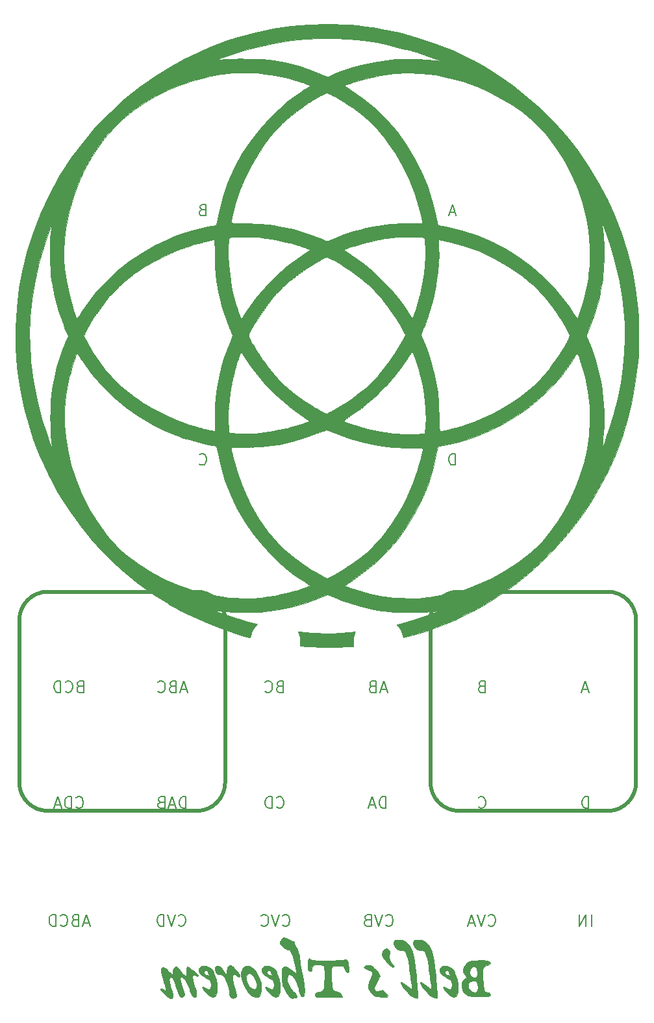
<source format=gbr>
G04 #@! TF.GenerationSoftware,KiCad,Pcbnew,(6.0.5-0)*
G04 #@! TF.CreationDate,2023-09-16T19:37:22-05:00*
G04 #@! TF.ProjectId,bells-venn,62656c6c-732d-4766-956e-6e2e6b696361,rev?*
G04 #@! TF.SameCoordinates,Original*
G04 #@! TF.FileFunction,Legend,Bot*
G04 #@! TF.FilePolarity,Positive*
%FSLAX46Y46*%
G04 Gerber Fmt 4.6, Leading zero omitted, Abs format (unit mm)*
G04 Created by KiCad (PCBNEW (6.0.5-0)) date 2023-09-16 19:37:22*
%MOMM*%
%LPD*%
G01*
G04 APERTURE LIST*
%ADD10C,0.150000*%
%ADD11C,0.500000*%
%ADD12C,0.010000*%
%ADD13C,6.502000*%
%ADD14O,6.602000X3.302000*%
%ADD15C,9.102000*%
G04 APERTURE END LIST*
D10*
X80918857Y-104032857D02*
X80704571Y-104104285D01*
X80633142Y-104175714D01*
X80561714Y-104318571D01*
X80561714Y-104532857D01*
X80633142Y-104675714D01*
X80704571Y-104747142D01*
X80847428Y-104818571D01*
X81418857Y-104818571D01*
X81418857Y-103318571D01*
X80918857Y-103318571D01*
X80776000Y-103390000D01*
X80704571Y-103461428D01*
X80633142Y-103604285D01*
X80633142Y-103747142D01*
X80704571Y-103890000D01*
X80776000Y-103961428D01*
X80918857Y-104032857D01*
X81418857Y-104032857D01*
X80561714Y-119788714D02*
X80633142Y-119860142D01*
X80847428Y-119931571D01*
X80990285Y-119931571D01*
X81204571Y-119860142D01*
X81347428Y-119717285D01*
X81418857Y-119574428D01*
X81490285Y-119288714D01*
X81490285Y-119074428D01*
X81418857Y-118788714D01*
X81347428Y-118645857D01*
X81204571Y-118503000D01*
X80990285Y-118431571D01*
X80847428Y-118431571D01*
X80633142Y-118503000D01*
X80561714Y-118574428D01*
X68472714Y-119931571D02*
X68472714Y-118431571D01*
X68115571Y-118431571D01*
X67901285Y-118503000D01*
X67758428Y-118645857D01*
X67687000Y-118788714D01*
X67615571Y-119074428D01*
X67615571Y-119288714D01*
X67687000Y-119574428D01*
X67758428Y-119717285D01*
X67901285Y-119860142D01*
X68115571Y-119931571D01*
X68472714Y-119931571D01*
X67044142Y-119503000D02*
X66329857Y-119503000D01*
X67187000Y-119931571D02*
X66687000Y-118431571D01*
X66187000Y-119931571D01*
X94880857Y-119931571D02*
X94880857Y-118431571D01*
X94523714Y-118431571D01*
X94309428Y-118503000D01*
X94166571Y-118645857D01*
X94095142Y-118788714D01*
X94023714Y-119074428D01*
X94023714Y-119288714D01*
X94095142Y-119574428D01*
X94166571Y-119717285D01*
X94309428Y-119860142D01*
X94523714Y-119931571D01*
X94880857Y-119931571D01*
X54260714Y-119788714D02*
X54332142Y-119860142D01*
X54546428Y-119931571D01*
X54689285Y-119931571D01*
X54903571Y-119860142D01*
X55046428Y-119717285D01*
X55117857Y-119574428D01*
X55189285Y-119288714D01*
X55189285Y-119074428D01*
X55117857Y-118788714D01*
X55046428Y-118645857D01*
X54903571Y-118503000D01*
X54689285Y-118431571D01*
X54546428Y-118431571D01*
X54332142Y-118503000D01*
X54260714Y-118574428D01*
X53617857Y-119931571D02*
X53617857Y-118431571D01*
X53260714Y-118431571D01*
X53046428Y-118503000D01*
X52903571Y-118645857D01*
X52832142Y-118788714D01*
X52760714Y-119074428D01*
X52760714Y-119288714D01*
X52832142Y-119574428D01*
X52903571Y-119717285D01*
X53046428Y-119860142D01*
X53260714Y-119931571D01*
X53617857Y-119931571D01*
X68544142Y-104390000D02*
X67829857Y-104390000D01*
X68687000Y-104818571D02*
X68187000Y-103318571D01*
X67687000Y-104818571D01*
X66687000Y-104032857D02*
X66472714Y-104104285D01*
X66401285Y-104175714D01*
X66329857Y-104318571D01*
X66329857Y-104532857D01*
X66401285Y-104675714D01*
X66472714Y-104747142D01*
X66615571Y-104818571D01*
X67187000Y-104818571D01*
X67187000Y-103318571D01*
X66687000Y-103318571D01*
X66544142Y-103390000D01*
X66472714Y-103461428D01*
X66401285Y-103604285D01*
X66401285Y-103747142D01*
X66472714Y-103890000D01*
X66544142Y-103961428D01*
X66687000Y-104032857D01*
X67187000Y-104032857D01*
X54617857Y-104032857D02*
X54403571Y-104104285D01*
X54332142Y-104175714D01*
X54260714Y-104318571D01*
X54260714Y-104532857D01*
X54332142Y-104675714D01*
X54403571Y-104747142D01*
X54546428Y-104818571D01*
X55117857Y-104818571D01*
X55117857Y-103318571D01*
X54617857Y-103318571D01*
X54475000Y-103390000D01*
X54403571Y-103461428D01*
X54332142Y-103604285D01*
X54332142Y-103747142D01*
X54403571Y-103890000D01*
X54475000Y-103961428D01*
X54617857Y-104032857D01*
X55117857Y-104032857D01*
X52760714Y-104675714D02*
X52832142Y-104747142D01*
X53046428Y-104818571D01*
X53189285Y-104818571D01*
X53403571Y-104747142D01*
X53546428Y-104604285D01*
X53617857Y-104461428D01*
X53689285Y-104175714D01*
X53689285Y-103961428D01*
X53617857Y-103675714D01*
X53546428Y-103532857D01*
X53403571Y-103390000D01*
X53189285Y-103318571D01*
X53046428Y-103318571D01*
X52832142Y-103390000D01*
X52760714Y-103461428D01*
X42497142Y-104390000D02*
X41782857Y-104390000D01*
X42640000Y-104818571D02*
X42140000Y-103318571D01*
X41640000Y-104818571D01*
X40640000Y-104032857D02*
X40425714Y-104104285D01*
X40354285Y-104175714D01*
X40282857Y-104318571D01*
X40282857Y-104532857D01*
X40354285Y-104675714D01*
X40425714Y-104747142D01*
X40568571Y-104818571D01*
X41140000Y-104818571D01*
X41140000Y-103318571D01*
X40640000Y-103318571D01*
X40497142Y-103390000D01*
X40425714Y-103461428D01*
X40354285Y-103604285D01*
X40354285Y-103747142D01*
X40425714Y-103890000D01*
X40497142Y-103961428D01*
X40640000Y-104032857D01*
X41140000Y-104032857D01*
X38782857Y-104675714D02*
X38854285Y-104747142D01*
X39068571Y-104818571D01*
X39211428Y-104818571D01*
X39425714Y-104747142D01*
X39568571Y-104604285D01*
X39640000Y-104461428D01*
X39711428Y-104175714D01*
X39711428Y-103961428D01*
X39640000Y-103675714D01*
X39568571Y-103532857D01*
X39425714Y-103390000D01*
X39211428Y-103318571D01*
X39068571Y-103318571D01*
X38854285Y-103390000D01*
X38782857Y-103461428D01*
X28570857Y-104032857D02*
X28356571Y-104104285D01*
X28285142Y-104175714D01*
X28213714Y-104318571D01*
X28213714Y-104532857D01*
X28285142Y-104675714D01*
X28356571Y-104747142D01*
X28499428Y-104818571D01*
X29070857Y-104818571D01*
X29070857Y-103318571D01*
X28570857Y-103318571D01*
X28428000Y-103390000D01*
X28356571Y-103461428D01*
X28285142Y-103604285D01*
X28285142Y-103747142D01*
X28356571Y-103890000D01*
X28428000Y-103961428D01*
X28570857Y-104032857D01*
X29070857Y-104032857D01*
X26713714Y-104675714D02*
X26785142Y-104747142D01*
X26999428Y-104818571D01*
X27142285Y-104818571D01*
X27356571Y-104747142D01*
X27499428Y-104604285D01*
X27570857Y-104461428D01*
X27642285Y-104175714D01*
X27642285Y-103961428D01*
X27570857Y-103675714D01*
X27499428Y-103532857D01*
X27356571Y-103390000D01*
X27142285Y-103318571D01*
X26999428Y-103318571D01*
X26785142Y-103390000D01*
X26713714Y-103461428D01*
X26070857Y-104818571D02*
X26070857Y-103318571D01*
X25713714Y-103318571D01*
X25499428Y-103390000D01*
X25356571Y-103532857D01*
X25285142Y-103675714D01*
X25213714Y-103961428D01*
X25213714Y-104175714D01*
X25285142Y-104461428D01*
X25356571Y-104604285D01*
X25499428Y-104747142D01*
X25713714Y-104818571D01*
X26070857Y-104818571D01*
X42425714Y-119931571D02*
X42425714Y-118431571D01*
X42068571Y-118431571D01*
X41854285Y-118503000D01*
X41711428Y-118645857D01*
X41640000Y-118788714D01*
X41568571Y-119074428D01*
X41568571Y-119288714D01*
X41640000Y-119574428D01*
X41711428Y-119717285D01*
X41854285Y-119860142D01*
X42068571Y-119931571D01*
X42425714Y-119931571D01*
X40997142Y-119503000D02*
X40282857Y-119503000D01*
X41140000Y-119931571D02*
X40640000Y-118431571D01*
X40140000Y-119931571D01*
X39140000Y-119145857D02*
X38925714Y-119217285D01*
X38854285Y-119288714D01*
X38782857Y-119431571D01*
X38782857Y-119645857D01*
X38854285Y-119788714D01*
X38925714Y-119860142D01*
X39068571Y-119931571D01*
X39640000Y-119931571D01*
X39640000Y-118431571D01*
X39140000Y-118431571D01*
X38997142Y-118503000D01*
X38925714Y-118574428D01*
X38854285Y-118717285D01*
X38854285Y-118860142D01*
X38925714Y-119003000D01*
X38997142Y-119074428D01*
X39140000Y-119145857D01*
X39640000Y-119145857D01*
X28106571Y-119788714D02*
X28178000Y-119860142D01*
X28392285Y-119931571D01*
X28535142Y-119931571D01*
X28749428Y-119860142D01*
X28892285Y-119717285D01*
X28963714Y-119574428D01*
X29035142Y-119288714D01*
X29035142Y-119074428D01*
X28963714Y-118788714D01*
X28892285Y-118645857D01*
X28749428Y-118503000D01*
X28535142Y-118431571D01*
X28392285Y-118431571D01*
X28178000Y-118503000D01*
X28106571Y-118574428D01*
X27463714Y-119931571D02*
X27463714Y-118431571D01*
X27106571Y-118431571D01*
X26892285Y-118503000D01*
X26749428Y-118645857D01*
X26678000Y-118788714D01*
X26606571Y-119074428D01*
X26606571Y-119288714D01*
X26678000Y-119574428D01*
X26749428Y-119717285D01*
X26892285Y-119860142D01*
X27106571Y-119931571D01*
X27463714Y-119931571D01*
X26035142Y-119503000D02*
X25320857Y-119503000D01*
X26178000Y-119931571D02*
X25678000Y-118431571D01*
X25178000Y-119931571D01*
X77545357Y-75164071D02*
X77545357Y-73664071D01*
X77188214Y-73664071D01*
X76973928Y-73735500D01*
X76831071Y-73878357D01*
X76759642Y-74021214D01*
X76688214Y-74306928D01*
X76688214Y-74521214D01*
X76759642Y-74806928D01*
X76831071Y-74949785D01*
X76973928Y-75092642D01*
X77188214Y-75164071D01*
X77545357Y-75164071D01*
X77509642Y-42223500D02*
X76795357Y-42223500D01*
X77652500Y-42652071D02*
X77152500Y-41152071D01*
X76652500Y-42652071D01*
X44176214Y-75021214D02*
X44247642Y-75092642D01*
X44461928Y-75164071D01*
X44604785Y-75164071D01*
X44819071Y-75092642D01*
X44961928Y-74949785D01*
X45033357Y-74806928D01*
X45104785Y-74521214D01*
X45104785Y-74306928D01*
X45033357Y-74021214D01*
X44961928Y-73878357D01*
X44819071Y-73735500D01*
X44604785Y-73664071D01*
X44461928Y-73664071D01*
X44247642Y-73735500D01*
X44176214Y-73806928D01*
X44533357Y-41866357D02*
X44319071Y-41937785D01*
X44247642Y-42009214D01*
X44176214Y-42152071D01*
X44176214Y-42366357D01*
X44247642Y-42509214D01*
X44319071Y-42580642D01*
X44461928Y-42652071D01*
X45033357Y-42652071D01*
X45033357Y-41152071D01*
X44533357Y-41152071D01*
X44390500Y-41223500D01*
X44319071Y-41294928D01*
X44247642Y-41437785D01*
X44247642Y-41580642D01*
X44319071Y-41723500D01*
X44390500Y-41794928D01*
X44533357Y-41866357D01*
X45033357Y-41866357D01*
X62003642Y-42223500D02*
X61289357Y-42223500D01*
X62146500Y-42652071D02*
X61646500Y-41152071D01*
X61146500Y-42652071D01*
X60146500Y-41866357D02*
X59932214Y-41937785D01*
X59860785Y-42009214D01*
X59789357Y-42152071D01*
X59789357Y-42366357D01*
X59860785Y-42509214D01*
X59932214Y-42580642D01*
X60075071Y-42652071D01*
X60646500Y-42652071D01*
X60646500Y-41152071D01*
X60146500Y-41152071D01*
X60003642Y-41223500D01*
X59932214Y-41294928D01*
X59860785Y-41437785D01*
X59860785Y-41580642D01*
X59932214Y-41723500D01*
X60003642Y-41794928D01*
X60146500Y-41866357D01*
X60646500Y-41866357D01*
X45283357Y-58122357D02*
X45069071Y-58193785D01*
X44997642Y-58265214D01*
X44926214Y-58408071D01*
X44926214Y-58622357D01*
X44997642Y-58765214D01*
X45069071Y-58836642D01*
X45211928Y-58908071D01*
X45783357Y-58908071D01*
X45783357Y-57408071D01*
X45283357Y-57408071D01*
X45140500Y-57479500D01*
X45069071Y-57550928D01*
X44997642Y-57693785D01*
X44997642Y-57836642D01*
X45069071Y-57979500D01*
X45140500Y-58050928D01*
X45283357Y-58122357D01*
X45783357Y-58122357D01*
X43426214Y-58765214D02*
X43497642Y-58836642D01*
X43711928Y-58908071D01*
X43854785Y-58908071D01*
X44069071Y-58836642D01*
X44211928Y-58693785D01*
X44283357Y-58550928D01*
X44354785Y-58265214D01*
X44354785Y-58050928D01*
X44283357Y-57765214D01*
X44211928Y-57622357D01*
X44069071Y-57479500D01*
X43854785Y-57408071D01*
X43711928Y-57408071D01*
X43497642Y-57479500D01*
X43426214Y-57550928D01*
X61182214Y-75021214D02*
X61253642Y-75092642D01*
X61467928Y-75164071D01*
X61610785Y-75164071D01*
X61825071Y-75092642D01*
X61967928Y-74949785D01*
X62039357Y-74806928D01*
X62110785Y-74521214D01*
X62110785Y-74306928D01*
X62039357Y-74021214D01*
X61967928Y-73878357D01*
X61825071Y-73735500D01*
X61610785Y-73664071D01*
X61467928Y-73664071D01*
X61253642Y-73735500D01*
X61182214Y-73806928D01*
X60539357Y-75164071D02*
X60539357Y-73664071D01*
X60182214Y-73664071D01*
X59967928Y-73735500D01*
X59825071Y-73878357D01*
X59753642Y-74021214D01*
X59682214Y-74306928D01*
X59682214Y-74521214D01*
X59753642Y-74806928D01*
X59825071Y-74949785D01*
X59967928Y-75092642D01*
X60182214Y-75164071D01*
X60539357Y-75164071D01*
X78188214Y-58908071D02*
X78188214Y-57408071D01*
X77831071Y-57408071D01*
X77616785Y-57479500D01*
X77473928Y-57622357D01*
X77402500Y-57765214D01*
X77331071Y-58050928D01*
X77331071Y-58265214D01*
X77402500Y-58550928D01*
X77473928Y-58693785D01*
X77616785Y-58836642D01*
X77831071Y-58908071D01*
X78188214Y-58908071D01*
X76759642Y-58479500D02*
X76045357Y-58479500D01*
X76902500Y-58908071D02*
X76402500Y-57408071D01*
X75902500Y-58908071D01*
X71572214Y-50018071D02*
X71572214Y-48518071D01*
X71215071Y-48518071D01*
X71000785Y-48589500D01*
X70857928Y-48732357D01*
X70786500Y-48875214D01*
X70715071Y-49160928D01*
X70715071Y-49375214D01*
X70786500Y-49660928D01*
X70857928Y-49803785D01*
X71000785Y-49946642D01*
X71215071Y-50018071D01*
X71572214Y-50018071D01*
X70143642Y-49589500D02*
X69429357Y-49589500D01*
X70286500Y-50018071D02*
X69786500Y-48518071D01*
X69286500Y-50018071D01*
X68286500Y-49232357D02*
X68072214Y-49303785D01*
X68000785Y-49375214D01*
X67929357Y-49518071D01*
X67929357Y-49732357D01*
X68000785Y-49875214D01*
X68072214Y-49946642D01*
X68215071Y-50018071D01*
X68786500Y-50018071D01*
X68786500Y-48518071D01*
X68286500Y-48518071D01*
X68143642Y-48589500D01*
X68072214Y-48660928D01*
X68000785Y-48803785D01*
X68000785Y-48946642D01*
X68072214Y-49089500D01*
X68143642Y-49160928D01*
X68286500Y-49232357D01*
X68786500Y-49232357D01*
X53863642Y-49589500D02*
X53149357Y-49589500D01*
X54006500Y-50018071D02*
X53506500Y-48518071D01*
X53006500Y-50018071D01*
X52006500Y-49232357D02*
X51792214Y-49303785D01*
X51720785Y-49375214D01*
X51649357Y-49518071D01*
X51649357Y-49732357D01*
X51720785Y-49875214D01*
X51792214Y-49946642D01*
X51935071Y-50018071D01*
X52506500Y-50018071D01*
X52506500Y-48518071D01*
X52006500Y-48518071D01*
X51863642Y-48589500D01*
X51792214Y-48660928D01*
X51720785Y-48803785D01*
X51720785Y-48946642D01*
X51792214Y-49089500D01*
X51863642Y-49160928D01*
X52006500Y-49232357D01*
X52506500Y-49232357D01*
X50149357Y-49875214D02*
X50220785Y-49946642D01*
X50435071Y-50018071D01*
X50577928Y-50018071D01*
X50792214Y-49946642D01*
X50935071Y-49803785D01*
X51006500Y-49660928D01*
X51077928Y-49375214D01*
X51077928Y-49160928D01*
X51006500Y-48875214D01*
X50935071Y-48732357D01*
X50792214Y-48589500D01*
X50577928Y-48518071D01*
X50435071Y-48518071D01*
X50220785Y-48589500D01*
X50149357Y-48660928D01*
X53399357Y-67012357D02*
X53185071Y-67083785D01*
X53113642Y-67155214D01*
X53042214Y-67298071D01*
X53042214Y-67512357D01*
X53113642Y-67655214D01*
X53185071Y-67726642D01*
X53327928Y-67798071D01*
X53899357Y-67798071D01*
X53899357Y-66298071D01*
X53399357Y-66298071D01*
X53256500Y-66369500D01*
X53185071Y-66440928D01*
X53113642Y-66583785D01*
X53113642Y-66726642D01*
X53185071Y-66869500D01*
X53256500Y-66940928D01*
X53399357Y-67012357D01*
X53899357Y-67012357D01*
X51542214Y-67655214D02*
X51613642Y-67726642D01*
X51827928Y-67798071D01*
X51970785Y-67798071D01*
X52185071Y-67726642D01*
X52327928Y-67583785D01*
X52399357Y-67440928D01*
X52470785Y-67155214D01*
X52470785Y-66940928D01*
X52399357Y-66655214D01*
X52327928Y-66512357D01*
X52185071Y-66369500D01*
X51970785Y-66298071D01*
X51827928Y-66298071D01*
X51613642Y-66369500D01*
X51542214Y-66440928D01*
X50899357Y-67798071D02*
X50899357Y-66298071D01*
X50542214Y-66298071D01*
X50327928Y-66369500D01*
X50185071Y-66512357D01*
X50113642Y-66655214D01*
X50042214Y-66940928D01*
X50042214Y-67155214D01*
X50113642Y-67440928D01*
X50185071Y-67583785D01*
X50327928Y-67726642D01*
X50542214Y-67798071D01*
X50899357Y-67798071D01*
X70715071Y-67655214D02*
X70786500Y-67726642D01*
X71000785Y-67798071D01*
X71143642Y-67798071D01*
X71357928Y-67726642D01*
X71500785Y-67583785D01*
X71572214Y-67440928D01*
X71643642Y-67155214D01*
X71643642Y-66940928D01*
X71572214Y-66655214D01*
X71500785Y-66512357D01*
X71357928Y-66369500D01*
X71143642Y-66298071D01*
X71000785Y-66298071D01*
X70786500Y-66369500D01*
X70715071Y-66440928D01*
X70072214Y-67798071D02*
X70072214Y-66298071D01*
X69715071Y-66298071D01*
X69500785Y-66369500D01*
X69357928Y-66512357D01*
X69286500Y-66655214D01*
X69215071Y-66940928D01*
X69215071Y-67155214D01*
X69286500Y-67440928D01*
X69357928Y-67583785D01*
X69500785Y-67726642D01*
X69715071Y-67798071D01*
X70072214Y-67798071D01*
X68643642Y-67369500D02*
X67929357Y-67369500D01*
X68786500Y-67798071D02*
X68286500Y-66298071D01*
X67786500Y-67798071D01*
X63376642Y-66163000D02*
X62662357Y-66163000D01*
X63519500Y-66591571D02*
X63019500Y-65091571D01*
X62519500Y-66591571D01*
X61519500Y-65805857D02*
X61305214Y-65877285D01*
X61233785Y-65948714D01*
X61162357Y-66091571D01*
X61162357Y-66305857D01*
X61233785Y-66448714D01*
X61305214Y-66520142D01*
X61448071Y-66591571D01*
X62019500Y-66591571D01*
X62019500Y-65091571D01*
X61519500Y-65091571D01*
X61376642Y-65163000D01*
X61305214Y-65234428D01*
X61233785Y-65377285D01*
X61233785Y-65520142D01*
X61305214Y-65663000D01*
X61376642Y-65734428D01*
X61519500Y-65805857D01*
X62019500Y-65805857D01*
X59662357Y-66448714D02*
X59733785Y-66520142D01*
X59948071Y-66591571D01*
X60090928Y-66591571D01*
X60305214Y-66520142D01*
X60448071Y-66377285D01*
X60519500Y-66234428D01*
X60590928Y-65948714D01*
X60590928Y-65734428D01*
X60519500Y-65448714D01*
X60448071Y-65305857D01*
X60305214Y-65163000D01*
X60090928Y-65091571D01*
X59948071Y-65091571D01*
X59733785Y-65163000D01*
X59662357Y-65234428D01*
X59019500Y-66591571D02*
X59019500Y-65091571D01*
X58662357Y-65091571D01*
X58448071Y-65163000D01*
X58305214Y-65305857D01*
X58233785Y-65448714D01*
X58162357Y-65734428D01*
X58162357Y-65948714D01*
X58233785Y-66234428D01*
X58305214Y-66377285D01*
X58448071Y-66520142D01*
X58662357Y-66591571D01*
X59019500Y-66591571D01*
X95273714Y-135298571D02*
X95273714Y-133798571D01*
X94559428Y-135298571D02*
X94559428Y-133798571D01*
X93702285Y-135298571D01*
X93702285Y-133798571D01*
X81847428Y-135155714D02*
X81918857Y-135227142D01*
X82133142Y-135298571D01*
X82276000Y-135298571D01*
X82490285Y-135227142D01*
X82633142Y-135084285D01*
X82704571Y-134941428D01*
X82776000Y-134655714D01*
X82776000Y-134441428D01*
X82704571Y-134155714D01*
X82633142Y-134012857D01*
X82490285Y-133870000D01*
X82276000Y-133798571D01*
X82133142Y-133798571D01*
X81918857Y-133870000D01*
X81847428Y-133941428D01*
X81418857Y-133798571D02*
X80918857Y-135298571D01*
X80418857Y-133798571D01*
X79990285Y-134870000D02*
X79276000Y-134870000D01*
X80133142Y-135298571D02*
X79633142Y-133798571D01*
X79133142Y-135298571D01*
X68492571Y-135155714D02*
X68564000Y-135227142D01*
X68778285Y-135298571D01*
X68921142Y-135298571D01*
X69135428Y-135227142D01*
X69278285Y-135084285D01*
X69349714Y-134941428D01*
X69421142Y-134655714D01*
X69421142Y-134441428D01*
X69349714Y-134155714D01*
X69278285Y-134012857D01*
X69135428Y-133870000D01*
X68921142Y-133798571D01*
X68778285Y-133798571D01*
X68564000Y-133870000D01*
X68492571Y-133941428D01*
X68064000Y-133798571D02*
X67564000Y-135298571D01*
X67064000Y-133798571D01*
X66064000Y-134512857D02*
X65849714Y-134584285D01*
X65778285Y-134655714D01*
X65706857Y-134798571D01*
X65706857Y-135012857D01*
X65778285Y-135155714D01*
X65849714Y-135227142D01*
X65992571Y-135298571D01*
X66564000Y-135298571D01*
X66564000Y-133798571D01*
X66064000Y-133798571D01*
X65921142Y-133870000D01*
X65849714Y-133941428D01*
X65778285Y-134084285D01*
X65778285Y-134227142D01*
X65849714Y-134370000D01*
X65921142Y-134441428D01*
X66064000Y-134512857D01*
X66564000Y-134512857D01*
X55030571Y-135155714D02*
X55102000Y-135227142D01*
X55316285Y-135298571D01*
X55459142Y-135298571D01*
X55673428Y-135227142D01*
X55816285Y-135084285D01*
X55887714Y-134941428D01*
X55959142Y-134655714D01*
X55959142Y-134441428D01*
X55887714Y-134155714D01*
X55816285Y-134012857D01*
X55673428Y-133870000D01*
X55459142Y-133798571D01*
X55316285Y-133798571D01*
X55102000Y-133870000D01*
X55030571Y-133941428D01*
X54602000Y-133798571D02*
X54102000Y-135298571D01*
X53602000Y-133798571D01*
X52244857Y-135155714D02*
X52316285Y-135227142D01*
X52530571Y-135298571D01*
X52673428Y-135298571D01*
X52887714Y-135227142D01*
X53030571Y-135084285D01*
X53102000Y-134941428D01*
X53173428Y-134655714D01*
X53173428Y-134441428D01*
X53102000Y-134155714D01*
X53030571Y-134012857D01*
X52887714Y-133870000D01*
X52673428Y-133798571D01*
X52530571Y-133798571D01*
X52316285Y-133870000D01*
X52244857Y-133941428D01*
X41441571Y-135155714D02*
X41513000Y-135227142D01*
X41727285Y-135298571D01*
X41870142Y-135298571D01*
X42084428Y-135227142D01*
X42227285Y-135084285D01*
X42298714Y-134941428D01*
X42370142Y-134655714D01*
X42370142Y-134441428D01*
X42298714Y-134155714D01*
X42227285Y-134012857D01*
X42084428Y-133870000D01*
X41870142Y-133798571D01*
X41727285Y-133798571D01*
X41513000Y-133870000D01*
X41441571Y-133941428D01*
X41013000Y-133798571D02*
X40513000Y-135298571D01*
X40013000Y-133798571D01*
X39513000Y-135298571D02*
X39513000Y-133798571D01*
X39155857Y-133798571D01*
X38941571Y-133870000D01*
X38798714Y-134012857D01*
X38727285Y-134155714D01*
X38655857Y-134441428D01*
X38655857Y-134655714D01*
X38727285Y-134941428D01*
X38798714Y-135084285D01*
X38941571Y-135227142D01*
X39155857Y-135298571D01*
X39513000Y-135298571D01*
X29785142Y-134870000D02*
X29070857Y-134870000D01*
X29928000Y-135298571D02*
X29428000Y-133798571D01*
X28928000Y-135298571D01*
X27928000Y-134512857D02*
X27713714Y-134584285D01*
X27642285Y-134655714D01*
X27570857Y-134798571D01*
X27570857Y-135012857D01*
X27642285Y-135155714D01*
X27713714Y-135227142D01*
X27856571Y-135298571D01*
X28428000Y-135298571D01*
X28428000Y-133798571D01*
X27928000Y-133798571D01*
X27785142Y-133870000D01*
X27713714Y-133941428D01*
X27642285Y-134084285D01*
X27642285Y-134227142D01*
X27713714Y-134370000D01*
X27785142Y-134441428D01*
X27928000Y-134512857D01*
X28428000Y-134512857D01*
X26070857Y-135155714D02*
X26142285Y-135227142D01*
X26356571Y-135298571D01*
X26499428Y-135298571D01*
X26713714Y-135227142D01*
X26856571Y-135084285D01*
X26928000Y-134941428D01*
X26999428Y-134655714D01*
X26999428Y-134441428D01*
X26928000Y-134155714D01*
X26856571Y-134012857D01*
X26713714Y-133870000D01*
X26499428Y-133798571D01*
X26356571Y-133798571D01*
X26142285Y-133870000D01*
X26070857Y-133941428D01*
X25428000Y-135298571D02*
X25428000Y-133798571D01*
X25070857Y-133798571D01*
X24856571Y-133870000D01*
X24713714Y-134012857D01*
X24642285Y-134155714D01*
X24570857Y-134441428D01*
X24570857Y-134655714D01*
X24642285Y-134941428D01*
X24713714Y-135084285D01*
X24856571Y-135227142D01*
X25070857Y-135298571D01*
X25428000Y-135298571D01*
X94845142Y-104390000D02*
X94130857Y-104390000D01*
X94988000Y-104818571D02*
X94488000Y-103318571D01*
X93988000Y-104818571D01*
D11*
X101104015Y-95375632D02*
X101093368Y-116547037D01*
X24382632Y-91681985D02*
X43801437Y-91692632D01*
X20688985Y-116636800D02*
X20699632Y-95415963D01*
X43816368Y-120281015D02*
X24384000Y-120270368D01*
X47523400Y-96367600D02*
X47523400Y-116586000D01*
X101103968Y-95375632D02*
G75*
G03*
X97370037Y-91692632I-3708468J-25468D01*
G01*
X20688983Y-116587368D02*
G75*
G03*
X24422963Y-120270368I3708547J25548D01*
G01*
X74295000Y-116586000D02*
G75*
G03*
X78028978Y-120269000I3708500J25500D01*
G01*
X74295000Y-116586000D02*
X74295000Y-95986600D01*
X24382632Y-91681983D02*
G75*
G03*
X20699632Y-95415963I25548J-3708547D01*
G01*
X43841768Y-120281017D02*
G75*
G03*
X47524768Y-116547037I-25548J3708547D01*
G01*
X47535467Y-95375632D02*
G75*
G03*
X43801437Y-91692632I-3708567J-25568D01*
G01*
X97410368Y-120281015D02*
X78003400Y-120269000D01*
X97410368Y-120280968D02*
G75*
G03*
X101093368Y-116547037I-25468J3708468D01*
G01*
X77951232Y-91681983D02*
G75*
G03*
X74268232Y-95415963I25548J-3708547D01*
G01*
X77951232Y-91681985D02*
X97370037Y-91692632D01*
G36*
X68760639Y-138287657D02*
G01*
X68926678Y-138446712D01*
X69010255Y-138662502D01*
X68973011Y-138903118D01*
X68924904Y-139023523D01*
X68873454Y-139374552D01*
X68968197Y-139728012D01*
X69215000Y-140113239D01*
X69378324Y-140325453D01*
X69505118Y-140502037D01*
X69553667Y-140586509D01*
X69515480Y-140613804D01*
X69370223Y-140631333D01*
X69364521Y-140631165D01*
X69200756Y-140561837D01*
X68957314Y-140379390D01*
X68658853Y-140102166D01*
X68343500Y-139749898D01*
X68079230Y-139329938D01*
X67978625Y-138951460D01*
X68041553Y-138613861D01*
X68267883Y-138316535D01*
X68334617Y-138267398D01*
X68550499Y-138217249D01*
X68760639Y-138287657D01*
G37*
D12*
X68760639Y-138287657D02*
X68926678Y-138446712D01*
X69010255Y-138662502D01*
X68973011Y-138903118D01*
X68924904Y-139023523D01*
X68873454Y-139374552D01*
X68968197Y-139728012D01*
X69215000Y-140113239D01*
X69378324Y-140325453D01*
X69505118Y-140502037D01*
X69553667Y-140586509D01*
X69515480Y-140613804D01*
X69370223Y-140631333D01*
X69364521Y-140631165D01*
X69200756Y-140561837D01*
X68957314Y-140379390D01*
X68658853Y-140102166D01*
X68343500Y-139749898D01*
X68079230Y-139329938D01*
X67978625Y-138951460D01*
X68041553Y-138613861D01*
X68267883Y-138316535D01*
X68334617Y-138267398D01*
X68550499Y-138217249D01*
X68760639Y-138287657D01*
G36*
X70188671Y-137075449D02*
G01*
X70565603Y-137101973D01*
X70865816Y-137191145D01*
X71124798Y-137366367D01*
X71378038Y-137651045D01*
X71661026Y-138068581D01*
X71697179Y-138126686D01*
X71850567Y-138398470D01*
X71970736Y-138672862D01*
X72066512Y-138983136D01*
X72146718Y-139362567D01*
X72220178Y-139844429D01*
X72295716Y-140462000D01*
X72311057Y-140598096D01*
X72370508Y-141155858D01*
X72428590Y-141744310D01*
X72483310Y-142338558D01*
X72532676Y-142913711D01*
X72574697Y-143444877D01*
X72607378Y-143907164D01*
X72628730Y-144275680D01*
X72636758Y-144525534D01*
X72629470Y-144631833D01*
X72614320Y-144650063D01*
X72490837Y-144694506D01*
X72414786Y-144680068D01*
X72220714Y-144609721D01*
X71981716Y-144502864D01*
X71748375Y-144384228D01*
X71571275Y-144278546D01*
X71501000Y-144210549D01*
X71447378Y-144117978D01*
X71306670Y-143941662D01*
X71109358Y-143719821D01*
X71106736Y-143716998D01*
X70784184Y-143345717D01*
X70555286Y-143031799D01*
X70427669Y-142789688D01*
X70408962Y-142633829D01*
X70506790Y-142578666D01*
X70530135Y-142584450D01*
X70671926Y-142668172D01*
X70890226Y-142830697D01*
X71148303Y-143045305D01*
X71239893Y-143123506D01*
X71481208Y-143312760D01*
X71666490Y-143433922D01*
X71761513Y-143463641D01*
X71762556Y-143462987D01*
X71813225Y-143387869D01*
X71833840Y-143231692D01*
X71823576Y-142973216D01*
X71781608Y-142591203D01*
X71707109Y-142064412D01*
X71677710Y-141865236D01*
X71609682Y-141382973D01*
X71546678Y-140910702D01*
X71499328Y-140527068D01*
X71490705Y-140456145D01*
X71414280Y-139993059D01*
X71308479Y-139532703D01*
X71185313Y-139116469D01*
X71056793Y-138785751D01*
X70934928Y-138581941D01*
X70922753Y-138569185D01*
X70723132Y-138463424D01*
X70395982Y-138430000D01*
X70353138Y-138429799D01*
X70100180Y-138406976D01*
X69920856Y-138319808D01*
X69731771Y-138130720D01*
X69557956Y-137881684D01*
X69472981Y-137556422D01*
X69556646Y-137239100D01*
X69578729Y-137203071D01*
X69676838Y-137123934D01*
X69853964Y-137085440D01*
X70154879Y-137075333D01*
X70188671Y-137075449D01*
G37*
X70188671Y-137075449D02*
X70565603Y-137101973D01*
X70865816Y-137191145D01*
X71124798Y-137366367D01*
X71378038Y-137651045D01*
X71661026Y-138068581D01*
X71697179Y-138126686D01*
X71850567Y-138398470D01*
X71970736Y-138672862D01*
X72066512Y-138983136D01*
X72146718Y-139362567D01*
X72220178Y-139844429D01*
X72295716Y-140462000D01*
X72311057Y-140598096D01*
X72370508Y-141155858D01*
X72428590Y-141744310D01*
X72483310Y-142338558D01*
X72532676Y-142913711D01*
X72574697Y-143444877D01*
X72607378Y-143907164D01*
X72628730Y-144275680D01*
X72636758Y-144525534D01*
X72629470Y-144631833D01*
X72614320Y-144650063D01*
X72490837Y-144694506D01*
X72414786Y-144680068D01*
X72220714Y-144609721D01*
X71981716Y-144502864D01*
X71748375Y-144384228D01*
X71571275Y-144278546D01*
X71501000Y-144210549D01*
X71447378Y-144117978D01*
X71306670Y-143941662D01*
X71109358Y-143719821D01*
X71106736Y-143716998D01*
X70784184Y-143345717D01*
X70555286Y-143031799D01*
X70427669Y-142789688D01*
X70408962Y-142633829D01*
X70506790Y-142578666D01*
X70530135Y-142584450D01*
X70671926Y-142668172D01*
X70890226Y-142830697D01*
X71148303Y-143045305D01*
X71239893Y-143123506D01*
X71481208Y-143312760D01*
X71666490Y-143433922D01*
X71761513Y-143463641D01*
X71762556Y-143462987D01*
X71813225Y-143387869D01*
X71833840Y-143231692D01*
X71823576Y-142973216D01*
X71781608Y-142591203D01*
X71707109Y-142064412D01*
X71677710Y-141865236D01*
X71609682Y-141382973D01*
X71546678Y-140910702D01*
X71499328Y-140527068D01*
X71490705Y-140456145D01*
X71414280Y-139993059D01*
X71308479Y-139532703D01*
X71185313Y-139116469D01*
X71056793Y-138785751D01*
X70934928Y-138581941D01*
X70922753Y-138569185D01*
X70723132Y-138463424D01*
X70395982Y-138430000D01*
X70353138Y-138429799D01*
X70100180Y-138406976D01*
X69920856Y-138319808D01*
X69731771Y-138130720D01*
X69557956Y-137881684D01*
X69472981Y-137556422D01*
X69556646Y-137239100D01*
X69578729Y-137203071D01*
X69676838Y-137123934D01*
X69853964Y-137085440D01*
X70154879Y-137075333D01*
X70188671Y-137075449D01*
G36*
X81304546Y-143770454D02*
G01*
X81356309Y-143868536D01*
X81500467Y-143912727D01*
X81718795Y-143932036D01*
X81741527Y-143932360D01*
X81946594Y-143976158D01*
X82044706Y-144111189D01*
X82066566Y-144226967D01*
X82001619Y-144374730D01*
X81788000Y-144463940D01*
X81778875Y-144465754D01*
X81615360Y-144479163D01*
X81325237Y-144488348D01*
X80946715Y-144492502D01*
X80518000Y-144490815D01*
X80338623Y-144488518D01*
X79918734Y-144477910D01*
X79616114Y-144457112D01*
X79392087Y-144420629D01*
X79207977Y-144362962D01*
X79025106Y-144278613D01*
X78933390Y-144228232D01*
X78608213Y-143954029D01*
X78419785Y-143590531D01*
X78359000Y-143121922D01*
X78361085Y-143054700D01*
X79205667Y-143054700D01*
X79255537Y-143382055D01*
X79438598Y-143660499D01*
X79764893Y-143852047D01*
X80072122Y-143930193D01*
X80301022Y-143885425D01*
X80433183Y-143703161D01*
X80475667Y-143378700D01*
X80468502Y-143200306D01*
X80404865Y-142844457D01*
X80286747Y-142581589D01*
X80128021Y-142448816D01*
X80055698Y-142434044D01*
X79796097Y-142440619D01*
X79516698Y-142501297D01*
X79311500Y-142598810D01*
X79285114Y-142631803D01*
X79228309Y-142808019D01*
X79205667Y-143054700D01*
X78361085Y-143054700D01*
X78361243Y-143049621D01*
X78402840Y-142771060D01*
X78482819Y-142509648D01*
X78582614Y-142315817D01*
X78683659Y-142240000D01*
X78750806Y-142219292D01*
X78898510Y-142131384D01*
X78953482Y-142086758D01*
X78988860Y-142009741D01*
X78937454Y-141894765D01*
X78787692Y-141696409D01*
X78599399Y-141396153D01*
X78561750Y-141235253D01*
X79386393Y-141235253D01*
X79404014Y-141540043D01*
X79565500Y-141795631D01*
X79749340Y-141927932D01*
X79981877Y-142029489D01*
X80153509Y-142035434D01*
X80290253Y-141926529D01*
X80367015Y-141680762D01*
X80391000Y-141285021D01*
X80390903Y-141265075D01*
X80344212Y-140896790D01*
X80224012Y-140656551D01*
X80047488Y-140554663D01*
X79831820Y-140601432D01*
X79594193Y-140807162D01*
X79511528Y-140919553D01*
X79386393Y-141235253D01*
X78561750Y-141235253D01*
X78512425Y-141024449D01*
X78594556Y-140661076D01*
X78845834Y-140305028D01*
X79083332Y-140094430D01*
X79371880Y-139933789D01*
X79729221Y-139829645D01*
X80188062Y-139772680D01*
X80781108Y-139753575D01*
X81202716Y-139757969D01*
X81504500Y-139779845D01*
X81711328Y-139824204D01*
X81860608Y-139895979D01*
X82007519Y-140007943D01*
X82067546Y-140127996D01*
X81975350Y-140241017D01*
X81724500Y-140369370D01*
X81571300Y-140438142D01*
X81331605Y-140574409D01*
X81181602Y-140732887D01*
X81104246Y-140950015D01*
X81082496Y-141262228D01*
X81083360Y-141285021D01*
X81099307Y-141705965D01*
X81116046Y-141984231D01*
X81162509Y-142657718D01*
X81208706Y-143173969D01*
X81234854Y-143378700D01*
X81255698Y-143541906D01*
X81304546Y-143770454D01*
G37*
X81304546Y-143770454D02*
X81356309Y-143868536D01*
X81500467Y-143912727D01*
X81718795Y-143932036D01*
X81741527Y-143932360D01*
X81946594Y-143976158D01*
X82044706Y-144111189D01*
X82066566Y-144226967D01*
X82001619Y-144374730D01*
X81788000Y-144463940D01*
X81778875Y-144465754D01*
X81615360Y-144479163D01*
X81325237Y-144488348D01*
X80946715Y-144492502D01*
X80518000Y-144490815D01*
X80338623Y-144488518D01*
X79918734Y-144477910D01*
X79616114Y-144457112D01*
X79392087Y-144420629D01*
X79207977Y-144362962D01*
X79025106Y-144278613D01*
X78933390Y-144228232D01*
X78608213Y-143954029D01*
X78419785Y-143590531D01*
X78359000Y-143121922D01*
X78361085Y-143054700D01*
X79205667Y-143054700D01*
X79255537Y-143382055D01*
X79438598Y-143660499D01*
X79764893Y-143852047D01*
X80072122Y-143930193D01*
X80301022Y-143885425D01*
X80433183Y-143703161D01*
X80475667Y-143378700D01*
X80468502Y-143200306D01*
X80404865Y-142844457D01*
X80286747Y-142581589D01*
X80128021Y-142448816D01*
X80055698Y-142434044D01*
X79796097Y-142440619D01*
X79516698Y-142501297D01*
X79311500Y-142598810D01*
X79285114Y-142631803D01*
X79228309Y-142808019D01*
X79205667Y-143054700D01*
X78361085Y-143054700D01*
X78361243Y-143049621D01*
X78402840Y-142771060D01*
X78482819Y-142509648D01*
X78582614Y-142315817D01*
X78683659Y-142240000D01*
X78750806Y-142219292D01*
X78898510Y-142131384D01*
X78953482Y-142086758D01*
X78988860Y-142009741D01*
X78937454Y-141894765D01*
X78787692Y-141696409D01*
X78599399Y-141396153D01*
X78561750Y-141235253D01*
X79386393Y-141235253D01*
X79404014Y-141540043D01*
X79565500Y-141795631D01*
X79749340Y-141927932D01*
X79981877Y-142029489D01*
X80153509Y-142035434D01*
X80290253Y-141926529D01*
X80367015Y-141680762D01*
X80391000Y-141285021D01*
X80390903Y-141265075D01*
X80344212Y-140896790D01*
X80224012Y-140656551D01*
X80047488Y-140554663D01*
X79831820Y-140601432D01*
X79594193Y-140807162D01*
X79511528Y-140919553D01*
X79386393Y-141235253D01*
X78561750Y-141235253D01*
X78512425Y-141024449D01*
X78594556Y-140661076D01*
X78845834Y-140305028D01*
X79083332Y-140094430D01*
X79371880Y-139933789D01*
X79729221Y-139829645D01*
X80188062Y-139772680D01*
X80781108Y-139753575D01*
X81202716Y-139757969D01*
X81504500Y-139779845D01*
X81711328Y-139824204D01*
X81860608Y-139895979D01*
X82007519Y-140007943D01*
X82067546Y-140127996D01*
X81975350Y-140241017D01*
X81724500Y-140369370D01*
X81571300Y-140438142D01*
X81331605Y-140574409D01*
X81181602Y-140732887D01*
X81104246Y-140950015D01*
X81082496Y-141262228D01*
X81083360Y-141285021D01*
X81099307Y-141705965D01*
X81116046Y-141984231D01*
X81162509Y-142657718D01*
X81208706Y-143173969D01*
X81234854Y-143378700D01*
X81255698Y-143541906D01*
X81304546Y-143770454D01*
G36*
X52196670Y-143649808D02*
G01*
X52122726Y-144094290D01*
X52002145Y-144400045D01*
X51838949Y-144553999D01*
X51559837Y-144592032D01*
X51223357Y-144498188D01*
X50878069Y-144281656D01*
X50552031Y-143960387D01*
X50273300Y-143552333D01*
X50259756Y-143527755D01*
X50014899Y-143069187D01*
X49844445Y-142708873D01*
X49732631Y-142404200D01*
X49685761Y-142205912D01*
X50276938Y-142205912D01*
X50294082Y-142300468D01*
X50449252Y-142788342D01*
X50690447Y-143170733D01*
X51001163Y-143419974D01*
X51101996Y-143470389D01*
X51293297Y-143559417D01*
X51390664Y-143594666D01*
X51402362Y-143589129D01*
X51477886Y-143487600D01*
X51578920Y-143298610D01*
X51647392Y-143140817D01*
X51677037Y-142987674D01*
X51651805Y-142805773D01*
X51571023Y-142529629D01*
X51458624Y-142253064D01*
X51272923Y-141933453D01*
X51058784Y-141658506D01*
X50846239Y-141465906D01*
X50665323Y-141393333D01*
X50654516Y-141393701D01*
X50495834Y-141478982D01*
X50363310Y-141677718D01*
X50281994Y-141937498D01*
X50276938Y-142205912D01*
X49685761Y-142205912D01*
X49663693Y-142112552D01*
X49621867Y-141791316D01*
X49601794Y-141541221D01*
X49603459Y-141300726D01*
X49646472Y-141130361D01*
X49738881Y-140973913D01*
X49754810Y-140951187D01*
X49865633Y-140768947D01*
X49911000Y-140649304D01*
X49914358Y-140630587D01*
X50020931Y-140546614D01*
X50246691Y-140486772D01*
X50550111Y-140463156D01*
X50690532Y-140484126D01*
X50983556Y-140641621D01*
X51291169Y-140939711D01*
X51598216Y-141362215D01*
X51889539Y-141892955D01*
X51891490Y-141897017D01*
X52055014Y-142246775D01*
X52155773Y-142505296D01*
X52207305Y-142731863D01*
X52223148Y-142985760D01*
X52223112Y-142987674D01*
X52216839Y-143326272D01*
X52196670Y-143649808D01*
G37*
X52196670Y-143649808D02*
X52122726Y-144094290D01*
X52002145Y-144400045D01*
X51838949Y-144553999D01*
X51559837Y-144592032D01*
X51223357Y-144498188D01*
X50878069Y-144281656D01*
X50552031Y-143960387D01*
X50273300Y-143552333D01*
X50259756Y-143527755D01*
X50014899Y-143069187D01*
X49844445Y-142708873D01*
X49732631Y-142404200D01*
X49685761Y-142205912D01*
X50276938Y-142205912D01*
X50294082Y-142300468D01*
X50449252Y-142788342D01*
X50690447Y-143170733D01*
X51001163Y-143419974D01*
X51101996Y-143470389D01*
X51293297Y-143559417D01*
X51390664Y-143594666D01*
X51402362Y-143589129D01*
X51477886Y-143487600D01*
X51578920Y-143298610D01*
X51647392Y-143140817D01*
X51677037Y-142987674D01*
X51651805Y-142805773D01*
X51571023Y-142529629D01*
X51458624Y-142253064D01*
X51272923Y-141933453D01*
X51058784Y-141658506D01*
X50846239Y-141465906D01*
X50665323Y-141393333D01*
X50654516Y-141393701D01*
X50495834Y-141478982D01*
X50363310Y-141677718D01*
X50281994Y-141937498D01*
X50276938Y-142205912D01*
X49685761Y-142205912D01*
X49663693Y-142112552D01*
X49621867Y-141791316D01*
X49601794Y-141541221D01*
X49603459Y-141300726D01*
X49646472Y-141130361D01*
X49738881Y-140973913D01*
X49754810Y-140951187D01*
X49865633Y-140768947D01*
X49911000Y-140649304D01*
X49914358Y-140630587D01*
X50020931Y-140546614D01*
X50246691Y-140486772D01*
X50550111Y-140463156D01*
X50690532Y-140484126D01*
X50983556Y-140641621D01*
X51291169Y-140939711D01*
X51598216Y-141362215D01*
X51889539Y-141892955D01*
X51891490Y-141897017D01*
X52055014Y-142246775D01*
X52155773Y-142505296D01*
X52207305Y-142731863D01*
X52223148Y-142985760D01*
X52223112Y-142987674D01*
X52216839Y-143326272D01*
X52196670Y-143649808D01*
G36*
X66168253Y-140377335D02*
G01*
X66440650Y-140394055D01*
X66614000Y-140460854D01*
X66756034Y-140603611D01*
X66934191Y-140789076D01*
X67116989Y-140921111D01*
X67193211Y-140977619D01*
X67353410Y-141164847D01*
X67505594Y-141411934D01*
X67711234Y-141811536D01*
X67545864Y-142131601D01*
X67466453Y-142284152D01*
X67304051Y-142592772D01*
X67138122Y-142905041D01*
X67014620Y-143145938D01*
X66952502Y-143317663D01*
X66957723Y-143445314D01*
X67021038Y-143582374D01*
X67197824Y-143775194D01*
X67449860Y-143828583D01*
X67766524Y-143726394D01*
X67875015Y-143673127D01*
X68005192Y-143643501D01*
X68131598Y-143698682D01*
X68318537Y-143853471D01*
X68557918Y-144104663D01*
X68682526Y-144343113D01*
X68661189Y-144531628D01*
X68633892Y-144553590D01*
X68467678Y-144584879D01*
X68199238Y-144583479D01*
X67873569Y-144554326D01*
X67535668Y-144502357D01*
X67230529Y-144432508D01*
X67003151Y-144349716D01*
X66885074Y-144282109D01*
X66581611Y-144037997D01*
X66336732Y-143745870D01*
X66199991Y-143460584D01*
X66183605Y-143112090D01*
X66290325Y-142646845D01*
X66521833Y-142084898D01*
X66624567Y-141863895D01*
X66708669Y-141637203D01*
X66725773Y-141478638D01*
X66686164Y-141341688D01*
X66589669Y-141195582D01*
X66442900Y-141083211D01*
X66390448Y-141064061D01*
X66183152Y-140982118D01*
X65929698Y-140876704D01*
X65839742Y-140837558D01*
X65669210Y-140745691D01*
X65618444Y-140661651D01*
X65657511Y-140549450D01*
X65736347Y-140452248D01*
X65891908Y-140393174D01*
X66163834Y-140377333D01*
X66168253Y-140377335D01*
G37*
X66168253Y-140377335D02*
X66440650Y-140394055D01*
X66614000Y-140460854D01*
X66756034Y-140603611D01*
X66934191Y-140789076D01*
X67116989Y-140921111D01*
X67193211Y-140977619D01*
X67353410Y-141164847D01*
X67505594Y-141411934D01*
X67711234Y-141811536D01*
X67545864Y-142131601D01*
X67466453Y-142284152D01*
X67304051Y-142592772D01*
X67138122Y-142905041D01*
X67014620Y-143145938D01*
X66952502Y-143317663D01*
X66957723Y-143445314D01*
X67021038Y-143582374D01*
X67197824Y-143775194D01*
X67449860Y-143828583D01*
X67766524Y-143726394D01*
X67875015Y-143673127D01*
X68005192Y-143643501D01*
X68131598Y-143698682D01*
X68318537Y-143853471D01*
X68557918Y-144104663D01*
X68682526Y-144343113D01*
X68661189Y-144531628D01*
X68633892Y-144553590D01*
X68467678Y-144584879D01*
X68199238Y-144583479D01*
X67873569Y-144554326D01*
X67535668Y-144502357D01*
X67230529Y-144432508D01*
X67003151Y-144349716D01*
X66885074Y-144282109D01*
X66581611Y-144037997D01*
X66336732Y-143745870D01*
X66199991Y-143460584D01*
X66183605Y-143112090D01*
X66290325Y-142646845D01*
X66521833Y-142084898D01*
X66624567Y-141863895D01*
X66708669Y-141637203D01*
X66725773Y-141478638D01*
X66686164Y-141341688D01*
X66589669Y-141195582D01*
X66442900Y-141083211D01*
X66390448Y-141064061D01*
X66183152Y-140982118D01*
X65929698Y-140876704D01*
X65839742Y-140837558D01*
X65669210Y-140745691D01*
X65618444Y-140661651D01*
X65657511Y-140549450D01*
X65736347Y-140452248D01*
X65891908Y-140393174D01*
X66163834Y-140377333D01*
X66168253Y-140377335D01*
G36*
X77758993Y-142308731D02*
G01*
X77844865Y-142820778D01*
X77886087Y-143319925D01*
X77878435Y-143769959D01*
X77817686Y-144134666D01*
X77699619Y-144377833D01*
X77614652Y-144454092D01*
X77368870Y-144522135D01*
X77060507Y-144437021D01*
X76694437Y-144199614D01*
X76579881Y-144107053D01*
X76266910Y-143830737D01*
X76069181Y-143606056D01*
X75962568Y-143406878D01*
X75941203Y-143302547D01*
X76002861Y-143217457D01*
X76179014Y-143244081D01*
X76461333Y-143382821D01*
X76517793Y-143415046D01*
X76789837Y-143530161D01*
X76965879Y-143509648D01*
X77060680Y-143345173D01*
X77089000Y-143028400D01*
X77079896Y-142802955D01*
X77026489Y-142574819D01*
X76900971Y-142387170D01*
X76676135Y-142202849D01*
X76324772Y-141984698D01*
X76221261Y-141923138D01*
X75846287Y-141668894D01*
X75614568Y-141441456D01*
X75551026Y-141307003D01*
X76179583Y-141307003D01*
X76182627Y-141429211D01*
X76315214Y-141567971D01*
X76422788Y-141641730D01*
X76616962Y-141718937D01*
X76771783Y-141721921D01*
X76835000Y-141643128D01*
X76834776Y-141637502D01*
X76793665Y-141498729D01*
X76703104Y-141299197D01*
X76687954Y-141271201D01*
X76533134Y-141100620D01*
X76366874Y-141093056D01*
X76209075Y-141250471D01*
X76179583Y-141307003D01*
X75551026Y-141307003D01*
X75510863Y-141222020D01*
X75519930Y-140991783D01*
X75622193Y-140733455D01*
X75834116Y-140529077D01*
X76142184Y-140462000D01*
X76405546Y-140506519D01*
X76756053Y-140654776D01*
X77083055Y-140871217D01*
X77319569Y-141118493D01*
X77470185Y-141390794D01*
X77565725Y-141643128D01*
X77632692Y-141819999D01*
X77758993Y-142308731D01*
G37*
X77758993Y-142308731D02*
X77844865Y-142820778D01*
X77886087Y-143319925D01*
X77878435Y-143769959D01*
X77817686Y-144134666D01*
X77699619Y-144377833D01*
X77614652Y-144454092D01*
X77368870Y-144522135D01*
X77060507Y-144437021D01*
X76694437Y-144199614D01*
X76579881Y-144107053D01*
X76266910Y-143830737D01*
X76069181Y-143606056D01*
X75962568Y-143406878D01*
X75941203Y-143302547D01*
X76002861Y-143217457D01*
X76179014Y-143244081D01*
X76461333Y-143382821D01*
X76517793Y-143415046D01*
X76789837Y-143530161D01*
X76965879Y-143509648D01*
X77060680Y-143345173D01*
X77089000Y-143028400D01*
X77079896Y-142802955D01*
X77026489Y-142574819D01*
X76900971Y-142387170D01*
X76676135Y-142202849D01*
X76324772Y-141984698D01*
X76221261Y-141923138D01*
X75846287Y-141668894D01*
X75614568Y-141441456D01*
X75551026Y-141307003D01*
X76179583Y-141307003D01*
X76182627Y-141429211D01*
X76315214Y-141567971D01*
X76422788Y-141641730D01*
X76616962Y-141718937D01*
X76771783Y-141721921D01*
X76835000Y-141643128D01*
X76834776Y-141637502D01*
X76793665Y-141498729D01*
X76703104Y-141299197D01*
X76687954Y-141271201D01*
X76533134Y-141100620D01*
X76366874Y-141093056D01*
X76209075Y-141250471D01*
X76179583Y-141307003D01*
X75551026Y-141307003D01*
X75510863Y-141222020D01*
X75519930Y-140991783D01*
X75622193Y-140733455D01*
X75834116Y-140529077D01*
X76142184Y-140462000D01*
X76405546Y-140506519D01*
X76756053Y-140654776D01*
X77083055Y-140871217D01*
X77319569Y-141118493D01*
X77470185Y-141390794D01*
X77565725Y-141643128D01*
X77632692Y-141819999D01*
X77758993Y-142308731D01*
G36*
X54560326Y-142308731D02*
G01*
X54646199Y-142820778D01*
X54687420Y-143319925D01*
X54679768Y-143769959D01*
X54619020Y-144134666D01*
X54500952Y-144377833D01*
X54415985Y-144454092D01*
X54170203Y-144522135D01*
X53861840Y-144437021D01*
X53495770Y-144199614D01*
X53381214Y-144107053D01*
X53068243Y-143830737D01*
X52870514Y-143606056D01*
X52763901Y-143406878D01*
X52742536Y-143302547D01*
X52804194Y-143217457D01*
X52980348Y-143244081D01*
X53262667Y-143382821D01*
X53319126Y-143415046D01*
X53591170Y-143530161D01*
X53767212Y-143509648D01*
X53862013Y-143345173D01*
X53890334Y-143028400D01*
X53881229Y-142802955D01*
X53827822Y-142574819D01*
X53702304Y-142387170D01*
X53477468Y-142202849D01*
X53126106Y-141984698D01*
X53022595Y-141923138D01*
X52647620Y-141668894D01*
X52415901Y-141441456D01*
X52352359Y-141307003D01*
X52980916Y-141307003D01*
X52983960Y-141429211D01*
X53116547Y-141567971D01*
X53224121Y-141641730D01*
X53418295Y-141718937D01*
X53573116Y-141721921D01*
X53636334Y-141643128D01*
X53636110Y-141637502D01*
X53594998Y-141498729D01*
X53504437Y-141299197D01*
X53489288Y-141271201D01*
X53334467Y-141100620D01*
X53168207Y-141093056D01*
X53010409Y-141250471D01*
X52980916Y-141307003D01*
X52352359Y-141307003D01*
X52312196Y-141222020D01*
X52321264Y-140991783D01*
X52423527Y-140733455D01*
X52635450Y-140529077D01*
X52943518Y-140462000D01*
X53206879Y-140506519D01*
X53557386Y-140654776D01*
X53884388Y-140871217D01*
X54120903Y-141118493D01*
X54271518Y-141390794D01*
X54367058Y-141643128D01*
X54434025Y-141819999D01*
X54560326Y-142308731D01*
G37*
X54560326Y-142308731D02*
X54646199Y-142820778D01*
X54687420Y-143319925D01*
X54679768Y-143769959D01*
X54619020Y-144134666D01*
X54500952Y-144377833D01*
X54415985Y-144454092D01*
X54170203Y-144522135D01*
X53861840Y-144437021D01*
X53495770Y-144199614D01*
X53381214Y-144107053D01*
X53068243Y-143830737D01*
X52870514Y-143606056D01*
X52763901Y-143406878D01*
X52742536Y-143302547D01*
X52804194Y-143217457D01*
X52980348Y-143244081D01*
X53262667Y-143382821D01*
X53319126Y-143415046D01*
X53591170Y-143530161D01*
X53767212Y-143509648D01*
X53862013Y-143345173D01*
X53890334Y-143028400D01*
X53881229Y-142802955D01*
X53827822Y-142574819D01*
X53702304Y-142387170D01*
X53477468Y-142202849D01*
X53126106Y-141984698D01*
X53022595Y-141923138D01*
X52647620Y-141668894D01*
X52415901Y-141441456D01*
X52352359Y-141307003D01*
X52980916Y-141307003D01*
X52983960Y-141429211D01*
X53116547Y-141567971D01*
X53224121Y-141641730D01*
X53418295Y-141718937D01*
X53573116Y-141721921D01*
X53636334Y-141643128D01*
X53636110Y-141637502D01*
X53594998Y-141498729D01*
X53504437Y-141299197D01*
X53489288Y-141271201D01*
X53334467Y-141100620D01*
X53168207Y-141093056D01*
X53010409Y-141250471D01*
X52980916Y-141307003D01*
X52352359Y-141307003D01*
X52312196Y-141222020D01*
X52321264Y-140991783D01*
X52423527Y-140733455D01*
X52635450Y-140529077D01*
X52943518Y-140462000D01*
X53206879Y-140506519D01*
X53557386Y-140654776D01*
X53884388Y-140871217D01*
X54120903Y-141118493D01*
X54271518Y-141390794D01*
X54367058Y-141643128D01*
X54434025Y-141819999D01*
X54560326Y-142308731D01*
G36*
X48421304Y-140468874D02*
G01*
X48616224Y-140690647D01*
X48657679Y-140744281D01*
X48891677Y-141020540D01*
X49127834Y-141268159D01*
X49154208Y-141294411D01*
X49308219Y-141496084D01*
X49393797Y-141692842D01*
X49398659Y-141842115D01*
X49310522Y-141901333D01*
X49308330Y-141901288D01*
X49179620Y-141850293D01*
X49002770Y-141732000D01*
X48999386Y-141729347D01*
X48817781Y-141611535D01*
X48680974Y-141562666D01*
X48632854Y-141569963D01*
X48520269Y-141688363D01*
X48473787Y-141936181D01*
X48492877Y-142293403D01*
X48577014Y-142740014D01*
X48725667Y-143256000D01*
X48853047Y-143654214D01*
X48938556Y-143975215D01*
X48970523Y-144205186D01*
X48953495Y-144379008D01*
X48892022Y-144531566D01*
X48889229Y-144536650D01*
X48730972Y-144666100D01*
X48503964Y-144684456D01*
X48270206Y-144586265D01*
X48176505Y-144455743D01*
X48102294Y-144202368D01*
X48041144Y-143803098D01*
X48035868Y-143760575D01*
X47973469Y-143394396D01*
X47890718Y-143062694D01*
X47804032Y-142832666D01*
X47787586Y-142801001D01*
X47670239Y-142539041D01*
X47593607Y-142310041D01*
X47578983Y-142262845D01*
X47460012Y-142043711D01*
X47282699Y-141826057D01*
X47156721Y-141710606D01*
X46977906Y-141613254D01*
X46787173Y-141615932D01*
X46704244Y-141628037D01*
X46530965Y-141592330D01*
X46367503Y-141432331D01*
X46270541Y-141268599D01*
X46195944Y-140992995D01*
X46206859Y-140732878D01*
X46307547Y-140550915D01*
X46457659Y-140466006D01*
X46692374Y-140479368D01*
X46938395Y-140661508D01*
X47195541Y-141012333D01*
X47365218Y-141273167D01*
X47537464Y-141469956D01*
X47658260Y-141507689D01*
X47730149Y-141386798D01*
X47755669Y-141107715D01*
X47767865Y-140885134D01*
X47827109Y-140681950D01*
X47955549Y-140536215D01*
X48080324Y-140446026D01*
X48256602Y-140390590D01*
X48421304Y-140468874D01*
G37*
X48421304Y-140468874D02*
X48616224Y-140690647D01*
X48657679Y-140744281D01*
X48891677Y-141020540D01*
X49127834Y-141268159D01*
X49154208Y-141294411D01*
X49308219Y-141496084D01*
X49393797Y-141692842D01*
X49398659Y-141842115D01*
X49310522Y-141901333D01*
X49308330Y-141901288D01*
X49179620Y-141850293D01*
X49002770Y-141732000D01*
X48999386Y-141729347D01*
X48817781Y-141611535D01*
X48680974Y-141562666D01*
X48632854Y-141569963D01*
X48520269Y-141688363D01*
X48473787Y-141936181D01*
X48492877Y-142293403D01*
X48577014Y-142740014D01*
X48725667Y-143256000D01*
X48853047Y-143654214D01*
X48938556Y-143975215D01*
X48970523Y-144205186D01*
X48953495Y-144379008D01*
X48892022Y-144531566D01*
X48889229Y-144536650D01*
X48730972Y-144666100D01*
X48503964Y-144684456D01*
X48270206Y-144586265D01*
X48176505Y-144455743D01*
X48102294Y-144202368D01*
X48041144Y-143803098D01*
X48035868Y-143760575D01*
X47973469Y-143394396D01*
X47890718Y-143062694D01*
X47804032Y-142832666D01*
X47787586Y-142801001D01*
X47670239Y-142539041D01*
X47593607Y-142310041D01*
X47578983Y-142262845D01*
X47460012Y-142043711D01*
X47282699Y-141826057D01*
X47156721Y-141710606D01*
X46977906Y-141613254D01*
X46787173Y-141615932D01*
X46704244Y-141628037D01*
X46530965Y-141592330D01*
X46367503Y-141432331D01*
X46270541Y-141268599D01*
X46195944Y-140992995D01*
X46206859Y-140732878D01*
X46307547Y-140550915D01*
X46457659Y-140466006D01*
X46692374Y-140479368D01*
X46938395Y-140661508D01*
X47195541Y-141012333D01*
X47365218Y-141273167D01*
X47537464Y-141469956D01*
X47658260Y-141507689D01*
X47730149Y-141386798D01*
X47755669Y-141107715D01*
X47767865Y-140885134D01*
X47827109Y-140681950D01*
X47955549Y-140536215D01*
X48080324Y-140446026D01*
X48256602Y-140390590D01*
X48421304Y-140468874D01*
G36*
X55393779Y-136831717D02*
G01*
X55728842Y-136986007D01*
X55964846Y-137107240D01*
X56185706Y-137206550D01*
X56310087Y-137244666D01*
X56409294Y-137311148D01*
X56507780Y-137477500D01*
X56518141Y-137502325D01*
X56637135Y-137743464D01*
X56784358Y-137996634D01*
X56804979Y-138030920D01*
X56935077Y-138323452D01*
X57061945Y-138717537D01*
X57170900Y-139155424D01*
X57247259Y-139579367D01*
X57276340Y-139931618D01*
X57277007Y-139977474D01*
X57303870Y-140319953D01*
X57357668Y-140651284D01*
X57469310Y-141156438D01*
X57611956Y-141828376D01*
X57718318Y-142374078D01*
X57792085Y-142816573D01*
X57836943Y-143178893D01*
X57856580Y-143484068D01*
X57854686Y-143755129D01*
X57844427Y-143943955D01*
X57812847Y-144221562D01*
X57759137Y-144385992D01*
X57673863Y-144474796D01*
X57652539Y-144486648D01*
X57485565Y-144491600D01*
X57338295Y-144332444D01*
X57213058Y-144013069D01*
X57112188Y-143537367D01*
X57094457Y-143433406D01*
X56908147Y-142756357D01*
X56620695Y-142208828D01*
X56234583Y-141795743D01*
X56196748Y-141766396D01*
X55942606Y-141616270D01*
X55764430Y-141616162D01*
X55653465Y-141770025D01*
X55600958Y-142081809D01*
X55625053Y-142420181D01*
X55773645Y-142882596D01*
X56034311Y-143341875D01*
X56385749Y-143752667D01*
X56614221Y-143996968D01*
X56790662Y-144265550D01*
X56841729Y-144478992D01*
X56759293Y-144618457D01*
X56753231Y-144622157D01*
X56561160Y-144679019D01*
X56308117Y-144690794D01*
X56069486Y-144660087D01*
X55920651Y-144589500D01*
X55846715Y-144494675D01*
X55669442Y-144224383D01*
X55453408Y-143856098D01*
X55219987Y-143425333D01*
X55112327Y-143202697D01*
X55037960Y-142991124D01*
X54989921Y-142748559D01*
X54959128Y-142428888D01*
X54936499Y-141986000D01*
X54928838Y-141766618D01*
X54929119Y-141294797D01*
X54963950Y-140960322D01*
X55039445Y-140741470D01*
X55161719Y-140616519D01*
X55336889Y-140563744D01*
X55339485Y-140563452D01*
X55516875Y-140592788D01*
X55757750Y-140722569D01*
X56086552Y-140965911D01*
X56158468Y-141022790D01*
X56409441Y-141211501D01*
X56604701Y-141343588D01*
X56706919Y-141393333D01*
X56750371Y-141339237D01*
X56756010Y-141134758D01*
X56711551Y-140787350D01*
X56618335Y-140306894D01*
X56477700Y-139703267D01*
X56375101Y-139326525D01*
X56210045Y-138876131D01*
X56028493Y-138571856D01*
X55821123Y-138399617D01*
X55578610Y-138345333D01*
X55481367Y-138331865D01*
X55265749Y-138215872D01*
X55001784Y-137966225D01*
X54905723Y-137861053D01*
X54738412Y-137657206D01*
X54670783Y-137505168D01*
X54689246Y-137355386D01*
X54780210Y-137158305D01*
X54803633Y-137114228D01*
X54964763Y-136889727D01*
X55150282Y-136797590D01*
X55393779Y-136831717D01*
G37*
X55393779Y-136831717D02*
X55728842Y-136986007D01*
X55964846Y-137107240D01*
X56185706Y-137206550D01*
X56310087Y-137244666D01*
X56409294Y-137311148D01*
X56507780Y-137477500D01*
X56518141Y-137502325D01*
X56637135Y-137743464D01*
X56784358Y-137996634D01*
X56804979Y-138030920D01*
X56935077Y-138323452D01*
X57061945Y-138717537D01*
X57170900Y-139155424D01*
X57247259Y-139579367D01*
X57276340Y-139931618D01*
X57277007Y-139977474D01*
X57303870Y-140319953D01*
X57357668Y-140651284D01*
X57469310Y-141156438D01*
X57611956Y-141828376D01*
X57718318Y-142374078D01*
X57792085Y-142816573D01*
X57836943Y-143178893D01*
X57856580Y-143484068D01*
X57854686Y-143755129D01*
X57844427Y-143943955D01*
X57812847Y-144221562D01*
X57759137Y-144385992D01*
X57673863Y-144474796D01*
X57652539Y-144486648D01*
X57485565Y-144491600D01*
X57338295Y-144332444D01*
X57213058Y-144013069D01*
X57112188Y-143537367D01*
X57094457Y-143433406D01*
X56908147Y-142756357D01*
X56620695Y-142208828D01*
X56234583Y-141795743D01*
X56196748Y-141766396D01*
X55942606Y-141616270D01*
X55764430Y-141616162D01*
X55653465Y-141770025D01*
X55600958Y-142081809D01*
X55625053Y-142420181D01*
X55773645Y-142882596D01*
X56034311Y-143341875D01*
X56385749Y-143752667D01*
X56614221Y-143996968D01*
X56790662Y-144265550D01*
X56841729Y-144478992D01*
X56759293Y-144618457D01*
X56753231Y-144622157D01*
X56561160Y-144679019D01*
X56308117Y-144690794D01*
X56069486Y-144660087D01*
X55920651Y-144589500D01*
X55846715Y-144494675D01*
X55669442Y-144224383D01*
X55453408Y-143856098D01*
X55219987Y-143425333D01*
X55112327Y-143202697D01*
X55037960Y-142991124D01*
X54989921Y-142748559D01*
X54959128Y-142428888D01*
X54936499Y-141986000D01*
X54928838Y-141766618D01*
X54929119Y-141294797D01*
X54963950Y-140960322D01*
X55039445Y-140741470D01*
X55161719Y-140616519D01*
X55336889Y-140563744D01*
X55339485Y-140563452D01*
X55516875Y-140592788D01*
X55757750Y-140722569D01*
X56086552Y-140965911D01*
X56158468Y-141022790D01*
X56409441Y-141211501D01*
X56604701Y-141343588D01*
X56706919Y-141393333D01*
X56750371Y-141339237D01*
X56756010Y-141134758D01*
X56711551Y-140787350D01*
X56618335Y-140306894D01*
X56477700Y-139703267D01*
X56375101Y-139326525D01*
X56210045Y-138876131D01*
X56028493Y-138571856D01*
X55821123Y-138399617D01*
X55578610Y-138345333D01*
X55481367Y-138331865D01*
X55265749Y-138215872D01*
X55001784Y-137966225D01*
X54905723Y-137861053D01*
X54738412Y-137657206D01*
X54670783Y-137505168D01*
X54689246Y-137355386D01*
X54780210Y-137158305D01*
X54803633Y-137114228D01*
X54964763Y-136889727D01*
X55150282Y-136797590D01*
X55393779Y-136831717D01*
G36*
X41180675Y-140565960D02*
G01*
X41320721Y-140691725D01*
X41515359Y-140908758D01*
X41736249Y-141186750D01*
X41965239Y-141478815D01*
X42185346Y-141714252D01*
X42339155Y-141802799D01*
X42436653Y-141744461D01*
X42487828Y-141539243D01*
X42502667Y-141187150D01*
X42512452Y-140903483D01*
X42544911Y-140671186D01*
X42595056Y-140573020D01*
X42608481Y-140573069D01*
X42730944Y-140635171D01*
X42936644Y-140776080D01*
X43191181Y-140968345D01*
X43460156Y-141184515D01*
X43709169Y-141397137D01*
X43903819Y-141578760D01*
X44009708Y-141701933D01*
X44016141Y-141779010D01*
X43917654Y-141817182D01*
X43749932Y-141795565D01*
X43561965Y-141712953D01*
X43436454Y-141657546D01*
X43305721Y-141699413D01*
X43265251Y-141806092D01*
X43273072Y-142009582D01*
X43332193Y-142325178D01*
X43445503Y-142768299D01*
X43615892Y-143354362D01*
X43628836Y-143397697D01*
X43749358Y-143882015D01*
X43782819Y-144233649D01*
X43728947Y-144464417D01*
X43587469Y-144586136D01*
X43561206Y-144593504D01*
X43396407Y-144545151D01*
X43220974Y-144362048D01*
X43054860Y-144070677D01*
X42918015Y-143697521D01*
X42864082Y-143524881D01*
X42694470Y-143090709D01*
X42489213Y-142669507D01*
X42274313Y-142311601D01*
X42075770Y-142067319D01*
X41941091Y-141969011D01*
X41764325Y-141926860D01*
X41649535Y-141999627D01*
X41635683Y-142177553D01*
X41706979Y-142486608D01*
X41874815Y-143104654D01*
X42048568Y-143610362D01*
X42143936Y-143879324D01*
X42202588Y-144194834D01*
X42154013Y-144408892D01*
X41997174Y-144540263D01*
X41886517Y-144579504D01*
X41752987Y-144574053D01*
X41634247Y-144479963D01*
X41516613Y-144278257D01*
X41386401Y-143949954D01*
X41229929Y-143476076D01*
X41155851Y-143246140D01*
X40959571Y-142697948D01*
X40781970Y-142302716D01*
X40617757Y-142049783D01*
X40461638Y-141928486D01*
X40322214Y-141931058D01*
X40232654Y-142063728D01*
X40203424Y-142305730D01*
X40234294Y-142631954D01*
X40325036Y-143017289D01*
X40475420Y-143436624D01*
X40604476Y-143814031D01*
X40672173Y-144184686D01*
X40665379Y-144486020D01*
X40580734Y-144678400D01*
X40574870Y-144684180D01*
X40458183Y-144759429D01*
X40323186Y-144753486D01*
X40147579Y-144653942D01*
X39909066Y-144448386D01*
X39585348Y-144124409D01*
X39572576Y-144111162D01*
X39290145Y-143808761D01*
X39123202Y-143605491D01*
X39061875Y-143487558D01*
X39096289Y-143441171D01*
X39236826Y-143455702D01*
X39429597Y-143546428D01*
X39573346Y-143635236D01*
X39685173Y-143679333D01*
X39743975Y-143604592D01*
X39737369Y-143387337D01*
X39666647Y-143040356D01*
X39533567Y-142576443D01*
X39410062Y-142159660D01*
X39284645Y-141648078D01*
X39213951Y-141228167D01*
X39201330Y-140921522D01*
X39250134Y-140749737D01*
X39322062Y-140680468D01*
X39446057Y-140644331D01*
X39607395Y-140703655D01*
X39830383Y-140869457D01*
X40139329Y-141152753D01*
X40682334Y-141674173D01*
X40682334Y-141279753D01*
X40691500Y-141132511D01*
X40777004Y-140831944D01*
X40933487Y-140624211D01*
X41137742Y-140546666D01*
X41180675Y-140565960D01*
G37*
X41180675Y-140565960D02*
X41320721Y-140691725D01*
X41515359Y-140908758D01*
X41736249Y-141186750D01*
X41965239Y-141478815D01*
X42185346Y-141714252D01*
X42339155Y-141802799D01*
X42436653Y-141744461D01*
X42487828Y-141539243D01*
X42502667Y-141187150D01*
X42512452Y-140903483D01*
X42544911Y-140671186D01*
X42595056Y-140573020D01*
X42608481Y-140573069D01*
X42730944Y-140635171D01*
X42936644Y-140776080D01*
X43191181Y-140968345D01*
X43460156Y-141184515D01*
X43709169Y-141397137D01*
X43903819Y-141578760D01*
X44009708Y-141701933D01*
X44016141Y-141779010D01*
X43917654Y-141817182D01*
X43749932Y-141795565D01*
X43561965Y-141712953D01*
X43436454Y-141657546D01*
X43305721Y-141699413D01*
X43265251Y-141806092D01*
X43273072Y-142009582D01*
X43332193Y-142325178D01*
X43445503Y-142768299D01*
X43615892Y-143354362D01*
X43628836Y-143397697D01*
X43749358Y-143882015D01*
X43782819Y-144233649D01*
X43728947Y-144464417D01*
X43587469Y-144586136D01*
X43561206Y-144593504D01*
X43396407Y-144545151D01*
X43220974Y-144362048D01*
X43054860Y-144070677D01*
X42918015Y-143697521D01*
X42864082Y-143524881D01*
X42694470Y-143090709D01*
X42489213Y-142669507D01*
X42274313Y-142311601D01*
X42075770Y-142067319D01*
X41941091Y-141969011D01*
X41764325Y-141926860D01*
X41649535Y-141999627D01*
X41635683Y-142177553D01*
X41706979Y-142486608D01*
X41874815Y-143104654D01*
X42048568Y-143610362D01*
X42143936Y-143879324D01*
X42202588Y-144194834D01*
X42154013Y-144408892D01*
X41997174Y-144540263D01*
X41886517Y-144579504D01*
X41752987Y-144574053D01*
X41634247Y-144479963D01*
X41516613Y-144278257D01*
X41386401Y-143949954D01*
X41229929Y-143476076D01*
X41155851Y-143246140D01*
X40959571Y-142697948D01*
X40781970Y-142302716D01*
X40617757Y-142049783D01*
X40461638Y-141928486D01*
X40322214Y-141931058D01*
X40232654Y-142063728D01*
X40203424Y-142305730D01*
X40234294Y-142631954D01*
X40325036Y-143017289D01*
X40475420Y-143436624D01*
X40604476Y-143814031D01*
X40672173Y-144184686D01*
X40665379Y-144486020D01*
X40580734Y-144678400D01*
X40574870Y-144684180D01*
X40458183Y-144759429D01*
X40323186Y-144753486D01*
X40147579Y-144653942D01*
X39909066Y-144448386D01*
X39585348Y-144124409D01*
X39572576Y-144111162D01*
X39290145Y-143808761D01*
X39123202Y-143605491D01*
X39061875Y-143487558D01*
X39096289Y-143441171D01*
X39236826Y-143455702D01*
X39429597Y-143546428D01*
X39573346Y-143635236D01*
X39685173Y-143679333D01*
X39743975Y-143604592D01*
X39737369Y-143387337D01*
X39666647Y-143040356D01*
X39533567Y-142576443D01*
X39410062Y-142159660D01*
X39284645Y-141648078D01*
X39213951Y-141228167D01*
X39201330Y-140921522D01*
X39250134Y-140749737D01*
X39322062Y-140680468D01*
X39446057Y-140644331D01*
X39607395Y-140703655D01*
X39830383Y-140869457D01*
X40139329Y-141152753D01*
X40682334Y-141674173D01*
X40682334Y-141279753D01*
X40691500Y-141132511D01*
X40777004Y-140831944D01*
X40933487Y-140624211D01*
X41137742Y-140546666D01*
X41180675Y-140565960D01*
G36*
X72728671Y-137075449D02*
G01*
X73105603Y-137101973D01*
X73405816Y-137191145D01*
X73664798Y-137366367D01*
X73918038Y-137651045D01*
X74201026Y-138068581D01*
X74237179Y-138126686D01*
X74390567Y-138398470D01*
X74510736Y-138672862D01*
X74606512Y-138983136D01*
X74686718Y-139362567D01*
X74760178Y-139844429D01*
X74835716Y-140462000D01*
X74851057Y-140598096D01*
X74910508Y-141155858D01*
X74968590Y-141744310D01*
X75023310Y-142338558D01*
X75072676Y-142913711D01*
X75114697Y-143444877D01*
X75147378Y-143907164D01*
X75168730Y-144275680D01*
X75176758Y-144525534D01*
X75169470Y-144631833D01*
X75154320Y-144650063D01*
X75030837Y-144694506D01*
X74954786Y-144680068D01*
X74760714Y-144609721D01*
X74521716Y-144502864D01*
X74288375Y-144384228D01*
X74111275Y-144278546D01*
X74041000Y-144210549D01*
X73987378Y-144117978D01*
X73846670Y-143941662D01*
X73649358Y-143719821D01*
X73646736Y-143716998D01*
X73324184Y-143345717D01*
X73095286Y-143031799D01*
X72967669Y-142789688D01*
X72948962Y-142633829D01*
X73046790Y-142578666D01*
X73070135Y-142584450D01*
X73211926Y-142668172D01*
X73430226Y-142830697D01*
X73688303Y-143045305D01*
X73779893Y-143123506D01*
X74021208Y-143312760D01*
X74206490Y-143433922D01*
X74301513Y-143463641D01*
X74302556Y-143462987D01*
X74353225Y-143387869D01*
X74373840Y-143231692D01*
X74363576Y-142973216D01*
X74321608Y-142591203D01*
X74247109Y-142064412D01*
X74217710Y-141865236D01*
X74149682Y-141382973D01*
X74086678Y-140910702D01*
X74039328Y-140527068D01*
X74030705Y-140456145D01*
X73954280Y-139993059D01*
X73848479Y-139532703D01*
X73725313Y-139116469D01*
X73596793Y-138785751D01*
X73474928Y-138581941D01*
X73462753Y-138569185D01*
X73263132Y-138463424D01*
X72935982Y-138430000D01*
X72893138Y-138429799D01*
X72640180Y-138406976D01*
X72460856Y-138319808D01*
X72271771Y-138130720D01*
X72097956Y-137881684D01*
X72012981Y-137556422D01*
X72096646Y-137239100D01*
X72118729Y-137203071D01*
X72216838Y-137123934D01*
X72393964Y-137085440D01*
X72694879Y-137075333D01*
X72728671Y-137075449D01*
G37*
X72728671Y-137075449D02*
X73105603Y-137101973D01*
X73405816Y-137191145D01*
X73664798Y-137366367D01*
X73918038Y-137651045D01*
X74201026Y-138068581D01*
X74237179Y-138126686D01*
X74390567Y-138398470D01*
X74510736Y-138672862D01*
X74606512Y-138983136D01*
X74686718Y-139362567D01*
X74760178Y-139844429D01*
X74835716Y-140462000D01*
X74851057Y-140598096D01*
X74910508Y-141155858D01*
X74968590Y-141744310D01*
X75023310Y-142338558D01*
X75072676Y-142913711D01*
X75114697Y-143444877D01*
X75147378Y-143907164D01*
X75168730Y-144275680D01*
X75176758Y-144525534D01*
X75169470Y-144631833D01*
X75154320Y-144650063D01*
X75030837Y-144694506D01*
X74954786Y-144680068D01*
X74760714Y-144609721D01*
X74521716Y-144502864D01*
X74288375Y-144384228D01*
X74111275Y-144278546D01*
X74041000Y-144210549D01*
X73987378Y-144117978D01*
X73846670Y-143941662D01*
X73649358Y-143719821D01*
X73646736Y-143716998D01*
X73324184Y-143345717D01*
X73095286Y-143031799D01*
X72967669Y-142789688D01*
X72948962Y-142633829D01*
X73046790Y-142578666D01*
X73070135Y-142584450D01*
X73211926Y-142668172D01*
X73430226Y-142830697D01*
X73688303Y-143045305D01*
X73779893Y-143123506D01*
X74021208Y-143312760D01*
X74206490Y-143433922D01*
X74301513Y-143463641D01*
X74302556Y-143462987D01*
X74353225Y-143387869D01*
X74373840Y-143231692D01*
X74363576Y-142973216D01*
X74321608Y-142591203D01*
X74247109Y-142064412D01*
X74217710Y-141865236D01*
X74149682Y-141382973D01*
X74086678Y-140910702D01*
X74039328Y-140527068D01*
X74030705Y-140456145D01*
X73954280Y-139993059D01*
X73848479Y-139532703D01*
X73725313Y-139116469D01*
X73596793Y-138785751D01*
X73474928Y-138581941D01*
X73462753Y-138569185D01*
X73263132Y-138463424D01*
X72935982Y-138430000D01*
X72893138Y-138429799D01*
X72640180Y-138406976D01*
X72460856Y-138319808D01*
X72271771Y-138130720D01*
X72097956Y-137881684D01*
X72012981Y-137556422D01*
X72096646Y-137239100D01*
X72118729Y-137203071D01*
X72216838Y-137123934D01*
X72393964Y-137085440D01*
X72694879Y-137075333D01*
X72728671Y-137075449D01*
G36*
X58685604Y-139609334D02*
G01*
X58762083Y-139663379D01*
X58853617Y-139706065D01*
X58980328Y-139737379D01*
X59164573Y-139759073D01*
X59428713Y-139772897D01*
X59795105Y-139780603D01*
X60286111Y-139783942D01*
X60924088Y-139784666D01*
X61037661Y-139784577D01*
X61693314Y-139779951D01*
X62228867Y-139768677D01*
X62632027Y-139751258D01*
X62890503Y-139728198D01*
X62992000Y-139700000D01*
X63113238Y-139628681D01*
X63286752Y-139624199D01*
X63409524Y-139690599D01*
X63412260Y-139695223D01*
X63469564Y-139855290D01*
X63533372Y-140120294D01*
X63594261Y-140436367D01*
X63642810Y-140749645D01*
X63669598Y-141006261D01*
X63665202Y-141152350D01*
X63567089Y-141298049D01*
X63424470Y-141300720D01*
X63261041Y-141166921D01*
X63099467Y-140906500D01*
X62907334Y-140504333D01*
X62243141Y-140479460D01*
X61966005Y-140469367D01*
X61715753Y-140473644D01*
X61540798Y-140516281D01*
X61429304Y-140619098D01*
X61369438Y-140803916D01*
X61349365Y-141092554D01*
X61357250Y-141506831D01*
X61381261Y-142068567D01*
X61397343Y-142394299D01*
X61425687Y-142840295D01*
X61456843Y-143212009D01*
X61488025Y-143477789D01*
X61516450Y-143605980D01*
X61527119Y-143622447D01*
X61673631Y-143728054D01*
X61896581Y-143801731D01*
X61910903Y-143804473D01*
X62177665Y-143870605D01*
X62397539Y-143947920D01*
X62560041Y-144073828D01*
X62715811Y-144302415D01*
X62780334Y-144535689D01*
X62741404Y-144578468D01*
X62595262Y-144563338D01*
X62564433Y-144556801D01*
X62373863Y-144540105D01*
X62062127Y-144527335D01*
X61665134Y-144518710D01*
X61218793Y-144514449D01*
X60759015Y-144514770D01*
X60321707Y-144519893D01*
X59942781Y-144530036D01*
X59658144Y-144545420D01*
X59432941Y-144531668D01*
X59277577Y-144420166D01*
X59239483Y-144341623D01*
X59258275Y-144158509D01*
X59437873Y-144002412D01*
X59772918Y-143879184D01*
X59912046Y-143842924D01*
X60110457Y-143778098D01*
X60253362Y-143691993D01*
X60350305Y-143559935D01*
X60410831Y-143357250D01*
X60444481Y-143059263D01*
X60460801Y-142641300D01*
X60469334Y-142078688D01*
X60474456Y-141585846D01*
X60471071Y-141129634D01*
X60448096Y-140801874D01*
X60395826Y-140580245D01*
X60304555Y-140442425D01*
X60164576Y-140366092D01*
X59966184Y-140328924D01*
X59699673Y-140308598D01*
X59519792Y-140299622D01*
X59213838Y-140312100D01*
X59023844Y-140386952D01*
X58914971Y-140544609D01*
X58852381Y-140805505D01*
X58806510Y-140988843D01*
X58695354Y-141168818D01*
X58555074Y-141208848D01*
X58407757Y-141094574D01*
X58396233Y-141076562D01*
X58334786Y-140874879D01*
X58301003Y-140573406D01*
X58296106Y-140230836D01*
X58321315Y-139905862D01*
X58377853Y-139657179D01*
X58462705Y-139434001D01*
X58685604Y-139609334D01*
G37*
X58685604Y-139609334D02*
X58762083Y-139663379D01*
X58853617Y-139706065D01*
X58980328Y-139737379D01*
X59164573Y-139759073D01*
X59428713Y-139772897D01*
X59795105Y-139780603D01*
X60286111Y-139783942D01*
X60924088Y-139784666D01*
X61037661Y-139784577D01*
X61693314Y-139779951D01*
X62228867Y-139768677D01*
X62632027Y-139751258D01*
X62890503Y-139728198D01*
X62992000Y-139700000D01*
X63113238Y-139628681D01*
X63286752Y-139624199D01*
X63409524Y-139690599D01*
X63412260Y-139695223D01*
X63469564Y-139855290D01*
X63533372Y-140120294D01*
X63594261Y-140436367D01*
X63642810Y-140749645D01*
X63669598Y-141006261D01*
X63665202Y-141152350D01*
X63567089Y-141298049D01*
X63424470Y-141300720D01*
X63261041Y-141166921D01*
X63099467Y-140906500D01*
X62907334Y-140504333D01*
X62243141Y-140479460D01*
X61966005Y-140469367D01*
X61715753Y-140473644D01*
X61540798Y-140516281D01*
X61429304Y-140619098D01*
X61369438Y-140803916D01*
X61349365Y-141092554D01*
X61357250Y-141506831D01*
X61381261Y-142068567D01*
X61397343Y-142394299D01*
X61425687Y-142840295D01*
X61456843Y-143212009D01*
X61488025Y-143477789D01*
X61516450Y-143605980D01*
X61527119Y-143622447D01*
X61673631Y-143728054D01*
X61896581Y-143801731D01*
X61910903Y-143804473D01*
X62177665Y-143870605D01*
X62397539Y-143947920D01*
X62560041Y-144073828D01*
X62715811Y-144302415D01*
X62780334Y-144535689D01*
X62741404Y-144578468D01*
X62595262Y-144563338D01*
X62564433Y-144556801D01*
X62373863Y-144540105D01*
X62062127Y-144527335D01*
X61665134Y-144518710D01*
X61218793Y-144514449D01*
X60759015Y-144514770D01*
X60321707Y-144519893D01*
X59942781Y-144530036D01*
X59658144Y-144545420D01*
X59432941Y-144531668D01*
X59277577Y-144420166D01*
X59239483Y-144341623D01*
X59258275Y-144158509D01*
X59437873Y-144002412D01*
X59772918Y-143879184D01*
X59912046Y-143842924D01*
X60110457Y-143778098D01*
X60253362Y-143691993D01*
X60350305Y-143559935D01*
X60410831Y-143357250D01*
X60444481Y-143059263D01*
X60460801Y-142641300D01*
X60469334Y-142078688D01*
X60474456Y-141585846D01*
X60471071Y-141129634D01*
X60448096Y-140801874D01*
X60395826Y-140580245D01*
X60304555Y-140442425D01*
X60164576Y-140366092D01*
X59966184Y-140328924D01*
X59699673Y-140308598D01*
X59519792Y-140299622D01*
X59213838Y-140312100D01*
X59023844Y-140386952D01*
X58914971Y-140544609D01*
X58852381Y-140805505D01*
X58806510Y-140988843D01*
X58695354Y-141168818D01*
X58555074Y-141208848D01*
X58407757Y-141094574D01*
X58396233Y-141076562D01*
X58334786Y-140874879D01*
X58301003Y-140573406D01*
X58296106Y-140230836D01*
X58321315Y-139905862D01*
X58377853Y-139657179D01*
X58462705Y-139434001D01*
X58685604Y-139609334D01*
G36*
X46347659Y-142308731D02*
G01*
X46433532Y-142820778D01*
X46474754Y-143319925D01*
X46467101Y-143769959D01*
X46406353Y-144134666D01*
X46288286Y-144377833D01*
X46203318Y-144454092D01*
X45957537Y-144522135D01*
X45649173Y-144437021D01*
X45283103Y-144199614D01*
X45168547Y-144107053D01*
X44855576Y-143830737D01*
X44657847Y-143606056D01*
X44551234Y-143406878D01*
X44529869Y-143302547D01*
X44591528Y-143217457D01*
X44767681Y-143244081D01*
X45050000Y-143382821D01*
X45106460Y-143415046D01*
X45378503Y-143530161D01*
X45554546Y-143509648D01*
X45649347Y-143345173D01*
X45677667Y-143028400D01*
X45668563Y-142802955D01*
X45615155Y-142574819D01*
X45489638Y-142387170D01*
X45264802Y-142202849D01*
X44913439Y-141984698D01*
X44809928Y-141923138D01*
X44434954Y-141668894D01*
X44203235Y-141441456D01*
X44139693Y-141307003D01*
X44768249Y-141307003D01*
X44771293Y-141429211D01*
X44903880Y-141567971D01*
X45011454Y-141641730D01*
X45205628Y-141718937D01*
X45360449Y-141721921D01*
X45423667Y-141643128D01*
X45423443Y-141637502D01*
X45382331Y-141498729D01*
X45291770Y-141299197D01*
X45276621Y-141271201D01*
X45121800Y-141100620D01*
X44955541Y-141093056D01*
X44797742Y-141250471D01*
X44768249Y-141307003D01*
X44139693Y-141307003D01*
X44099530Y-141222020D01*
X44108597Y-140991783D01*
X44210860Y-140733455D01*
X44422783Y-140529077D01*
X44730851Y-140462000D01*
X44994212Y-140506519D01*
X45344719Y-140654776D01*
X45671722Y-140871217D01*
X45908236Y-141118493D01*
X46058852Y-141390794D01*
X46154391Y-141643128D01*
X46221358Y-141819999D01*
X46347659Y-142308731D01*
G37*
X46347659Y-142308731D02*
X46433532Y-142820778D01*
X46474754Y-143319925D01*
X46467101Y-143769959D01*
X46406353Y-144134666D01*
X46288286Y-144377833D01*
X46203318Y-144454092D01*
X45957537Y-144522135D01*
X45649173Y-144437021D01*
X45283103Y-144199614D01*
X45168547Y-144107053D01*
X44855576Y-143830737D01*
X44657847Y-143606056D01*
X44551234Y-143406878D01*
X44529869Y-143302547D01*
X44591528Y-143217457D01*
X44767681Y-143244081D01*
X45050000Y-143382821D01*
X45106460Y-143415046D01*
X45378503Y-143530161D01*
X45554546Y-143509648D01*
X45649347Y-143345173D01*
X45677667Y-143028400D01*
X45668563Y-142802955D01*
X45615155Y-142574819D01*
X45489638Y-142387170D01*
X45264802Y-142202849D01*
X44913439Y-141984698D01*
X44809928Y-141923138D01*
X44434954Y-141668894D01*
X44203235Y-141441456D01*
X44139693Y-141307003D01*
X44768249Y-141307003D01*
X44771293Y-141429211D01*
X44903880Y-141567971D01*
X45011454Y-141641730D01*
X45205628Y-141718937D01*
X45360449Y-141721921D01*
X45423667Y-141643128D01*
X45423443Y-141637502D01*
X45382331Y-141498729D01*
X45291770Y-141299197D01*
X45276621Y-141271201D01*
X45121800Y-141100620D01*
X44955541Y-141093056D01*
X44797742Y-141250471D01*
X44768249Y-141307003D01*
X44139693Y-141307003D01*
X44099530Y-141222020D01*
X44108597Y-140991783D01*
X44210860Y-140733455D01*
X44422783Y-140529077D01*
X44730851Y-140462000D01*
X44994212Y-140506519D01*
X45344719Y-140654776D01*
X45671722Y-140871217D01*
X45908236Y-141118493D01*
X46058852Y-141390794D01*
X46154391Y-141643128D01*
X46221358Y-141819999D01*
X46347659Y-142308731D01*
G36*
X101394441Y-60052035D02*
G01*
X101363789Y-60886082D01*
X101322350Y-61623948D01*
X101270351Y-62230000D01*
X100935921Y-64724271D01*
X100479274Y-67126127D01*
X99895687Y-69445349D01*
X99179246Y-71702749D01*
X98324037Y-73919140D01*
X97324144Y-76115333D01*
X96358696Y-77979266D01*
X95213900Y-79936219D01*
X93979374Y-81789023D01*
X92635252Y-83565453D01*
X91161670Y-85293282D01*
X89538761Y-87000283D01*
X88786982Y-87736335D01*
X87042333Y-89317253D01*
X85253072Y-90758738D01*
X83390703Y-92081604D01*
X81426734Y-93306663D01*
X79889706Y-94149333D01*
X79332667Y-94454728D01*
X77539972Y-95324470D01*
X75561028Y-96160275D01*
X73536689Y-96884154D01*
X71440724Y-97504595D01*
X69246905Y-98030089D01*
X66929000Y-98469124D01*
X66741486Y-98499316D01*
X66121126Y-98588007D01*
X65474223Y-98666923D01*
X64897000Y-98723995D01*
X64881900Y-98725243D01*
X64465090Y-98760276D01*
X63984929Y-98801464D01*
X63542334Y-98840153D01*
X63121129Y-98869543D01*
X62428255Y-98896693D01*
X61630262Y-98909648D01*
X60763751Y-98909025D01*
X59865327Y-98895447D01*
X58971591Y-98869532D01*
X58119146Y-98831901D01*
X57344596Y-98783175D01*
X56684543Y-98723972D01*
X55106032Y-98523639D01*
X52504356Y-98062921D01*
X49965395Y-97445832D01*
X47484822Y-96671110D01*
X45058309Y-95737494D01*
X42681529Y-94643723D01*
X42463457Y-94534769D01*
X41958756Y-94280537D01*
X41701702Y-94148006D01*
X46201105Y-94148006D01*
X46206809Y-94156789D01*
X46317144Y-94214731D01*
X46538517Y-94310457D01*
X46836091Y-94428574D01*
X48110992Y-94891503D01*
X50512982Y-95633917D01*
X52979347Y-96234921D01*
X55482953Y-96688294D01*
X57996667Y-96987815D01*
X58245535Y-97007385D01*
X58665001Y-97034194D01*
X59144514Y-97059689D01*
X59655436Y-97082882D01*
X60169123Y-97102784D01*
X60656935Y-97118406D01*
X61090230Y-97128759D01*
X61440367Y-97132854D01*
X61678705Y-97129703D01*
X61776603Y-97118317D01*
X61778951Y-97117108D01*
X61886681Y-97102309D01*
X62126792Y-97082346D01*
X62466164Y-97059685D01*
X62871677Y-97036792D01*
X62894462Y-97035605D01*
X63313827Y-97012041D01*
X63680252Y-96988434D01*
X63955002Y-96967465D01*
X64099344Y-96951816D01*
X64260219Y-96929286D01*
X64532315Y-96897923D01*
X64854667Y-96864839D01*
X65049453Y-96845053D01*
X66258353Y-96685739D01*
X67570310Y-96457567D01*
X68945868Y-96169946D01*
X70345572Y-95832288D01*
X71729966Y-95454002D01*
X73059594Y-95044501D01*
X74295000Y-94613194D01*
X74440345Y-94559116D01*
X74763742Y-94440447D01*
X75019744Y-94348755D01*
X75162834Y-94300443D01*
X75241566Y-94264749D01*
X75311000Y-94176086D01*
X75292978Y-94149333D01*
X75395667Y-94149333D01*
X75438000Y-94191666D01*
X75480334Y-94149333D01*
X75438000Y-94107000D01*
X75395667Y-94149333D01*
X75292978Y-94149333D01*
X75285716Y-94138552D01*
X75162834Y-94138392D01*
X75069229Y-94161931D01*
X74698988Y-94222777D01*
X74198509Y-94273953D01*
X73596558Y-94315050D01*
X72921902Y-94345658D01*
X72203308Y-94365369D01*
X71469543Y-94373775D01*
X70749375Y-94370466D01*
X70071569Y-94355035D01*
X69464894Y-94327071D01*
X68958115Y-94286168D01*
X68580000Y-94231915D01*
X68506916Y-94219052D01*
X68271162Y-94184932D01*
X67987334Y-94149763D01*
X67911380Y-94140854D01*
X66985559Y-93996939D01*
X65960549Y-93781243D01*
X64879892Y-93505687D01*
X63787126Y-93182192D01*
X62725789Y-92822679D01*
X61739422Y-92439070D01*
X60825510Y-92055963D01*
X59538089Y-92569133D01*
X57929650Y-93155291D01*
X56210360Y-93653310D01*
X54457554Y-94024335D01*
X52620334Y-94280964D01*
X52199680Y-94316183D01*
X51550296Y-94347516D01*
X50809504Y-94364425D01*
X50020435Y-94367213D01*
X49226221Y-94356183D01*
X48469992Y-94331637D01*
X47794879Y-94293879D01*
X47244015Y-94243211D01*
X47231933Y-94241761D01*
X46839443Y-94197059D01*
X46514485Y-94164495D01*
X46290544Y-94147125D01*
X46201105Y-94148006D01*
X41701702Y-94148006D01*
X41548435Y-94068985D01*
X41190196Y-93877142D01*
X40841742Y-93682035D01*
X40460776Y-93460696D01*
X40005000Y-93190152D01*
X38056974Y-91950587D01*
X35952169Y-90424578D01*
X33953945Y-88770951D01*
X32067604Y-86995788D01*
X30298446Y-85105172D01*
X28651773Y-83105186D01*
X27132886Y-81001912D01*
X25747086Y-78801432D01*
X24499675Y-76509830D01*
X23395954Y-74133187D01*
X23246970Y-73777869D01*
X22513630Y-71845713D01*
X21863031Y-69815953D01*
X21308383Y-67737185D01*
X20862895Y-65658002D01*
X20539780Y-63627000D01*
X20404792Y-62451416D01*
X20226394Y-59847564D01*
X20218558Y-58377666D01*
X22025103Y-58377666D01*
X22035415Y-59169370D01*
X22178787Y-61648825D01*
X22490680Y-64132201D01*
X22971254Y-66620386D01*
X23620672Y-69114269D01*
X24439097Y-71614738D01*
X24452881Y-71652903D01*
X24643645Y-72166969D01*
X24798459Y-72556816D01*
X24913749Y-72815176D01*
X24985944Y-72934782D01*
X25011469Y-72908368D01*
X24986752Y-72728666D01*
X24894337Y-72157923D01*
X24805778Y-71271247D01*
X24752750Y-70219862D01*
X24746684Y-69798787D01*
X26557441Y-69798787D01*
X26705990Y-71585666D01*
X26950195Y-73113463D01*
X27420153Y-75140958D01*
X28047437Y-77108948D01*
X28829925Y-79012425D01*
X29765493Y-80846377D01*
X30852018Y-82605794D01*
X32087378Y-84285666D01*
X32494065Y-84783793D01*
X32965257Y-85322686D01*
X33432775Y-85805261D01*
X33944496Y-86280375D01*
X34548299Y-86796887D01*
X36142446Y-88017678D01*
X37857144Y-89121918D01*
X39654602Y-90079932D01*
X41530353Y-90889796D01*
X43479927Y-91549585D01*
X45498855Y-92057373D01*
X47582667Y-92411237D01*
X47914867Y-92447984D01*
X48435632Y-92489576D01*
X49021386Y-92523165D01*
X49633188Y-92547584D01*
X50232093Y-92561670D01*
X50779159Y-92564258D01*
X51235442Y-92554182D01*
X51562000Y-92530277D01*
X51635369Y-92521307D01*
X51891511Y-92491102D01*
X52237655Y-92451129D01*
X52620334Y-92407588D01*
X53148925Y-92338699D01*
X54016711Y-92195828D01*
X54922774Y-92016082D01*
X55795334Y-91812906D01*
X55821694Y-91806215D01*
X56300101Y-91677613D01*
X56784331Y-91535515D01*
X57253346Y-91387565D01*
X57686105Y-91241406D01*
X58061569Y-91104682D01*
X58358700Y-90985036D01*
X58473986Y-90929698D01*
X63047913Y-90929698D01*
X63062585Y-90936968D01*
X63200742Y-90988919D01*
X63459320Y-91079850D01*
X63808801Y-91199485D01*
X64219667Y-91337552D01*
X64737608Y-91502961D01*
X66432655Y-91953335D01*
X68156667Y-92279974D01*
X68374425Y-92313014D01*
X68760743Y-92372471D01*
X69087072Y-92423715D01*
X69299667Y-92458357D01*
X69467250Y-92475143D01*
X69779917Y-92492458D01*
X70196260Y-92508353D01*
X70682213Y-92522211D01*
X71203710Y-92533417D01*
X71726683Y-92541353D01*
X72217065Y-92545404D01*
X72640790Y-92544952D01*
X72963791Y-92539381D01*
X73152000Y-92528075D01*
X74116904Y-92395714D01*
X75093652Y-92245624D01*
X75963404Y-92090625D01*
X76759355Y-91923683D01*
X77514697Y-91737762D01*
X78262626Y-91525826D01*
X79036334Y-91280840D01*
X80528202Y-90728908D01*
X82305656Y-89917412D01*
X84038916Y-88957624D01*
X85707663Y-87860968D01*
X87291576Y-86638871D01*
X87928832Y-86071956D01*
X88925276Y-85044038D01*
X89887586Y-83880163D01*
X90802640Y-82600535D01*
X91657316Y-81225361D01*
X92438490Y-79774847D01*
X93133040Y-78269198D01*
X93727843Y-76728620D01*
X94269858Y-74988899D01*
X94708171Y-73097981D01*
X94981611Y-71220778D01*
X95090270Y-69348191D01*
X95034238Y-67471120D01*
X94813608Y-65580464D01*
X94428472Y-63667124D01*
X93878920Y-61722000D01*
X93823647Y-61549543D01*
X93680264Y-61106089D01*
X93571530Y-60809821D01*
X93480685Y-60651345D01*
X93390968Y-60621265D01*
X93285619Y-60710186D01*
X93147878Y-60908713D01*
X92960983Y-61207451D01*
X92318513Y-62175861D01*
X91121301Y-63744280D01*
X89796666Y-65216404D01*
X88356489Y-66584254D01*
X86812651Y-67839854D01*
X85177033Y-68975227D01*
X83461517Y-69982397D01*
X81677984Y-70853385D01*
X79838313Y-71580216D01*
X77954388Y-72154911D01*
X76038087Y-72569495D01*
X75855512Y-72601248D01*
X75552072Y-72655751D01*
X75340718Y-72696098D01*
X75258893Y-72715283D01*
X75256267Y-72724394D01*
X75228466Y-72852032D01*
X75186196Y-73056937D01*
X75176057Y-73106092D01*
X75105268Y-73456120D01*
X75022329Y-73871666D01*
X74563913Y-75798029D01*
X73930791Y-77764521D01*
X73148204Y-79659784D01*
X72220913Y-81476778D01*
X71153679Y-83208462D01*
X69951262Y-84847798D01*
X68618423Y-86387745D01*
X67159923Y-87821263D01*
X65580522Y-89141313D01*
X63884981Y-90340856D01*
X63863601Y-90354744D01*
X63537347Y-90570367D01*
X63275149Y-90750377D01*
X63169808Y-90827551D01*
X63103255Y-90876309D01*
X63047913Y-90929698D01*
X58473986Y-90929698D01*
X58556458Y-90890111D01*
X58633805Y-90827551D01*
X58569700Y-90805000D01*
X58566378Y-90804884D01*
X58430266Y-90751704D01*
X58184126Y-90612492D01*
X57851428Y-90403188D01*
X57455643Y-90139737D01*
X57020242Y-89838080D01*
X56568696Y-89514160D01*
X56124475Y-89183918D01*
X55711051Y-88863297D01*
X55384408Y-88598693D01*
X53891901Y-87261794D01*
X52509092Y-85807134D01*
X51243302Y-84247052D01*
X50101849Y-82593886D01*
X49092055Y-80859976D01*
X48221240Y-79057660D01*
X47496722Y-77199278D01*
X46925823Y-75297167D01*
X46515862Y-73363666D01*
X46506332Y-73308565D01*
X46459403Y-73080983D01*
X48387000Y-73080983D01*
X48398006Y-73190674D01*
X48442213Y-73448207D01*
X48512415Y-73793385D01*
X48600152Y-74182486D01*
X49081351Y-75935056D01*
X49694528Y-77673991D01*
X50423522Y-79354239D01*
X51259353Y-80961204D01*
X52193037Y-82480294D01*
X53215592Y-83896915D01*
X54318037Y-85196472D01*
X55491390Y-86364373D01*
X56726667Y-87386024D01*
X56750975Y-87404173D01*
X57442353Y-87911486D01*
X58054093Y-88339162D01*
X58632794Y-88717719D01*
X59225055Y-89077677D01*
X59877476Y-89449553D01*
X59902072Y-89463215D01*
X60251712Y-89655106D01*
X60543306Y-89811023D01*
X60747015Y-89915271D01*
X60833000Y-89952154D01*
X60872550Y-89938932D01*
X61046975Y-89853645D01*
X61325758Y-89702649D01*
X61682159Y-89501178D01*
X62089437Y-89264465D01*
X62520854Y-89007747D01*
X62949667Y-88746255D01*
X63578382Y-88344707D01*
X64788585Y-87493258D01*
X65894338Y-86606730D01*
X66874333Y-85702803D01*
X67707258Y-84799155D01*
X67943587Y-84512920D01*
X69160824Y-82889214D01*
X70249620Y-81173173D01*
X71200005Y-79383256D01*
X72002009Y-77537922D01*
X72645663Y-75655630D01*
X72733638Y-75350659D01*
X72863305Y-74876261D01*
X72988479Y-74392872D01*
X73100806Y-73934869D01*
X73191932Y-73536628D01*
X73253504Y-73232525D01*
X73277168Y-73056937D01*
X73255342Y-73036513D01*
X73114673Y-73005687D01*
X72836690Y-72978900D01*
X72413390Y-72955642D01*
X71836772Y-72935401D01*
X71098834Y-72917665D01*
X70611068Y-72905836D01*
X69791713Y-72876218D01*
X69073148Y-72837166D01*
X68478193Y-72790031D01*
X68029667Y-72736161D01*
X66909401Y-72539977D01*
X65062293Y-72115604D01*
X63274396Y-71579349D01*
X61588408Y-70943099D01*
X60692815Y-70566094D01*
X60191408Y-70788045D01*
X59732370Y-70984487D01*
X58489454Y-71458622D01*
X57194685Y-71877697D01*
X55908148Y-72223268D01*
X54689928Y-72476890D01*
X54545912Y-72501834D01*
X54191127Y-72563403D01*
X53898748Y-72614301D01*
X53721000Y-72645445D01*
X53540261Y-72675196D01*
X52894172Y-72756638D01*
X52137099Y-72822328D01*
X51312628Y-72869572D01*
X50464345Y-72895677D01*
X49635834Y-72897948D01*
X48387000Y-72881573D01*
X48387000Y-73080983D01*
X46459403Y-73080983D01*
X46443836Y-73005493D01*
X46380564Y-72779009D01*
X46328871Y-72674636D01*
X46272506Y-72651847D01*
X46078341Y-72605926D01*
X45814992Y-72563109D01*
X45440274Y-72499777D01*
X44941590Y-72395344D01*
X44363379Y-72260583D01*
X43746844Y-72105839D01*
X43133188Y-71941457D01*
X42563617Y-71777783D01*
X42079334Y-71625162D01*
X41748201Y-71511606D01*
X39799026Y-70741609D01*
X37938096Y-69829185D01*
X36170590Y-68778285D01*
X34501690Y-67592861D01*
X32936575Y-66276865D01*
X31480427Y-64834246D01*
X30138425Y-63268958D01*
X28915750Y-61584950D01*
X28797418Y-61407587D01*
X28564929Y-61060048D01*
X28375005Y-60777396D01*
X28244720Y-60585000D01*
X28191145Y-60508228D01*
X28165162Y-60544900D01*
X28097604Y-60714875D01*
X27999490Y-60996054D01*
X27879845Y-61359811D01*
X27747695Y-61777520D01*
X27612066Y-62220553D01*
X27481984Y-62660284D01*
X27366474Y-63068086D01*
X27274562Y-63415333D01*
X27091101Y-64196056D01*
X26749900Y-66105365D01*
X26572046Y-67972481D01*
X26557441Y-69798787D01*
X24746684Y-69798787D01*
X24735224Y-69003333D01*
X24744212Y-68165009D01*
X24794979Y-66989710D01*
X24896770Y-65884703D01*
X25056654Y-64795012D01*
X25281700Y-63665658D01*
X25578979Y-62441666D01*
X25583449Y-62424550D01*
X25731346Y-61899017D01*
X25914816Y-61307056D01*
X26120423Y-60686944D01*
X26334734Y-60076959D01*
X26544314Y-59515376D01*
X26735728Y-59040475D01*
X26895543Y-58690532D01*
X27059171Y-58368397D01*
X27039101Y-58319874D01*
X29138215Y-58319874D01*
X29163520Y-58368397D01*
X29385092Y-58793270D01*
X29701157Y-59371832D01*
X30305377Y-60373188D01*
X30986571Y-61396223D01*
X31709846Y-62389447D01*
X32440307Y-63301375D01*
X33123077Y-64052462D01*
X34203289Y-65070515D01*
X35416033Y-66045735D01*
X36740727Y-66965971D01*
X38156785Y-67819069D01*
X39643625Y-68592875D01*
X41180664Y-69275239D01*
X42747317Y-69854006D01*
X44323000Y-70317025D01*
X44374986Y-70330190D01*
X44802352Y-70433531D01*
X45240644Y-70532643D01*
X45602622Y-70607709D01*
X46162576Y-70714927D01*
X46164162Y-69621022D01*
X47984599Y-69621022D01*
X47993639Y-69862989D01*
X48014528Y-70287004D01*
X48038215Y-70633824D01*
X48062422Y-70872753D01*
X48084873Y-70973094D01*
X48107579Y-70982741D01*
X48271303Y-71004372D01*
X48563965Y-71021660D01*
X48956591Y-71034486D01*
X49420204Y-71042731D01*
X49925829Y-71046278D01*
X50444491Y-71045008D01*
X50947215Y-71038802D01*
X51405024Y-71027543D01*
X51788945Y-71011110D01*
X52070000Y-70989387D01*
X52572176Y-70926014D01*
X53346266Y-70807399D01*
X54159503Y-70663115D01*
X54942533Y-70505678D01*
X55626000Y-70347606D01*
X55883432Y-70279909D01*
X56285337Y-70167236D01*
X56724051Y-70038259D01*
X57171072Y-69902001D01*
X57597893Y-69767487D01*
X57976012Y-69643738D01*
X58276923Y-69539780D01*
X58472122Y-69464634D01*
X58533106Y-69427325D01*
X58468598Y-69381632D01*
X58468282Y-69381419D01*
X63012026Y-69381419D01*
X63021684Y-69427325D01*
X63025163Y-69443866D01*
X63131146Y-69514793D01*
X63347092Y-69604955D01*
X63690115Y-69725110D01*
X64177334Y-69886012D01*
X64487662Y-69985724D01*
X66134098Y-70449123D01*
X67770093Y-70792763D01*
X69469000Y-71032536D01*
X70000913Y-71078547D01*
X70649903Y-71112545D01*
X71336833Y-71130731D01*
X72010144Y-71132387D01*
X72618275Y-71116796D01*
X73109667Y-71083239D01*
X73575334Y-71035333D01*
X73651908Y-70061666D01*
X73656084Y-70006301D01*
X73683946Y-69132957D01*
X73654150Y-68143336D01*
X73570510Y-67076151D01*
X73436840Y-65970114D01*
X73256952Y-64863938D01*
X73034662Y-63796333D01*
X72980851Y-63574796D01*
X72850176Y-63078081D01*
X72697442Y-62536817D01*
X72535263Y-61992774D01*
X72376253Y-61487718D01*
X72233025Y-61063419D01*
X72118194Y-60761643D01*
X71961719Y-60393953D01*
X71361730Y-61311976D01*
X70726501Y-62238592D01*
X69449832Y-63872818D01*
X68045737Y-65401389D01*
X66524460Y-66814372D01*
X64896244Y-68101834D01*
X63171334Y-69253842D01*
X63074619Y-69316697D01*
X63012026Y-69381419D01*
X58468282Y-69381419D01*
X58288385Y-69260274D01*
X58022461Y-69083668D01*
X57700334Y-68871507D01*
X56064377Y-67707368D01*
X54469280Y-66372495D01*
X52995560Y-64920362D01*
X51645706Y-63353428D01*
X50422207Y-61674154D01*
X50323806Y-61526096D01*
X50094426Y-61173724D01*
X49909696Y-60879621D01*
X49786486Y-60671030D01*
X49741667Y-60575194D01*
X49740099Y-60558569D01*
X49668359Y-60494333D01*
X49667969Y-60494344D01*
X49613086Y-60573144D01*
X49521966Y-60787580D01*
X49403378Y-61110387D01*
X49266093Y-61514304D01*
X49118881Y-61972067D01*
X48970512Y-62456414D01*
X48829755Y-62940083D01*
X48705380Y-63395810D01*
X48606159Y-63796333D01*
X48417249Y-64679316D01*
X48140171Y-66385818D01*
X47996732Y-68025763D01*
X47984599Y-69621022D01*
X46164162Y-69621022D01*
X46165045Y-69012463D01*
X46170404Y-68372776D01*
X46201269Y-67390624D01*
X46262888Y-66496246D01*
X46359152Y-65639439D01*
X46493954Y-64770000D01*
X46586533Y-64269120D01*
X46986551Y-62535323D01*
X47500263Y-60825218D01*
X48109213Y-59202422D01*
X48488885Y-58292999D01*
X50569858Y-58292999D01*
X51088335Y-59230248D01*
X51103912Y-59258362D01*
X51753902Y-60361372D01*
X52460054Y-61435941D01*
X53201814Y-62455197D01*
X53958627Y-63392272D01*
X54709935Y-64220296D01*
X55435185Y-64912399D01*
X56746435Y-65976295D01*
X58247525Y-67033434D01*
X59822325Y-67990321D01*
X60112939Y-68150833D01*
X60406989Y-68307099D01*
X60619862Y-68413072D01*
X60718675Y-68451823D01*
X60773409Y-68436789D01*
X60965146Y-68350169D01*
X61255896Y-68200504D01*
X61616998Y-68003833D01*
X62019791Y-67776195D01*
X62435612Y-67533630D01*
X62835800Y-67292177D01*
X63191693Y-67067876D01*
X63965678Y-66547169D01*
X64941129Y-65834563D01*
X65831811Y-65117882D01*
X66612808Y-64417428D01*
X67259206Y-63753502D01*
X67649645Y-63301371D01*
X68326729Y-62453100D01*
X68997224Y-61539195D01*
X69630641Y-60603622D01*
X70196491Y-59690346D01*
X70664285Y-58843333D01*
X70998082Y-58190426D01*
X73101350Y-58190426D01*
X73454611Y-59017258D01*
X73809263Y-59898330D01*
X74358086Y-61502692D01*
X74807724Y-63149700D01*
X75137934Y-64770166D01*
X75267059Y-65610969D01*
X75367236Y-66445449D01*
X75433121Y-67272709D01*
X75469294Y-68151182D01*
X75480264Y-69132957D01*
X75480334Y-69139304D01*
X75481181Y-69645053D01*
X75485372Y-70071510D01*
X75494969Y-70370408D01*
X75512026Y-70563827D01*
X75538598Y-70673849D01*
X75576738Y-70722553D01*
X75628500Y-70732020D01*
X75637243Y-70731518D01*
X75847335Y-70700332D01*
X76182827Y-70630686D01*
X76608976Y-70531253D01*
X77091038Y-70410703D01*
X77594271Y-70277708D01*
X78083930Y-70140938D01*
X78525273Y-70009064D01*
X78641775Y-69972381D01*
X80191529Y-69420752D01*
X81715797Y-68763142D01*
X83194140Y-68012398D01*
X84606115Y-67181370D01*
X85931283Y-66282903D01*
X87149202Y-65329847D01*
X88239431Y-64335047D01*
X89181530Y-63311352D01*
X89351212Y-63104366D01*
X89762521Y-62578776D01*
X90184173Y-62010572D01*
X90603534Y-61419391D01*
X91007970Y-60824871D01*
X91384847Y-60246651D01*
X91721532Y-59704369D01*
X92005390Y-59217661D01*
X92223788Y-58806167D01*
X92364092Y-58489524D01*
X92413165Y-58289416D01*
X94639391Y-58289416D01*
X94658667Y-58442763D01*
X94732721Y-58653569D01*
X94868865Y-58970333D01*
X95283514Y-59996806D01*
X95713592Y-61252391D01*
X96095249Y-62574171D01*
X96413098Y-63908373D01*
X96651754Y-65201225D01*
X96700908Y-65556192D01*
X96782411Y-66360823D01*
X96842148Y-67263814D01*
X96879227Y-68220912D01*
X96892753Y-69187869D01*
X96890875Y-69348191D01*
X96881833Y-70120431D01*
X96845573Y-70974349D01*
X96783081Y-71705372D01*
X96766001Y-71854892D01*
X96722197Y-72262626D01*
X96690514Y-72595326D01*
X96673740Y-72821975D01*
X96674665Y-72911553D01*
X96706807Y-72869198D01*
X96787179Y-72692260D01*
X96904439Y-72402028D01*
X97048936Y-72023839D01*
X97211021Y-71583032D01*
X97381042Y-71104947D01*
X97549350Y-70614921D01*
X97619229Y-70405393D01*
X98202978Y-68466675D01*
X98693754Y-66478460D01*
X99087328Y-64469183D01*
X99379472Y-62467280D01*
X99565958Y-60501186D01*
X99642557Y-58599337D01*
X99605042Y-56790166D01*
X99536954Y-55761823D01*
X99270214Y-53283935D01*
X98858637Y-50866182D01*
X98297008Y-48481044D01*
X97580115Y-46101000D01*
X97532303Y-45958196D01*
X97350719Y-45424497D01*
X97178113Y-44929764D01*
X97025391Y-44504493D01*
X96903460Y-44179184D01*
X96823224Y-43984333D01*
X96645402Y-43603333D01*
X96690186Y-43984333D01*
X96694982Y-44025224D01*
X96729104Y-44318636D01*
X96772627Y-44695579D01*
X96817343Y-45085000D01*
X96822710Y-45133877D01*
X96860633Y-45632921D01*
X96885343Y-46256249D01*
X96897163Y-46964057D01*
X96896419Y-47716542D01*
X96892519Y-47943959D01*
X96883433Y-48473901D01*
X96858530Y-49196330D01*
X96822033Y-49844026D01*
X96774268Y-50377185D01*
X96725002Y-50766384D01*
X96634707Y-51385657D01*
X96531603Y-52016408D01*
X96429731Y-52569301D01*
X96413768Y-52648943D01*
X96284058Y-53263530D01*
X96148601Y-53837531D01*
X95998592Y-54398935D01*
X95825222Y-54975734D01*
X95619685Y-55595916D01*
X95373174Y-56287473D01*
X95076882Y-57078393D01*
X94722001Y-57996666D01*
X94667575Y-58145032D01*
X94639790Y-58287370D01*
X94639391Y-58289416D01*
X92413165Y-58289416D01*
X92413667Y-58287370D01*
X92407402Y-58234474D01*
X92326652Y-58001429D01*
X92162765Y-57660073D01*
X91928477Y-57231086D01*
X91636525Y-56735149D01*
X91299646Y-56192940D01*
X90930578Y-55625142D01*
X90542057Y-55052432D01*
X90146821Y-54495491D01*
X89757607Y-53975000D01*
X88812931Y-52859303D01*
X87652503Y-51710864D01*
X86357937Y-50626519D01*
X84944328Y-49616185D01*
X83426769Y-48689780D01*
X81820354Y-47857221D01*
X80140178Y-47128427D01*
X78401334Y-46513315D01*
X78319340Y-46488002D01*
X77918732Y-46373298D01*
X77446295Y-46248505D01*
X76948940Y-46125010D01*
X76473578Y-46014199D01*
X76067119Y-45927460D01*
X75776474Y-45876178D01*
X75420985Y-45827453D01*
X75417798Y-47216660D01*
X75417127Y-47509393D01*
X75415623Y-47750361D01*
X75323831Y-49769137D01*
X75088086Y-51713463D01*
X74704635Y-53602286D01*
X74169724Y-55454554D01*
X73479600Y-57289213D01*
X73111601Y-58166000D01*
X73101350Y-58190426D01*
X70998082Y-58190426D01*
X71010570Y-58166000D01*
X70610124Y-57446333D01*
X70341071Y-56972950D01*
X69509372Y-55626166D01*
X68639353Y-54381569D01*
X67743965Y-53255811D01*
X66836159Y-52265544D01*
X65928886Y-51427420D01*
X64861932Y-50578552D01*
X63193727Y-49417398D01*
X61406814Y-48363019D01*
X60837628Y-48054080D01*
X60221481Y-48376729D01*
X59773995Y-48618782D01*
X58798125Y-49195369D01*
X57818889Y-49834985D01*
X56868905Y-50513774D01*
X55980787Y-51207879D01*
X55187152Y-51893443D01*
X54520618Y-52546607D01*
X53901624Y-53244806D01*
X53158627Y-54179332D01*
X52423778Y-55201166D01*
X51726228Y-56269486D01*
X51095129Y-57343467D01*
X50570681Y-58291511D01*
X50569858Y-58292999D01*
X48488885Y-58292999D01*
X48489506Y-58291511D01*
X48067428Y-57255089D01*
X47706032Y-56326120D01*
X47134179Y-54609109D01*
X46701395Y-52911039D01*
X46400439Y-51195013D01*
X46224069Y-49424132D01*
X46170199Y-47724158D01*
X48005443Y-47724158D01*
X48013138Y-48291475D01*
X48028485Y-48846336D01*
X48051428Y-49361622D01*
X48081909Y-49810215D01*
X48119872Y-50165000D01*
X48126678Y-50213231D01*
X48252565Y-50986750D01*
X48418611Y-51846567D01*
X48610972Y-52728945D01*
X48815807Y-53570147D01*
X49019275Y-54306438D01*
X49129893Y-54668907D01*
X49263051Y-55088742D01*
X49382493Y-55448901D01*
X49471489Y-55697908D01*
X49630332Y-56108482D01*
X50348344Y-55020574D01*
X51378028Y-53571138D01*
X52695577Y-51984429D01*
X54133131Y-50516736D01*
X55688266Y-49170504D01*
X57358559Y-47948180D01*
X57460275Y-47879750D01*
X57929201Y-47559174D01*
X58263144Y-47320178D01*
X58440648Y-47179812D01*
X63018482Y-47179812D01*
X63104131Y-47201666D01*
X63180352Y-47235460D01*
X63372613Y-47346053D01*
X63646935Y-47515320D01*
X63971964Y-47724373D01*
X64021791Y-47757091D01*
X65705035Y-48965975D01*
X67279926Y-50304559D01*
X68744174Y-51770559D01*
X70095493Y-53361690D01*
X71331594Y-55075666D01*
X71525150Y-55365824D01*
X71716807Y-55649775D01*
X71858071Y-55855237D01*
X71927530Y-55950769D01*
X71958282Y-55924915D01*
X72033039Y-55767279D01*
X72138909Y-55493970D01*
X72267064Y-55131624D01*
X72408676Y-54706880D01*
X72554917Y-54246375D01*
X72696957Y-53776746D01*
X72825969Y-53324630D01*
X72933124Y-52916666D01*
X72948015Y-52855885D01*
X73127503Y-52029448D01*
X73292737Y-51102375D01*
X73433363Y-50138176D01*
X73539026Y-49200361D01*
X73544268Y-49141843D01*
X73571181Y-48730633D01*
X73589126Y-48253067D01*
X73598464Y-47738594D01*
X73599556Y-47216660D01*
X73592763Y-46716713D01*
X73578446Y-46268200D01*
X73556967Y-45900569D01*
X73528687Y-45643268D01*
X73493966Y-45525743D01*
X73477746Y-45516653D01*
X73321832Y-45489723D01*
X73033169Y-45470145D01*
X72640065Y-45457724D01*
X72170830Y-45452262D01*
X71653774Y-45453563D01*
X71117205Y-45461429D01*
X70589435Y-45475664D01*
X70098770Y-45496071D01*
X69673523Y-45522453D01*
X69342000Y-45554613D01*
X69128985Y-45582154D01*
X67958733Y-45753025D01*
X66928412Y-45940169D01*
X66013175Y-46148015D01*
X65963954Y-46160556D01*
X65416741Y-46307055D01*
X64883403Y-46461600D01*
X64382579Y-46617441D01*
X63932906Y-46767827D01*
X63553022Y-46906008D01*
X63261565Y-47025232D01*
X63187801Y-47062643D01*
X63077173Y-47118751D01*
X63018482Y-47179812D01*
X58440648Y-47179812D01*
X58469885Y-47156692D01*
X58557206Y-47062643D01*
X58532889Y-47031960D01*
X58467370Y-47013017D01*
X58270229Y-46949536D01*
X57975127Y-46851981D01*
X57615667Y-46731363D01*
X56201731Y-46301884D01*
X54312390Y-45866191D01*
X52319530Y-45555267D01*
X52032211Y-45525530D01*
X51549322Y-45491365D01*
X51013440Y-45467712D01*
X50452326Y-45454397D01*
X49893740Y-45451243D01*
X49365441Y-45458077D01*
X48895189Y-45474724D01*
X48510746Y-45501007D01*
X48239871Y-45536754D01*
X48110323Y-45581788D01*
X48083720Y-45649850D01*
X48052309Y-45872682D01*
X48028832Y-46218647D01*
X48013233Y-46660627D01*
X48005456Y-47171503D01*
X48005443Y-47724158D01*
X46170199Y-47724158D01*
X46165045Y-47561500D01*
X46164261Y-47144256D01*
X46161576Y-46669768D01*
X46154978Y-46327868D01*
X46142152Y-46096836D01*
X46120782Y-45954953D01*
X46088552Y-45880499D01*
X46043148Y-45851754D01*
X45982252Y-45847000D01*
X45963097Y-45847730D01*
X45767372Y-45877670D01*
X45447612Y-45945388D01*
X45036516Y-46042490D01*
X44566788Y-46160586D01*
X44071128Y-46291282D01*
X43582237Y-46426186D01*
X43132817Y-46556908D01*
X42755569Y-46675054D01*
X41615501Y-47085016D01*
X39965211Y-47793125D01*
X38351474Y-48617575D01*
X36815942Y-49536543D01*
X35400266Y-50528212D01*
X35339227Y-50574855D01*
X34823289Y-50983762D01*
X34297178Y-51423625D01*
X33797868Y-51862078D01*
X33362336Y-52266750D01*
X33027555Y-52605276D01*
X33004630Y-52630174D01*
X32417823Y-53308926D01*
X31796507Y-54097839D01*
X31171556Y-54953205D01*
X30573842Y-55831315D01*
X30034239Y-56688462D01*
X29583620Y-57480937D01*
X29138215Y-58319874D01*
X27039101Y-58319874D01*
X26597066Y-57251198D01*
X26445025Y-56875710D01*
X25808764Y-55080711D01*
X25306500Y-53238100D01*
X24927027Y-51308000D01*
X24877831Y-50962539D01*
X24810118Y-50310748D01*
X24757694Y-49572114D01*
X24720660Y-48775013D01*
X24699118Y-47947824D01*
X24693306Y-47138267D01*
X26500897Y-47138267D01*
X26508558Y-48339845D01*
X26573653Y-49494432D01*
X26696525Y-50546000D01*
X26790415Y-51111704D01*
X27201057Y-53032733D01*
X27740913Y-54906333D01*
X27765375Y-54980603D01*
X27897663Y-55372144D01*
X28013715Y-55699654D01*
X28101758Y-55930712D01*
X28150018Y-56032896D01*
X28152163Y-56034573D01*
X28224229Y-55984318D01*
X28364187Y-55816596D01*
X28552781Y-55556361D01*
X28770754Y-55228563D01*
X29334764Y-54388003D01*
X30552662Y-52797107D01*
X31900824Y-51303025D01*
X33367228Y-49915869D01*
X34939845Y-48645753D01*
X36606651Y-47502788D01*
X38355619Y-46497088D01*
X40174724Y-45638765D01*
X40677957Y-45430632D01*
X41552283Y-45094454D01*
X42402413Y-44805654D01*
X43276631Y-44549482D01*
X44223217Y-44311189D01*
X45290456Y-44076027D01*
X46384911Y-43847774D01*
X46461316Y-43467198D01*
X48387000Y-43467198D01*
X48387226Y-43482756D01*
X48398903Y-43537971D01*
X48444719Y-43577996D01*
X48547206Y-43605174D01*
X48728896Y-43621847D01*
X49012321Y-43630360D01*
X49420012Y-43633055D01*
X49974500Y-43632275D01*
X50467946Y-43632373D01*
X51165657Y-43640618D01*
X51768256Y-43661912D01*
X52321690Y-43699718D01*
X52871906Y-43757502D01*
X53464852Y-43838728D01*
X54146474Y-43946861D01*
X54562967Y-44018867D01*
X56461644Y-44429046D01*
X58251213Y-44954674D01*
X59921775Y-45592931D01*
X60144216Y-45686528D01*
X60461886Y-45811418D01*
X60704760Y-45896038D01*
X60833000Y-45925837D01*
X60866226Y-45920210D01*
X61044133Y-45863762D01*
X61315877Y-45760112D01*
X61637334Y-45625723D01*
X62184469Y-45399262D01*
X63201982Y-45025456D01*
X64287803Y-44678329D01*
X65378683Y-44378956D01*
X65543089Y-44338206D01*
X66764519Y-44065124D01*
X67925816Y-43864579D01*
X69082772Y-43729871D01*
X70291180Y-43654301D01*
X71606834Y-43631171D01*
X71835365Y-43631751D01*
X72352354Y-43633844D01*
X72726640Y-43626775D01*
X72977584Y-43597987D01*
X73124547Y-43534921D01*
X73186890Y-43425019D01*
X73183974Y-43255722D01*
X73135161Y-43014473D01*
X73059811Y-42688713D01*
X72789645Y-41579468D01*
X72183445Y-39625678D01*
X71423643Y-37735114D01*
X70507512Y-35901999D01*
X69432324Y-34120553D01*
X68195350Y-32385000D01*
X67609000Y-31674081D01*
X66617760Y-30642687D01*
X65483404Y-29634734D01*
X64221504Y-28662803D01*
X62847636Y-27739474D01*
X61377372Y-26877327D01*
X60863409Y-26596325D01*
X60039627Y-27036483D01*
X59353149Y-27421969D01*
X58430903Y-27992054D01*
X57508610Y-28616069D01*
X56617732Y-29270674D01*
X55789733Y-29932527D01*
X55056075Y-30578286D01*
X54448221Y-31184610D01*
X54304663Y-31341934D01*
X53277590Y-32577246D01*
X52300573Y-33942382D01*
X51392665Y-35404702D01*
X50572920Y-36931566D01*
X49860391Y-38490332D01*
X49274130Y-40048361D01*
X49161889Y-40395660D01*
X49004873Y-40913793D01*
X48849805Y-41457469D01*
X48704781Y-41995494D01*
X48577893Y-42496674D01*
X48477238Y-42929814D01*
X48410909Y-43263721D01*
X48387000Y-43467198D01*
X46461316Y-43467198D01*
X46619377Y-42679890D01*
X46711084Y-42241454D01*
X47237113Y-40208290D01*
X47912760Y-38253930D01*
X48737285Y-36379768D01*
X49709946Y-34587198D01*
X50830001Y-32877616D01*
X52096711Y-31252417D01*
X53509334Y-29712994D01*
X53617100Y-29604884D01*
X54557326Y-28702804D01*
X55467430Y-27910395D01*
X56391136Y-27191398D01*
X57372168Y-26509553D01*
X57449372Y-26458618D01*
X57812721Y-26218110D01*
X58130088Y-26006809D01*
X58369628Y-25845976D01*
X58499498Y-25756871D01*
X58560382Y-25702193D01*
X58559941Y-25689519D01*
X63088432Y-25689519D01*
X63105106Y-25702193D01*
X63115464Y-25710067D01*
X63264830Y-25812787D01*
X63504158Y-25971469D01*
X63796334Y-26161376D01*
X63826739Y-26180993D01*
X65511339Y-27368980D01*
X67083040Y-28679889D01*
X68536635Y-30106025D01*
X69866917Y-31639691D01*
X71068677Y-33273194D01*
X72136707Y-34998836D01*
X73065801Y-36808924D01*
X73850750Y-38695761D01*
X74486347Y-40651651D01*
X74967384Y-42668901D01*
X75116001Y-43425019D01*
X75199754Y-43851135D01*
X76377211Y-44080944D01*
X76586760Y-44122752D01*
X78587287Y-44615306D01*
X80530185Y-45263139D01*
X82406785Y-46060846D01*
X84208420Y-47003022D01*
X85926422Y-48084262D01*
X87552125Y-49299160D01*
X89076861Y-50642313D01*
X90491963Y-52108314D01*
X91788763Y-53691759D01*
X92094857Y-54107638D01*
X92421808Y-54568023D01*
X92723013Y-55006946D01*
X92959326Y-55368339D01*
X93023265Y-55470680D01*
X93194720Y-55742073D01*
X93321603Y-55909558D01*
X93420815Y-55963868D01*
X93509253Y-55895736D01*
X93603818Y-55695892D01*
X93721407Y-55355069D01*
X93878920Y-54864000D01*
X94102265Y-54140268D01*
X94391585Y-53073503D01*
X94633639Y-51988491D01*
X94846409Y-50809876D01*
X94924617Y-50264047D01*
X95030857Y-49136682D01*
X95080369Y-47943959D01*
X95072810Y-46741981D01*
X95007832Y-45586849D01*
X94885091Y-44534666D01*
X94603811Y-43003458D01*
X94086535Y-40972792D01*
X93416595Y-39008714D01*
X92596598Y-37117065D01*
X91629150Y-35303689D01*
X90516860Y-33574429D01*
X89262336Y-31935128D01*
X88564406Y-31153933D01*
X87454405Y-30090178D01*
X86211781Y-29077359D01*
X84856323Y-28127185D01*
X83407824Y-27251368D01*
X81886074Y-26461619D01*
X80310863Y-25769649D01*
X78701983Y-25187169D01*
X77079223Y-24725889D01*
X76694614Y-24634670D01*
X74864483Y-24281434D01*
X73074543Y-24075632D01*
X71305775Y-24018084D01*
X69539164Y-24109610D01*
X67755692Y-24351028D01*
X65936343Y-24743158D01*
X64062099Y-25286820D01*
X63976998Y-25314746D01*
X63607922Y-25443255D01*
X63318536Y-25556108D01*
X63136240Y-25641974D01*
X63088432Y-25689519D01*
X58559941Y-25689519D01*
X58558475Y-25647437D01*
X58463947Y-25582834D01*
X58254249Y-25493449D01*
X57906831Y-25364346D01*
X57272066Y-25145875D01*
X55671573Y-24688978D01*
X53957755Y-24323014D01*
X52154667Y-24053465D01*
X51764899Y-24017890D01*
X51233965Y-23988717D01*
X50632465Y-23969871D01*
X50000317Y-23961517D01*
X49377443Y-23963817D01*
X48803763Y-23976936D01*
X48319198Y-24001037D01*
X47963667Y-24036284D01*
X47903996Y-24045005D01*
X47601098Y-24088304D01*
X47286334Y-24132213D01*
X47212723Y-24142331D01*
X46889242Y-24186985D01*
X46609000Y-24225914D01*
X46565055Y-24232276D01*
X46138394Y-24308281D01*
X45596812Y-24423130D01*
X44981753Y-24566514D01*
X44334659Y-24728124D01*
X43696974Y-24897651D01*
X43110141Y-25064787D01*
X42615606Y-25219224D01*
X41610854Y-25577946D01*
X39976773Y-26267044D01*
X38401660Y-27062344D01*
X36903273Y-27952097D01*
X35499373Y-28924553D01*
X34207719Y-29967964D01*
X33046072Y-31070581D01*
X32032190Y-32220655D01*
X31468702Y-32951440D01*
X30303874Y-34652968D01*
X29292047Y-36422470D01*
X28431229Y-38264474D01*
X27719430Y-40183510D01*
X27154659Y-42184105D01*
X26734926Y-44270790D01*
X26656506Y-44818245D01*
X26550327Y-45945724D01*
X26500897Y-47138267D01*
X24693306Y-47138267D01*
X24693167Y-47118925D01*
X24702909Y-46316693D01*
X24728445Y-45569507D01*
X24769876Y-44905744D01*
X24827303Y-44353782D01*
X24900827Y-43942000D01*
X24901007Y-43941266D01*
X24927417Y-43801717D01*
X24904075Y-43807666D01*
X24836922Y-43944754D01*
X24731899Y-44198623D01*
X24594948Y-44554913D01*
X24432010Y-44999265D01*
X24249026Y-45517320D01*
X24000871Y-46252212D01*
X23280554Y-48688717D01*
X22724618Y-51109110D01*
X22331264Y-53523795D01*
X22098692Y-55943179D01*
X22025103Y-58377666D01*
X20218558Y-58377666D01*
X20212539Y-57248658D01*
X20361537Y-54663022D01*
X20671695Y-52098981D01*
X21141323Y-49564858D01*
X21768727Y-47068975D01*
X22552217Y-44619658D01*
X23490102Y-42225230D01*
X24580688Y-39894013D01*
X25822286Y-37634333D01*
X26080168Y-37205250D01*
X27509256Y-35019783D01*
X29066937Y-32939434D01*
X30746932Y-30969294D01*
X32542962Y-29114452D01*
X34448747Y-27380000D01*
X36458007Y-25771030D01*
X38564464Y-24292631D01*
X40761838Y-22949895D01*
X41896965Y-22352000D01*
X46355000Y-22352000D01*
X46397334Y-22394333D01*
X46439667Y-22352000D01*
X46397334Y-22309666D01*
X46355000Y-22352000D01*
X41896965Y-22352000D01*
X42005964Y-22294588D01*
X46532465Y-22294588D01*
X46555775Y-22324412D01*
X46703964Y-22324902D01*
X46970746Y-22300164D01*
X47349834Y-22254304D01*
X47637762Y-22225786D01*
X48169018Y-22195471D01*
X48810230Y-22176985D01*
X49526749Y-22169851D01*
X50283926Y-22173590D01*
X51047114Y-22187724D01*
X51781664Y-22211776D01*
X52452928Y-22245268D01*
X53026256Y-22287722D01*
X53467000Y-22338660D01*
X53550588Y-22352000D01*
X53925089Y-22411768D01*
X55648460Y-22752436D01*
X57317777Y-23185197D01*
X58898654Y-23700321D01*
X60356702Y-24288080D01*
X60601625Y-24394091D01*
X60807990Y-24475552D01*
X60907036Y-24504188D01*
X60986578Y-24475900D01*
X61192981Y-24392892D01*
X61491544Y-24268791D01*
X61849000Y-24117261D01*
X62264711Y-23945445D01*
X63719166Y-23424653D01*
X65281922Y-22977876D01*
X66914895Y-22615133D01*
X68580000Y-22346444D01*
X69108160Y-22291765D01*
X69797333Y-22246752D01*
X70566842Y-22216943D01*
X71375217Y-22202635D01*
X72180990Y-22204127D01*
X72942691Y-22221714D01*
X73618850Y-22255696D01*
X74168000Y-22306368D01*
X74448162Y-22341096D01*
X74882114Y-22392133D01*
X75177041Y-22421397D01*
X75351926Y-22430184D01*
X75425751Y-22419785D01*
X75417499Y-22391494D01*
X75416275Y-22390501D01*
X75304500Y-22337398D01*
X75061264Y-22241374D01*
X74714824Y-22112394D01*
X74293439Y-21960423D01*
X73825364Y-21795425D01*
X73338859Y-21627366D01*
X72862181Y-21466209D01*
X72423586Y-21321919D01*
X72051334Y-21204462D01*
X72028720Y-21197578D01*
X71574468Y-21066189D01*
X71003002Y-20910634D01*
X70359724Y-20742577D01*
X69690031Y-20573681D01*
X69039323Y-20415609D01*
X68453000Y-20280025D01*
X67321662Y-20052665D01*
X65517337Y-19781059D01*
X63636079Y-19597586D01*
X61719620Y-19503949D01*
X59809689Y-19501851D01*
X57948017Y-19592994D01*
X56176334Y-19779082D01*
X55612577Y-19859266D01*
X53718807Y-20180041D01*
X51908883Y-20573131D01*
X50123245Y-21052554D01*
X48302334Y-21632329D01*
X47813774Y-21799844D01*
X47274690Y-21988058D01*
X46885636Y-22130516D01*
X46640323Y-22231324D01*
X46532465Y-22294588D01*
X42005964Y-22294588D01*
X43043849Y-21747912D01*
X45404219Y-20691774D01*
X47836667Y-19786571D01*
X49211125Y-19349063D01*
X51500841Y-18731323D01*
X53781877Y-18259921D01*
X56084476Y-17929959D01*
X58438880Y-17736538D01*
X60875334Y-17674760D01*
X61718765Y-17680496D01*
X62790629Y-17706732D01*
X63788419Y-17757964D01*
X64759559Y-17838334D01*
X65751475Y-17951981D01*
X66811592Y-18103046D01*
X67987334Y-18295669D01*
X70235364Y-18757662D01*
X72537497Y-19382462D01*
X74826064Y-20152694D01*
X77079243Y-21058837D01*
X79275213Y-22091367D01*
X79880090Y-22419785D01*
X81392155Y-23240762D01*
X83408246Y-24497497D01*
X85301667Y-25852049D01*
X85576760Y-26065601D01*
X86538206Y-26846564D01*
X87527686Y-27698988D01*
X88516665Y-28595891D01*
X89476613Y-29510292D01*
X90378994Y-30415209D01*
X91195275Y-31283661D01*
X91896925Y-32088666D01*
X91969637Y-32176423D01*
X93514016Y-34155012D01*
X94909303Y-36177509D01*
X96174360Y-38273025D01*
X97328048Y-40470666D01*
X98201343Y-42375790D01*
X99125162Y-44736158D01*
X99895592Y-47145379D01*
X100515788Y-49614772D01*
X100988905Y-52155651D01*
X101318100Y-54779333D01*
X101339016Y-55023507D01*
X101377888Y-55686309D01*
X101404601Y-56466737D01*
X101419385Y-57329159D01*
X101422467Y-58237939D01*
X101419169Y-58599337D01*
X101414076Y-59157443D01*
X101394441Y-60052035D01*
G37*
X101394441Y-60052035D02*
X101363789Y-60886082D01*
X101322350Y-61623948D01*
X101270351Y-62230000D01*
X100935921Y-64724271D01*
X100479274Y-67126127D01*
X99895687Y-69445349D01*
X99179246Y-71702749D01*
X98324037Y-73919140D01*
X97324144Y-76115333D01*
X96358696Y-77979266D01*
X95213900Y-79936219D01*
X93979374Y-81789023D01*
X92635252Y-83565453D01*
X91161670Y-85293282D01*
X89538761Y-87000283D01*
X88786982Y-87736335D01*
X87042333Y-89317253D01*
X85253072Y-90758738D01*
X83390703Y-92081604D01*
X81426734Y-93306663D01*
X79889706Y-94149333D01*
X79332667Y-94454728D01*
X77539972Y-95324470D01*
X75561028Y-96160275D01*
X73536689Y-96884154D01*
X71440724Y-97504595D01*
X69246905Y-98030089D01*
X66929000Y-98469124D01*
X66741486Y-98499316D01*
X66121126Y-98588007D01*
X65474223Y-98666923D01*
X64897000Y-98723995D01*
X64881900Y-98725243D01*
X64465090Y-98760276D01*
X63984929Y-98801464D01*
X63542334Y-98840153D01*
X63121129Y-98869543D01*
X62428255Y-98896693D01*
X61630262Y-98909648D01*
X60763751Y-98909025D01*
X59865327Y-98895447D01*
X58971591Y-98869532D01*
X58119146Y-98831901D01*
X57344596Y-98783175D01*
X56684543Y-98723972D01*
X55106032Y-98523639D01*
X52504356Y-98062921D01*
X49965395Y-97445832D01*
X47484822Y-96671110D01*
X45058309Y-95737494D01*
X42681529Y-94643723D01*
X42463457Y-94534769D01*
X41958756Y-94280537D01*
X41701702Y-94148006D01*
X46201105Y-94148006D01*
X46206809Y-94156789D01*
X46317144Y-94214731D01*
X46538517Y-94310457D01*
X46836091Y-94428574D01*
X48110992Y-94891503D01*
X50512982Y-95633917D01*
X52979347Y-96234921D01*
X55482953Y-96688294D01*
X57996667Y-96987815D01*
X58245535Y-97007385D01*
X58665001Y-97034194D01*
X59144514Y-97059689D01*
X59655436Y-97082882D01*
X60169123Y-97102784D01*
X60656935Y-97118406D01*
X61090230Y-97128759D01*
X61440367Y-97132854D01*
X61678705Y-97129703D01*
X61776603Y-97118317D01*
X61778951Y-97117108D01*
X61886681Y-97102309D01*
X62126792Y-97082346D01*
X62466164Y-97059685D01*
X62871677Y-97036792D01*
X62894462Y-97035605D01*
X63313827Y-97012041D01*
X63680252Y-96988434D01*
X63955002Y-96967465D01*
X64099344Y-96951816D01*
X64260219Y-96929286D01*
X64532315Y-96897923D01*
X64854667Y-96864839D01*
X65049453Y-96845053D01*
X66258353Y-96685739D01*
X67570310Y-96457567D01*
X68945868Y-96169946D01*
X70345572Y-95832288D01*
X71729966Y-95454002D01*
X73059594Y-95044501D01*
X74295000Y-94613194D01*
X74440345Y-94559116D01*
X74763742Y-94440447D01*
X75019744Y-94348755D01*
X75162834Y-94300443D01*
X75241566Y-94264749D01*
X75311000Y-94176086D01*
X75292978Y-94149333D01*
X75395667Y-94149333D01*
X75438000Y-94191666D01*
X75480334Y-94149333D01*
X75438000Y-94107000D01*
X75395667Y-94149333D01*
X75292978Y-94149333D01*
X75285716Y-94138552D01*
X75162834Y-94138392D01*
X75069229Y-94161931D01*
X74698988Y-94222777D01*
X74198509Y-94273953D01*
X73596558Y-94315050D01*
X72921902Y-94345658D01*
X72203308Y-94365369D01*
X71469543Y-94373775D01*
X70749375Y-94370466D01*
X70071569Y-94355035D01*
X69464894Y-94327071D01*
X68958115Y-94286168D01*
X68580000Y-94231915D01*
X68506916Y-94219052D01*
X68271162Y-94184932D01*
X67987334Y-94149763D01*
X67911380Y-94140854D01*
X66985559Y-93996939D01*
X65960549Y-93781243D01*
X64879892Y-93505687D01*
X63787126Y-93182192D01*
X62725789Y-92822679D01*
X61739422Y-92439070D01*
X60825510Y-92055963D01*
X59538089Y-92569133D01*
X57929650Y-93155291D01*
X56210360Y-93653310D01*
X54457554Y-94024335D01*
X52620334Y-94280964D01*
X52199680Y-94316183D01*
X51550296Y-94347516D01*
X50809504Y-94364425D01*
X50020435Y-94367213D01*
X49226221Y-94356183D01*
X48469992Y-94331637D01*
X47794879Y-94293879D01*
X47244015Y-94243211D01*
X47231933Y-94241761D01*
X46839443Y-94197059D01*
X46514485Y-94164495D01*
X46290544Y-94147125D01*
X46201105Y-94148006D01*
X41701702Y-94148006D01*
X41548435Y-94068985D01*
X41190196Y-93877142D01*
X40841742Y-93682035D01*
X40460776Y-93460696D01*
X40005000Y-93190152D01*
X38056974Y-91950587D01*
X35952169Y-90424578D01*
X33953945Y-88770951D01*
X32067604Y-86995788D01*
X30298446Y-85105172D01*
X28651773Y-83105186D01*
X27132886Y-81001912D01*
X25747086Y-78801432D01*
X24499675Y-76509830D01*
X23395954Y-74133187D01*
X23246970Y-73777869D01*
X22513630Y-71845713D01*
X21863031Y-69815953D01*
X21308383Y-67737185D01*
X20862895Y-65658002D01*
X20539780Y-63627000D01*
X20404792Y-62451416D01*
X20226394Y-59847564D01*
X20218558Y-58377666D01*
X22025103Y-58377666D01*
X22035415Y-59169370D01*
X22178787Y-61648825D01*
X22490680Y-64132201D01*
X22971254Y-66620386D01*
X23620672Y-69114269D01*
X24439097Y-71614738D01*
X24452881Y-71652903D01*
X24643645Y-72166969D01*
X24798459Y-72556816D01*
X24913749Y-72815176D01*
X24985944Y-72934782D01*
X25011469Y-72908368D01*
X24986752Y-72728666D01*
X24894337Y-72157923D01*
X24805778Y-71271247D01*
X24752750Y-70219862D01*
X24746684Y-69798787D01*
X26557441Y-69798787D01*
X26705990Y-71585666D01*
X26950195Y-73113463D01*
X27420153Y-75140958D01*
X28047437Y-77108948D01*
X28829925Y-79012425D01*
X29765493Y-80846377D01*
X30852018Y-82605794D01*
X32087378Y-84285666D01*
X32494065Y-84783793D01*
X32965257Y-85322686D01*
X33432775Y-85805261D01*
X33944496Y-86280375D01*
X34548299Y-86796887D01*
X36142446Y-88017678D01*
X37857144Y-89121918D01*
X39654602Y-90079932D01*
X41530353Y-90889796D01*
X43479927Y-91549585D01*
X45498855Y-92057373D01*
X47582667Y-92411237D01*
X47914867Y-92447984D01*
X48435632Y-92489576D01*
X49021386Y-92523165D01*
X49633188Y-92547584D01*
X50232093Y-92561670D01*
X50779159Y-92564258D01*
X51235442Y-92554182D01*
X51562000Y-92530277D01*
X51635369Y-92521307D01*
X51891511Y-92491102D01*
X52237655Y-92451129D01*
X52620334Y-92407588D01*
X53148925Y-92338699D01*
X54016711Y-92195828D01*
X54922774Y-92016082D01*
X55795334Y-91812906D01*
X55821694Y-91806215D01*
X56300101Y-91677613D01*
X56784331Y-91535515D01*
X57253346Y-91387565D01*
X57686105Y-91241406D01*
X58061569Y-91104682D01*
X58358700Y-90985036D01*
X58473986Y-90929698D01*
X63047913Y-90929698D01*
X63062585Y-90936968D01*
X63200742Y-90988919D01*
X63459320Y-91079850D01*
X63808801Y-91199485D01*
X64219667Y-91337552D01*
X64737608Y-91502961D01*
X66432655Y-91953335D01*
X68156667Y-92279974D01*
X68374425Y-92313014D01*
X68760743Y-92372471D01*
X69087072Y-92423715D01*
X69299667Y-92458357D01*
X69467250Y-92475143D01*
X69779917Y-92492458D01*
X70196260Y-92508353D01*
X70682213Y-92522211D01*
X71203710Y-92533417D01*
X71726683Y-92541353D01*
X72217065Y-92545404D01*
X72640790Y-92544952D01*
X72963791Y-92539381D01*
X73152000Y-92528075D01*
X74116904Y-92395714D01*
X75093652Y-92245624D01*
X75963404Y-92090625D01*
X76759355Y-91923683D01*
X77514697Y-91737762D01*
X78262626Y-91525826D01*
X79036334Y-91280840D01*
X80528202Y-90728908D01*
X82305656Y-89917412D01*
X84038916Y-88957624D01*
X85707663Y-87860968D01*
X87291576Y-86638871D01*
X87928832Y-86071956D01*
X88925276Y-85044038D01*
X89887586Y-83880163D01*
X90802640Y-82600535D01*
X91657316Y-81225361D01*
X92438490Y-79774847D01*
X93133040Y-78269198D01*
X93727843Y-76728620D01*
X94269858Y-74988899D01*
X94708171Y-73097981D01*
X94981611Y-71220778D01*
X95090270Y-69348191D01*
X95034238Y-67471120D01*
X94813608Y-65580464D01*
X94428472Y-63667124D01*
X93878920Y-61722000D01*
X93823647Y-61549543D01*
X93680264Y-61106089D01*
X93571530Y-60809821D01*
X93480685Y-60651345D01*
X93390968Y-60621265D01*
X93285619Y-60710186D01*
X93147878Y-60908713D01*
X92960983Y-61207451D01*
X92318513Y-62175861D01*
X91121301Y-63744280D01*
X89796666Y-65216404D01*
X88356489Y-66584254D01*
X86812651Y-67839854D01*
X85177033Y-68975227D01*
X83461517Y-69982397D01*
X81677984Y-70853385D01*
X79838313Y-71580216D01*
X77954388Y-72154911D01*
X76038087Y-72569495D01*
X75855512Y-72601248D01*
X75552072Y-72655751D01*
X75340718Y-72696098D01*
X75258893Y-72715283D01*
X75256267Y-72724394D01*
X75228466Y-72852032D01*
X75186196Y-73056937D01*
X75176057Y-73106092D01*
X75105268Y-73456120D01*
X75022329Y-73871666D01*
X74563913Y-75798029D01*
X73930791Y-77764521D01*
X73148204Y-79659784D01*
X72220913Y-81476778D01*
X71153679Y-83208462D01*
X69951262Y-84847798D01*
X68618423Y-86387745D01*
X67159923Y-87821263D01*
X65580522Y-89141313D01*
X63884981Y-90340856D01*
X63863601Y-90354744D01*
X63537347Y-90570367D01*
X63275149Y-90750377D01*
X63169808Y-90827551D01*
X63103255Y-90876309D01*
X63047913Y-90929698D01*
X58473986Y-90929698D01*
X58556458Y-90890111D01*
X58633805Y-90827551D01*
X58569700Y-90805000D01*
X58566378Y-90804884D01*
X58430266Y-90751704D01*
X58184126Y-90612492D01*
X57851428Y-90403188D01*
X57455643Y-90139737D01*
X57020242Y-89838080D01*
X56568696Y-89514160D01*
X56124475Y-89183918D01*
X55711051Y-88863297D01*
X55384408Y-88598693D01*
X53891901Y-87261794D01*
X52509092Y-85807134D01*
X51243302Y-84247052D01*
X50101849Y-82593886D01*
X49092055Y-80859976D01*
X48221240Y-79057660D01*
X47496722Y-77199278D01*
X46925823Y-75297167D01*
X46515862Y-73363666D01*
X46506332Y-73308565D01*
X46459403Y-73080983D01*
X48387000Y-73080983D01*
X48398006Y-73190674D01*
X48442213Y-73448207D01*
X48512415Y-73793385D01*
X48600152Y-74182486D01*
X49081351Y-75935056D01*
X49694528Y-77673991D01*
X50423522Y-79354239D01*
X51259353Y-80961204D01*
X52193037Y-82480294D01*
X53215592Y-83896915D01*
X54318037Y-85196472D01*
X55491390Y-86364373D01*
X56726667Y-87386024D01*
X56750975Y-87404173D01*
X57442353Y-87911486D01*
X58054093Y-88339162D01*
X58632794Y-88717719D01*
X59225055Y-89077677D01*
X59877476Y-89449553D01*
X59902072Y-89463215D01*
X60251712Y-89655106D01*
X60543306Y-89811023D01*
X60747015Y-89915271D01*
X60833000Y-89952154D01*
X60872550Y-89938932D01*
X61046975Y-89853645D01*
X61325758Y-89702649D01*
X61682159Y-89501178D01*
X62089437Y-89264465D01*
X62520854Y-89007747D01*
X62949667Y-88746255D01*
X63578382Y-88344707D01*
X64788585Y-87493258D01*
X65894338Y-86606730D01*
X66874333Y-85702803D01*
X67707258Y-84799155D01*
X67943587Y-84512920D01*
X69160824Y-82889214D01*
X70249620Y-81173173D01*
X71200005Y-79383256D01*
X72002009Y-77537922D01*
X72645663Y-75655630D01*
X72733638Y-75350659D01*
X72863305Y-74876261D01*
X72988479Y-74392872D01*
X73100806Y-73934869D01*
X73191932Y-73536628D01*
X73253504Y-73232525D01*
X73277168Y-73056937D01*
X73255342Y-73036513D01*
X73114673Y-73005687D01*
X72836690Y-72978900D01*
X72413390Y-72955642D01*
X71836772Y-72935401D01*
X71098834Y-72917665D01*
X70611068Y-72905836D01*
X69791713Y-72876218D01*
X69073148Y-72837166D01*
X68478193Y-72790031D01*
X68029667Y-72736161D01*
X66909401Y-72539977D01*
X65062293Y-72115604D01*
X63274396Y-71579349D01*
X61588408Y-70943099D01*
X60692815Y-70566094D01*
X60191408Y-70788045D01*
X59732370Y-70984487D01*
X58489454Y-71458622D01*
X57194685Y-71877697D01*
X55908148Y-72223268D01*
X54689928Y-72476890D01*
X54545912Y-72501834D01*
X54191127Y-72563403D01*
X53898748Y-72614301D01*
X53721000Y-72645445D01*
X53540261Y-72675196D01*
X52894172Y-72756638D01*
X52137099Y-72822328D01*
X51312628Y-72869572D01*
X50464345Y-72895677D01*
X49635834Y-72897948D01*
X48387000Y-72881573D01*
X48387000Y-73080983D01*
X46459403Y-73080983D01*
X46443836Y-73005493D01*
X46380564Y-72779009D01*
X46328871Y-72674636D01*
X46272506Y-72651847D01*
X46078341Y-72605926D01*
X45814992Y-72563109D01*
X45440274Y-72499777D01*
X44941590Y-72395344D01*
X44363379Y-72260583D01*
X43746844Y-72105839D01*
X43133188Y-71941457D01*
X42563617Y-71777783D01*
X42079334Y-71625162D01*
X41748201Y-71511606D01*
X39799026Y-70741609D01*
X37938096Y-69829185D01*
X36170590Y-68778285D01*
X34501690Y-67592861D01*
X32936575Y-66276865D01*
X31480427Y-64834246D01*
X30138425Y-63268958D01*
X28915750Y-61584950D01*
X28797418Y-61407587D01*
X28564929Y-61060048D01*
X28375005Y-60777396D01*
X28244720Y-60585000D01*
X28191145Y-60508228D01*
X28165162Y-60544900D01*
X28097604Y-60714875D01*
X27999490Y-60996054D01*
X27879845Y-61359811D01*
X27747695Y-61777520D01*
X27612066Y-62220553D01*
X27481984Y-62660284D01*
X27366474Y-63068086D01*
X27274562Y-63415333D01*
X27091101Y-64196056D01*
X26749900Y-66105365D01*
X26572046Y-67972481D01*
X26557441Y-69798787D01*
X24746684Y-69798787D01*
X24735224Y-69003333D01*
X24744212Y-68165009D01*
X24794979Y-66989710D01*
X24896770Y-65884703D01*
X25056654Y-64795012D01*
X25281700Y-63665658D01*
X25578979Y-62441666D01*
X25583449Y-62424550D01*
X25731346Y-61899017D01*
X25914816Y-61307056D01*
X26120423Y-60686944D01*
X26334734Y-60076959D01*
X26544314Y-59515376D01*
X26735728Y-59040475D01*
X26895543Y-58690532D01*
X27059171Y-58368397D01*
X27039101Y-58319874D01*
X29138215Y-58319874D01*
X29163520Y-58368397D01*
X29385092Y-58793270D01*
X29701157Y-59371832D01*
X30305377Y-60373188D01*
X30986571Y-61396223D01*
X31709846Y-62389447D01*
X32440307Y-63301375D01*
X33123077Y-64052462D01*
X34203289Y-65070515D01*
X35416033Y-66045735D01*
X36740727Y-66965971D01*
X38156785Y-67819069D01*
X39643625Y-68592875D01*
X41180664Y-69275239D01*
X42747317Y-69854006D01*
X44323000Y-70317025D01*
X44374986Y-70330190D01*
X44802352Y-70433531D01*
X45240644Y-70532643D01*
X45602622Y-70607709D01*
X46162576Y-70714927D01*
X46164162Y-69621022D01*
X47984599Y-69621022D01*
X47993639Y-69862989D01*
X48014528Y-70287004D01*
X48038215Y-70633824D01*
X48062422Y-70872753D01*
X48084873Y-70973094D01*
X48107579Y-70982741D01*
X48271303Y-71004372D01*
X48563965Y-71021660D01*
X48956591Y-71034486D01*
X49420204Y-71042731D01*
X49925829Y-71046278D01*
X50444491Y-71045008D01*
X50947215Y-71038802D01*
X51405024Y-71027543D01*
X51788945Y-71011110D01*
X52070000Y-70989387D01*
X52572176Y-70926014D01*
X53346266Y-70807399D01*
X54159503Y-70663115D01*
X54942533Y-70505678D01*
X55626000Y-70347606D01*
X55883432Y-70279909D01*
X56285337Y-70167236D01*
X56724051Y-70038259D01*
X57171072Y-69902001D01*
X57597893Y-69767487D01*
X57976012Y-69643738D01*
X58276923Y-69539780D01*
X58472122Y-69464634D01*
X58533106Y-69427325D01*
X58468598Y-69381632D01*
X58468282Y-69381419D01*
X63012026Y-69381419D01*
X63021684Y-69427325D01*
X63025163Y-69443866D01*
X63131146Y-69514793D01*
X63347092Y-69604955D01*
X63690115Y-69725110D01*
X64177334Y-69886012D01*
X64487662Y-69985724D01*
X66134098Y-70449123D01*
X67770093Y-70792763D01*
X69469000Y-71032536D01*
X70000913Y-71078547D01*
X70649903Y-71112545D01*
X71336833Y-71130731D01*
X72010144Y-71132387D01*
X72618275Y-71116796D01*
X73109667Y-71083239D01*
X73575334Y-71035333D01*
X73651908Y-70061666D01*
X73656084Y-70006301D01*
X73683946Y-69132957D01*
X73654150Y-68143336D01*
X73570510Y-67076151D01*
X73436840Y-65970114D01*
X73256952Y-64863938D01*
X73034662Y-63796333D01*
X72980851Y-63574796D01*
X72850176Y-63078081D01*
X72697442Y-62536817D01*
X72535263Y-61992774D01*
X72376253Y-61487718D01*
X72233025Y-61063419D01*
X72118194Y-60761643D01*
X71961719Y-60393953D01*
X71361730Y-61311976D01*
X70726501Y-62238592D01*
X69449832Y-63872818D01*
X68045737Y-65401389D01*
X66524460Y-66814372D01*
X64896244Y-68101834D01*
X63171334Y-69253842D01*
X63074619Y-69316697D01*
X63012026Y-69381419D01*
X58468282Y-69381419D01*
X58288385Y-69260274D01*
X58022461Y-69083668D01*
X57700334Y-68871507D01*
X56064377Y-67707368D01*
X54469280Y-66372495D01*
X52995560Y-64920362D01*
X51645706Y-63353428D01*
X50422207Y-61674154D01*
X50323806Y-61526096D01*
X50094426Y-61173724D01*
X49909696Y-60879621D01*
X49786486Y-60671030D01*
X49741667Y-60575194D01*
X49740099Y-60558569D01*
X49668359Y-60494333D01*
X49667969Y-60494344D01*
X49613086Y-60573144D01*
X49521966Y-60787580D01*
X49403378Y-61110387D01*
X49266093Y-61514304D01*
X49118881Y-61972067D01*
X48970512Y-62456414D01*
X48829755Y-62940083D01*
X48705380Y-63395810D01*
X48606159Y-63796333D01*
X48417249Y-64679316D01*
X48140171Y-66385818D01*
X47996732Y-68025763D01*
X47984599Y-69621022D01*
X46164162Y-69621022D01*
X46165045Y-69012463D01*
X46170404Y-68372776D01*
X46201269Y-67390624D01*
X46262888Y-66496246D01*
X46359152Y-65639439D01*
X46493954Y-64770000D01*
X46586533Y-64269120D01*
X46986551Y-62535323D01*
X47500263Y-60825218D01*
X48109213Y-59202422D01*
X48488885Y-58292999D01*
X50569858Y-58292999D01*
X51088335Y-59230248D01*
X51103912Y-59258362D01*
X51753902Y-60361372D01*
X52460054Y-61435941D01*
X53201814Y-62455197D01*
X53958627Y-63392272D01*
X54709935Y-64220296D01*
X55435185Y-64912399D01*
X56746435Y-65976295D01*
X58247525Y-67033434D01*
X59822325Y-67990321D01*
X60112939Y-68150833D01*
X60406989Y-68307099D01*
X60619862Y-68413072D01*
X60718675Y-68451823D01*
X60773409Y-68436789D01*
X60965146Y-68350169D01*
X61255896Y-68200504D01*
X61616998Y-68003833D01*
X62019791Y-67776195D01*
X62435612Y-67533630D01*
X62835800Y-67292177D01*
X63191693Y-67067876D01*
X63965678Y-66547169D01*
X64941129Y-65834563D01*
X65831811Y-65117882D01*
X66612808Y-64417428D01*
X67259206Y-63753502D01*
X67649645Y-63301371D01*
X68326729Y-62453100D01*
X68997224Y-61539195D01*
X69630641Y-60603622D01*
X70196491Y-59690346D01*
X70664285Y-58843333D01*
X70998082Y-58190426D01*
X73101350Y-58190426D01*
X73454611Y-59017258D01*
X73809263Y-59898330D01*
X74358086Y-61502692D01*
X74807724Y-63149700D01*
X75137934Y-64770166D01*
X75267059Y-65610969D01*
X75367236Y-66445449D01*
X75433121Y-67272709D01*
X75469294Y-68151182D01*
X75480264Y-69132957D01*
X75480334Y-69139304D01*
X75481181Y-69645053D01*
X75485372Y-70071510D01*
X75494969Y-70370408D01*
X75512026Y-70563827D01*
X75538598Y-70673849D01*
X75576738Y-70722553D01*
X75628500Y-70732020D01*
X75637243Y-70731518D01*
X75847335Y-70700332D01*
X76182827Y-70630686D01*
X76608976Y-70531253D01*
X77091038Y-70410703D01*
X77594271Y-70277708D01*
X78083930Y-70140938D01*
X78525273Y-70009064D01*
X78641775Y-69972381D01*
X80191529Y-69420752D01*
X81715797Y-68763142D01*
X83194140Y-68012398D01*
X84606115Y-67181370D01*
X85931283Y-66282903D01*
X87149202Y-65329847D01*
X88239431Y-64335047D01*
X89181530Y-63311352D01*
X89351212Y-63104366D01*
X89762521Y-62578776D01*
X90184173Y-62010572D01*
X90603534Y-61419391D01*
X91007970Y-60824871D01*
X91384847Y-60246651D01*
X91721532Y-59704369D01*
X92005390Y-59217661D01*
X92223788Y-58806167D01*
X92364092Y-58489524D01*
X92413165Y-58289416D01*
X94639391Y-58289416D01*
X94658667Y-58442763D01*
X94732721Y-58653569D01*
X94868865Y-58970333D01*
X95283514Y-59996806D01*
X95713592Y-61252391D01*
X96095249Y-62574171D01*
X96413098Y-63908373D01*
X96651754Y-65201225D01*
X96700908Y-65556192D01*
X96782411Y-66360823D01*
X96842148Y-67263814D01*
X96879227Y-68220912D01*
X96892753Y-69187869D01*
X96890875Y-69348191D01*
X96881833Y-70120431D01*
X96845573Y-70974349D01*
X96783081Y-71705372D01*
X96766001Y-71854892D01*
X96722197Y-72262626D01*
X96690514Y-72595326D01*
X96673740Y-72821975D01*
X96674665Y-72911553D01*
X96706807Y-72869198D01*
X96787179Y-72692260D01*
X96904439Y-72402028D01*
X97048936Y-72023839D01*
X97211021Y-71583032D01*
X97381042Y-71104947D01*
X97549350Y-70614921D01*
X97619229Y-70405393D01*
X98202978Y-68466675D01*
X98693754Y-66478460D01*
X99087328Y-64469183D01*
X99379472Y-62467280D01*
X99565958Y-60501186D01*
X99642557Y-58599337D01*
X99605042Y-56790166D01*
X99536954Y-55761823D01*
X99270214Y-53283935D01*
X98858637Y-50866182D01*
X98297008Y-48481044D01*
X97580115Y-46101000D01*
X97532303Y-45958196D01*
X97350719Y-45424497D01*
X97178113Y-44929764D01*
X97025391Y-44504493D01*
X96903460Y-44179184D01*
X96823224Y-43984333D01*
X96645402Y-43603333D01*
X96690186Y-43984333D01*
X96694982Y-44025224D01*
X96729104Y-44318636D01*
X96772627Y-44695579D01*
X96817343Y-45085000D01*
X96822710Y-45133877D01*
X96860633Y-45632921D01*
X96885343Y-46256249D01*
X96897163Y-46964057D01*
X96896419Y-47716542D01*
X96892519Y-47943959D01*
X96883433Y-48473901D01*
X96858530Y-49196330D01*
X96822033Y-49844026D01*
X96774268Y-50377185D01*
X96725002Y-50766384D01*
X96634707Y-51385657D01*
X96531603Y-52016408D01*
X96429731Y-52569301D01*
X96413768Y-52648943D01*
X96284058Y-53263530D01*
X96148601Y-53837531D01*
X95998592Y-54398935D01*
X95825222Y-54975734D01*
X95619685Y-55595916D01*
X95373174Y-56287473D01*
X95076882Y-57078393D01*
X94722001Y-57996666D01*
X94667575Y-58145032D01*
X94639790Y-58287370D01*
X94639391Y-58289416D01*
X92413165Y-58289416D01*
X92413667Y-58287370D01*
X92407402Y-58234474D01*
X92326652Y-58001429D01*
X92162765Y-57660073D01*
X91928477Y-57231086D01*
X91636525Y-56735149D01*
X91299646Y-56192940D01*
X90930578Y-55625142D01*
X90542057Y-55052432D01*
X90146821Y-54495491D01*
X89757607Y-53975000D01*
X88812931Y-52859303D01*
X87652503Y-51710864D01*
X86357937Y-50626519D01*
X84944328Y-49616185D01*
X83426769Y-48689780D01*
X81820354Y-47857221D01*
X80140178Y-47128427D01*
X78401334Y-46513315D01*
X78319340Y-46488002D01*
X77918732Y-46373298D01*
X77446295Y-46248505D01*
X76948940Y-46125010D01*
X76473578Y-46014199D01*
X76067119Y-45927460D01*
X75776474Y-45876178D01*
X75420985Y-45827453D01*
X75417798Y-47216660D01*
X75417127Y-47509393D01*
X75415623Y-47750361D01*
X75323831Y-49769137D01*
X75088086Y-51713463D01*
X74704635Y-53602286D01*
X74169724Y-55454554D01*
X73479600Y-57289213D01*
X73111601Y-58166000D01*
X73101350Y-58190426D01*
X70998082Y-58190426D01*
X71010570Y-58166000D01*
X70610124Y-57446333D01*
X70341071Y-56972950D01*
X69509372Y-55626166D01*
X68639353Y-54381569D01*
X67743965Y-53255811D01*
X66836159Y-52265544D01*
X65928886Y-51427420D01*
X64861932Y-50578552D01*
X63193727Y-49417398D01*
X61406814Y-48363019D01*
X60837628Y-48054080D01*
X60221481Y-48376729D01*
X59773995Y-48618782D01*
X58798125Y-49195369D01*
X57818889Y-49834985D01*
X56868905Y-50513774D01*
X55980787Y-51207879D01*
X55187152Y-51893443D01*
X54520618Y-52546607D01*
X53901624Y-53244806D01*
X53158627Y-54179332D01*
X52423778Y-55201166D01*
X51726228Y-56269486D01*
X51095129Y-57343467D01*
X50570681Y-58291511D01*
X50569858Y-58292999D01*
X48488885Y-58292999D01*
X48489506Y-58291511D01*
X48067428Y-57255089D01*
X47706032Y-56326120D01*
X47134179Y-54609109D01*
X46701395Y-52911039D01*
X46400439Y-51195013D01*
X46224069Y-49424132D01*
X46170199Y-47724158D01*
X48005443Y-47724158D01*
X48013138Y-48291475D01*
X48028485Y-48846336D01*
X48051428Y-49361622D01*
X48081909Y-49810215D01*
X48119872Y-50165000D01*
X48126678Y-50213231D01*
X48252565Y-50986750D01*
X48418611Y-51846567D01*
X48610972Y-52728945D01*
X48815807Y-53570147D01*
X49019275Y-54306438D01*
X49129893Y-54668907D01*
X49263051Y-55088742D01*
X49382493Y-55448901D01*
X49471489Y-55697908D01*
X49630332Y-56108482D01*
X50348344Y-55020574D01*
X51378028Y-53571138D01*
X52695577Y-51984429D01*
X54133131Y-50516736D01*
X55688266Y-49170504D01*
X57358559Y-47948180D01*
X57460275Y-47879750D01*
X57929201Y-47559174D01*
X58263144Y-47320178D01*
X58440648Y-47179812D01*
X63018482Y-47179812D01*
X63104131Y-47201666D01*
X63180352Y-47235460D01*
X63372613Y-47346053D01*
X63646935Y-47515320D01*
X63971964Y-47724373D01*
X64021791Y-47757091D01*
X65705035Y-48965975D01*
X67279926Y-50304559D01*
X68744174Y-51770559D01*
X70095493Y-53361690D01*
X71331594Y-55075666D01*
X71525150Y-55365824D01*
X71716807Y-55649775D01*
X71858071Y-55855237D01*
X71927530Y-55950769D01*
X71958282Y-55924915D01*
X72033039Y-55767279D01*
X72138909Y-55493970D01*
X72267064Y-55131624D01*
X72408676Y-54706880D01*
X72554917Y-54246375D01*
X72696957Y-53776746D01*
X72825969Y-53324630D01*
X72933124Y-52916666D01*
X72948015Y-52855885D01*
X73127503Y-52029448D01*
X73292737Y-51102375D01*
X73433363Y-50138176D01*
X73539026Y-49200361D01*
X73544268Y-49141843D01*
X73571181Y-48730633D01*
X73589126Y-48253067D01*
X73598464Y-47738594D01*
X73599556Y-47216660D01*
X73592763Y-46716713D01*
X73578446Y-46268200D01*
X73556967Y-45900569D01*
X73528687Y-45643268D01*
X73493966Y-45525743D01*
X73477746Y-45516653D01*
X73321832Y-45489723D01*
X73033169Y-45470145D01*
X72640065Y-45457724D01*
X72170830Y-45452262D01*
X71653774Y-45453563D01*
X71117205Y-45461429D01*
X70589435Y-45475664D01*
X70098770Y-45496071D01*
X69673523Y-45522453D01*
X69342000Y-45554613D01*
X69128985Y-45582154D01*
X67958733Y-45753025D01*
X66928412Y-45940169D01*
X66013175Y-46148015D01*
X65963954Y-46160556D01*
X65416741Y-46307055D01*
X64883403Y-46461600D01*
X64382579Y-46617441D01*
X63932906Y-46767827D01*
X63553022Y-46906008D01*
X63261565Y-47025232D01*
X63187801Y-47062643D01*
X63077173Y-47118751D01*
X63018482Y-47179812D01*
X58440648Y-47179812D01*
X58469885Y-47156692D01*
X58557206Y-47062643D01*
X58532889Y-47031960D01*
X58467370Y-47013017D01*
X58270229Y-46949536D01*
X57975127Y-46851981D01*
X57615667Y-46731363D01*
X56201731Y-46301884D01*
X54312390Y-45866191D01*
X52319530Y-45555267D01*
X52032211Y-45525530D01*
X51549322Y-45491365D01*
X51013440Y-45467712D01*
X50452326Y-45454397D01*
X49893740Y-45451243D01*
X49365441Y-45458077D01*
X48895189Y-45474724D01*
X48510746Y-45501007D01*
X48239871Y-45536754D01*
X48110323Y-45581788D01*
X48083720Y-45649850D01*
X48052309Y-45872682D01*
X48028832Y-46218647D01*
X48013233Y-46660627D01*
X48005456Y-47171503D01*
X48005443Y-47724158D01*
X46170199Y-47724158D01*
X46165045Y-47561500D01*
X46164261Y-47144256D01*
X46161576Y-46669768D01*
X46154978Y-46327868D01*
X46142152Y-46096836D01*
X46120782Y-45954953D01*
X46088552Y-45880499D01*
X46043148Y-45851754D01*
X45982252Y-45847000D01*
X45963097Y-45847730D01*
X45767372Y-45877670D01*
X45447612Y-45945388D01*
X45036516Y-46042490D01*
X44566788Y-46160586D01*
X44071128Y-46291282D01*
X43582237Y-46426186D01*
X43132817Y-46556908D01*
X42755569Y-46675054D01*
X41615501Y-47085016D01*
X39965211Y-47793125D01*
X38351474Y-48617575D01*
X36815942Y-49536543D01*
X35400266Y-50528212D01*
X35339227Y-50574855D01*
X34823289Y-50983762D01*
X34297178Y-51423625D01*
X33797868Y-51862078D01*
X33362336Y-52266750D01*
X33027555Y-52605276D01*
X33004630Y-52630174D01*
X32417823Y-53308926D01*
X31796507Y-54097839D01*
X31171556Y-54953205D01*
X30573842Y-55831315D01*
X30034239Y-56688462D01*
X29583620Y-57480937D01*
X29138215Y-58319874D01*
X27039101Y-58319874D01*
X26597066Y-57251198D01*
X26445025Y-56875710D01*
X25808764Y-55080711D01*
X25306500Y-53238100D01*
X24927027Y-51308000D01*
X24877831Y-50962539D01*
X24810118Y-50310748D01*
X24757694Y-49572114D01*
X24720660Y-48775013D01*
X24699118Y-47947824D01*
X24693306Y-47138267D01*
X26500897Y-47138267D01*
X26508558Y-48339845D01*
X26573653Y-49494432D01*
X26696525Y-50546000D01*
X26790415Y-51111704D01*
X27201057Y-53032733D01*
X27740913Y-54906333D01*
X27765375Y-54980603D01*
X27897663Y-55372144D01*
X28013715Y-55699654D01*
X28101758Y-55930712D01*
X28150018Y-56032896D01*
X28152163Y-56034573D01*
X28224229Y-55984318D01*
X28364187Y-55816596D01*
X28552781Y-55556361D01*
X28770754Y-55228563D01*
X29334764Y-54388003D01*
X30552662Y-52797107D01*
X31900824Y-51303025D01*
X33367228Y-49915869D01*
X34939845Y-48645753D01*
X36606651Y-47502788D01*
X38355619Y-46497088D01*
X40174724Y-45638765D01*
X40677957Y-45430632D01*
X41552283Y-45094454D01*
X42402413Y-44805654D01*
X43276631Y-44549482D01*
X44223217Y-44311189D01*
X45290456Y-44076027D01*
X46384911Y-43847774D01*
X46461316Y-43467198D01*
X48387000Y-43467198D01*
X48387226Y-43482756D01*
X48398903Y-43537971D01*
X48444719Y-43577996D01*
X48547206Y-43605174D01*
X48728896Y-43621847D01*
X49012321Y-43630360D01*
X49420012Y-43633055D01*
X49974500Y-43632275D01*
X50467946Y-43632373D01*
X51165657Y-43640618D01*
X51768256Y-43661912D01*
X52321690Y-43699718D01*
X52871906Y-43757502D01*
X53464852Y-43838728D01*
X54146474Y-43946861D01*
X54562967Y-44018867D01*
X56461644Y-44429046D01*
X58251213Y-44954674D01*
X59921775Y-45592931D01*
X60144216Y-45686528D01*
X60461886Y-45811418D01*
X60704760Y-45896038D01*
X60833000Y-45925837D01*
X60866226Y-45920210D01*
X61044133Y-45863762D01*
X61315877Y-45760112D01*
X61637334Y-45625723D01*
X62184469Y-45399262D01*
X63201982Y-45025456D01*
X64287803Y-44678329D01*
X65378683Y-44378956D01*
X65543089Y-44338206D01*
X66764519Y-44065124D01*
X67925816Y-43864579D01*
X69082772Y-43729871D01*
X70291180Y-43654301D01*
X71606834Y-43631171D01*
X71835365Y-43631751D01*
X72352354Y-43633844D01*
X72726640Y-43626775D01*
X72977584Y-43597987D01*
X73124547Y-43534921D01*
X73186890Y-43425019D01*
X73183974Y-43255722D01*
X73135161Y-43014473D01*
X73059811Y-42688713D01*
X72789645Y-41579468D01*
X72183445Y-39625678D01*
X71423643Y-37735114D01*
X70507512Y-35901999D01*
X69432324Y-34120553D01*
X68195350Y-32385000D01*
X67609000Y-31674081D01*
X66617760Y-30642687D01*
X65483404Y-29634734D01*
X64221504Y-28662803D01*
X62847636Y-27739474D01*
X61377372Y-26877327D01*
X60863409Y-26596325D01*
X60039627Y-27036483D01*
X59353149Y-27421969D01*
X58430903Y-27992054D01*
X57508610Y-28616069D01*
X56617732Y-29270674D01*
X55789733Y-29932527D01*
X55056075Y-30578286D01*
X54448221Y-31184610D01*
X54304663Y-31341934D01*
X53277590Y-32577246D01*
X52300573Y-33942382D01*
X51392665Y-35404702D01*
X50572920Y-36931566D01*
X49860391Y-38490332D01*
X49274130Y-40048361D01*
X49161889Y-40395660D01*
X49004873Y-40913793D01*
X48849805Y-41457469D01*
X48704781Y-41995494D01*
X48577893Y-42496674D01*
X48477238Y-42929814D01*
X48410909Y-43263721D01*
X48387000Y-43467198D01*
X46461316Y-43467198D01*
X46619377Y-42679890D01*
X46711084Y-42241454D01*
X47237113Y-40208290D01*
X47912760Y-38253930D01*
X48737285Y-36379768D01*
X49709946Y-34587198D01*
X50830001Y-32877616D01*
X52096711Y-31252417D01*
X53509334Y-29712994D01*
X53617100Y-29604884D01*
X54557326Y-28702804D01*
X55467430Y-27910395D01*
X56391136Y-27191398D01*
X57372168Y-26509553D01*
X57449372Y-26458618D01*
X57812721Y-26218110D01*
X58130088Y-26006809D01*
X58369628Y-25845976D01*
X58499498Y-25756871D01*
X58560382Y-25702193D01*
X58559941Y-25689519D01*
X63088432Y-25689519D01*
X63105106Y-25702193D01*
X63115464Y-25710067D01*
X63264830Y-25812787D01*
X63504158Y-25971469D01*
X63796334Y-26161376D01*
X63826739Y-26180993D01*
X65511339Y-27368980D01*
X67083040Y-28679889D01*
X68536635Y-30106025D01*
X69866917Y-31639691D01*
X71068677Y-33273194D01*
X72136707Y-34998836D01*
X73065801Y-36808924D01*
X73850750Y-38695761D01*
X74486347Y-40651651D01*
X74967384Y-42668901D01*
X75116001Y-43425019D01*
X75199754Y-43851135D01*
X76377211Y-44080944D01*
X76586760Y-44122752D01*
X78587287Y-44615306D01*
X80530185Y-45263139D01*
X82406785Y-46060846D01*
X84208420Y-47003022D01*
X85926422Y-48084262D01*
X87552125Y-49299160D01*
X89076861Y-50642313D01*
X90491963Y-52108314D01*
X91788763Y-53691759D01*
X92094857Y-54107638D01*
X92421808Y-54568023D01*
X92723013Y-55006946D01*
X92959326Y-55368339D01*
X93023265Y-55470680D01*
X93194720Y-55742073D01*
X93321603Y-55909558D01*
X93420815Y-55963868D01*
X93509253Y-55895736D01*
X93603818Y-55695892D01*
X93721407Y-55355069D01*
X93878920Y-54864000D01*
X94102265Y-54140268D01*
X94391585Y-53073503D01*
X94633639Y-51988491D01*
X94846409Y-50809876D01*
X94924617Y-50264047D01*
X95030857Y-49136682D01*
X95080369Y-47943959D01*
X95072810Y-46741981D01*
X95007832Y-45586849D01*
X94885091Y-44534666D01*
X94603811Y-43003458D01*
X94086535Y-40972792D01*
X93416595Y-39008714D01*
X92596598Y-37117065D01*
X91629150Y-35303689D01*
X90516860Y-33574429D01*
X89262336Y-31935128D01*
X88564406Y-31153933D01*
X87454405Y-30090178D01*
X86211781Y-29077359D01*
X84856323Y-28127185D01*
X83407824Y-27251368D01*
X81886074Y-26461619D01*
X80310863Y-25769649D01*
X78701983Y-25187169D01*
X77079223Y-24725889D01*
X76694614Y-24634670D01*
X74864483Y-24281434D01*
X73074543Y-24075632D01*
X71305775Y-24018084D01*
X69539164Y-24109610D01*
X67755692Y-24351028D01*
X65936343Y-24743158D01*
X64062099Y-25286820D01*
X63976998Y-25314746D01*
X63607922Y-25443255D01*
X63318536Y-25556108D01*
X63136240Y-25641974D01*
X63088432Y-25689519D01*
X58559941Y-25689519D01*
X58558475Y-25647437D01*
X58463947Y-25582834D01*
X58254249Y-25493449D01*
X57906831Y-25364346D01*
X57272066Y-25145875D01*
X55671573Y-24688978D01*
X53957755Y-24323014D01*
X52154667Y-24053465D01*
X51764899Y-24017890D01*
X51233965Y-23988717D01*
X50632465Y-23969871D01*
X50000317Y-23961517D01*
X49377443Y-23963817D01*
X48803763Y-23976936D01*
X48319198Y-24001037D01*
X47963667Y-24036284D01*
X47903996Y-24045005D01*
X47601098Y-24088304D01*
X47286334Y-24132213D01*
X47212723Y-24142331D01*
X46889242Y-24186985D01*
X46609000Y-24225914D01*
X46565055Y-24232276D01*
X46138394Y-24308281D01*
X45596812Y-24423130D01*
X44981753Y-24566514D01*
X44334659Y-24728124D01*
X43696974Y-24897651D01*
X43110141Y-25064787D01*
X42615606Y-25219224D01*
X41610854Y-25577946D01*
X39976773Y-26267044D01*
X38401660Y-27062344D01*
X36903273Y-27952097D01*
X35499373Y-28924553D01*
X34207719Y-29967964D01*
X33046072Y-31070581D01*
X32032190Y-32220655D01*
X31468702Y-32951440D01*
X30303874Y-34652968D01*
X29292047Y-36422470D01*
X28431229Y-38264474D01*
X27719430Y-40183510D01*
X27154659Y-42184105D01*
X26734926Y-44270790D01*
X26656506Y-44818245D01*
X26550327Y-45945724D01*
X26500897Y-47138267D01*
X24693306Y-47138267D01*
X24693167Y-47118925D01*
X24702909Y-46316693D01*
X24728445Y-45569507D01*
X24769876Y-44905744D01*
X24827303Y-44353782D01*
X24900827Y-43942000D01*
X24901007Y-43941266D01*
X24927417Y-43801717D01*
X24904075Y-43807666D01*
X24836922Y-43944754D01*
X24731899Y-44198623D01*
X24594948Y-44554913D01*
X24432010Y-44999265D01*
X24249026Y-45517320D01*
X24000871Y-46252212D01*
X23280554Y-48688717D01*
X22724618Y-51109110D01*
X22331264Y-53523795D01*
X22098692Y-55943179D01*
X22025103Y-58377666D01*
X20218558Y-58377666D01*
X20212539Y-57248658D01*
X20361537Y-54663022D01*
X20671695Y-52098981D01*
X21141323Y-49564858D01*
X21768727Y-47068975D01*
X22552217Y-44619658D01*
X23490102Y-42225230D01*
X24580688Y-39894013D01*
X25822286Y-37634333D01*
X26080168Y-37205250D01*
X27509256Y-35019783D01*
X29066937Y-32939434D01*
X30746932Y-30969294D01*
X32542962Y-29114452D01*
X34448747Y-27380000D01*
X36458007Y-25771030D01*
X38564464Y-24292631D01*
X40761838Y-22949895D01*
X41896965Y-22352000D01*
X46355000Y-22352000D01*
X46397334Y-22394333D01*
X46439667Y-22352000D01*
X46397334Y-22309666D01*
X46355000Y-22352000D01*
X41896965Y-22352000D01*
X42005964Y-22294588D01*
X46532465Y-22294588D01*
X46555775Y-22324412D01*
X46703964Y-22324902D01*
X46970746Y-22300164D01*
X47349834Y-22254304D01*
X47637762Y-22225786D01*
X48169018Y-22195471D01*
X48810230Y-22176985D01*
X49526749Y-22169851D01*
X50283926Y-22173590D01*
X51047114Y-22187724D01*
X51781664Y-22211776D01*
X52452928Y-22245268D01*
X53026256Y-22287722D01*
X53467000Y-22338660D01*
X53550588Y-22352000D01*
X53925089Y-22411768D01*
X55648460Y-22752436D01*
X57317777Y-23185197D01*
X58898654Y-23700321D01*
X60356702Y-24288080D01*
X60601625Y-24394091D01*
X60807990Y-24475552D01*
X60907036Y-24504188D01*
X60986578Y-24475900D01*
X61192981Y-24392892D01*
X61491544Y-24268791D01*
X61849000Y-24117261D01*
X62264711Y-23945445D01*
X63719166Y-23424653D01*
X65281922Y-22977876D01*
X66914895Y-22615133D01*
X68580000Y-22346444D01*
X69108160Y-22291765D01*
X69797333Y-22246752D01*
X70566842Y-22216943D01*
X71375217Y-22202635D01*
X72180990Y-22204127D01*
X72942691Y-22221714D01*
X73618850Y-22255696D01*
X74168000Y-22306368D01*
X74448162Y-22341096D01*
X74882114Y-22392133D01*
X75177041Y-22421397D01*
X75351926Y-22430184D01*
X75425751Y-22419785D01*
X75417499Y-22391494D01*
X75416275Y-22390501D01*
X75304500Y-22337398D01*
X75061264Y-22241374D01*
X74714824Y-22112394D01*
X74293439Y-21960423D01*
X73825364Y-21795425D01*
X73338859Y-21627366D01*
X72862181Y-21466209D01*
X72423586Y-21321919D01*
X72051334Y-21204462D01*
X72028720Y-21197578D01*
X71574468Y-21066189D01*
X71003002Y-20910634D01*
X70359724Y-20742577D01*
X69690031Y-20573681D01*
X69039323Y-20415609D01*
X68453000Y-20280025D01*
X67321662Y-20052665D01*
X65517337Y-19781059D01*
X63636079Y-19597586D01*
X61719620Y-19503949D01*
X59809689Y-19501851D01*
X57948017Y-19592994D01*
X56176334Y-19779082D01*
X55612577Y-19859266D01*
X53718807Y-20180041D01*
X51908883Y-20573131D01*
X50123245Y-21052554D01*
X48302334Y-21632329D01*
X47813774Y-21799844D01*
X47274690Y-21988058D01*
X46885636Y-22130516D01*
X46640323Y-22231324D01*
X46532465Y-22294588D01*
X42005964Y-22294588D01*
X43043849Y-21747912D01*
X45404219Y-20691774D01*
X47836667Y-19786571D01*
X49211125Y-19349063D01*
X51500841Y-18731323D01*
X53781877Y-18259921D01*
X56084476Y-17929959D01*
X58438880Y-17736538D01*
X60875334Y-17674760D01*
X61718765Y-17680496D01*
X62790629Y-17706732D01*
X63788419Y-17757964D01*
X64759559Y-17838334D01*
X65751475Y-17951981D01*
X66811592Y-18103046D01*
X67987334Y-18295669D01*
X70235364Y-18757662D01*
X72537497Y-19382462D01*
X74826064Y-20152694D01*
X77079243Y-21058837D01*
X79275213Y-22091367D01*
X79880090Y-22419785D01*
X81392155Y-23240762D01*
X83408246Y-24497497D01*
X85301667Y-25852049D01*
X85576760Y-26065601D01*
X86538206Y-26846564D01*
X87527686Y-27698988D01*
X88516665Y-28595891D01*
X89476613Y-29510292D01*
X90378994Y-30415209D01*
X91195275Y-31283661D01*
X91896925Y-32088666D01*
X91969637Y-32176423D01*
X93514016Y-34155012D01*
X94909303Y-36177509D01*
X96174360Y-38273025D01*
X97328048Y-40470666D01*
X98201343Y-42375790D01*
X99125162Y-44736158D01*
X99895592Y-47145379D01*
X100515788Y-49614772D01*
X100988905Y-52155651D01*
X101318100Y-54779333D01*
X101339016Y-55023507D01*
X101377888Y-55686309D01*
X101404601Y-56466737D01*
X101419385Y-57329159D01*
X101422467Y-58237939D01*
X101419169Y-58599337D01*
X101414076Y-59157443D01*
X101394441Y-60052035D01*
%LPC*%
G36*
X49701124Y-60632147D02*
G01*
X49823057Y-60796415D01*
X49973709Y-61033089D01*
X50588127Y-61987835D01*
X51507107Y-63226224D01*
X52547388Y-64451900D01*
X53683815Y-65638927D01*
X54891233Y-66761369D01*
X56144484Y-67793290D01*
X57418414Y-68708754D01*
X57479581Y-68749630D01*
X57814138Y-68980605D01*
X58085987Y-69180537D01*
X58268571Y-69329220D01*
X58335334Y-69406445D01*
X58331997Y-69424572D01*
X58281533Y-69479909D01*
X58156515Y-69546975D01*
X57939178Y-69632330D01*
X57611758Y-69742535D01*
X57156493Y-69884151D01*
X56555619Y-70063738D01*
X56302396Y-70137159D01*
X55441864Y-70364575D01*
X54562468Y-70560347D01*
X53626598Y-70731561D01*
X52596645Y-70885306D01*
X51435000Y-71028667D01*
X51336227Y-71037468D01*
X51027282Y-71050382D01*
X50630843Y-71053951D01*
X50179012Y-71049299D01*
X49703894Y-71037552D01*
X49237591Y-71019837D01*
X48812207Y-70997279D01*
X48459846Y-70971003D01*
X48212611Y-70942136D01*
X48102605Y-70911804D01*
X48071941Y-70832272D01*
X48043322Y-70607438D01*
X48024113Y-70235354D01*
X48013966Y-69708727D01*
X48012534Y-69020266D01*
X48018385Y-68476282D01*
X48051974Y-67549866D01*
X48120508Y-66687158D01*
X48230380Y-65832692D01*
X48387984Y-64931006D01*
X48599714Y-63926635D01*
X48603493Y-63909849D01*
X48702695Y-63499983D01*
X48825572Y-63036797D01*
X48963692Y-62547404D01*
X49108628Y-62058916D01*
X49251949Y-61598446D01*
X49385227Y-61193107D01*
X49500032Y-60870011D01*
X49587934Y-60656271D01*
X49640504Y-60579000D01*
X49701124Y-60632147D01*
G37*
G36*
X46083846Y-45861579D02*
G01*
X46103594Y-46005881D01*
X46121333Y-46285033D01*
X46136045Y-46674729D01*
X46146714Y-47150664D01*
X46152320Y-47688531D01*
X46189437Y-49102146D01*
X46301270Y-50525114D01*
X46495703Y-51903667D01*
X46780995Y-53295446D01*
X47165406Y-54758096D01*
X47235713Y-54994285D01*
X47405990Y-55524750D01*
X47602066Y-56094367D01*
X47809074Y-56662861D01*
X48012144Y-57189956D01*
X48196409Y-57635376D01*
X48347000Y-57958845D01*
X48393263Y-58054627D01*
X48421026Y-58154108D01*
X48418487Y-58274412D01*
X48379090Y-58442804D01*
X48296278Y-58686546D01*
X48163494Y-59032904D01*
X47974182Y-59509142D01*
X47868460Y-59777479D01*
X47241093Y-61566947D01*
X46762655Y-63334550D01*
X46426344Y-65115181D01*
X46225363Y-66943735D01*
X46152910Y-68855107D01*
X46149154Y-69380521D01*
X46142236Y-69854285D01*
X46131080Y-70196394D01*
X46114101Y-70427149D01*
X46089713Y-70566847D01*
X46056332Y-70635789D01*
X46012370Y-70654273D01*
X45921046Y-70647354D01*
X45645149Y-70601242D01*
X45258001Y-70518682D01*
X44792615Y-70407700D01*
X44282000Y-70276318D01*
X43759168Y-70132564D01*
X43257129Y-69984462D01*
X43106802Y-69937814D01*
X41137577Y-69233903D01*
X39249023Y-68383138D01*
X37446468Y-67388437D01*
X35735241Y-66252719D01*
X34120667Y-64978903D01*
X33621420Y-64525798D01*
X32774538Y-63650373D01*
X31928719Y-62648762D01*
X31103568Y-61546250D01*
X30318686Y-60368123D01*
X29593677Y-59139666D01*
X29148916Y-58335333D01*
X29518125Y-57620887D01*
X29635306Y-57402922D01*
X29941727Y-56878220D01*
X30318986Y-56274864D01*
X30743079Y-55628333D01*
X31190002Y-54974111D01*
X31635752Y-54347677D01*
X32056324Y-53784513D01*
X32427715Y-53320100D01*
X32491517Y-53244727D01*
X33465511Y-52207165D01*
X34584800Y-51200671D01*
X35827706Y-50238892D01*
X37172547Y-49335475D01*
X38597643Y-48504067D01*
X40081316Y-47758316D01*
X41601884Y-47111869D01*
X43137667Y-46578373D01*
X43264060Y-46540657D01*
X43600488Y-46446302D01*
X44008314Y-46337422D01*
X44453977Y-46222373D01*
X44903916Y-46109510D01*
X45324572Y-46007189D01*
X45682382Y-45923766D01*
X45943787Y-45867594D01*
X46075225Y-45847031D01*
X46083846Y-45861579D01*
G37*
G36*
X71958542Y-60505986D02*
G01*
X72037698Y-60634084D01*
X72147496Y-60893659D01*
X72280371Y-61260402D01*
X72428757Y-61710002D01*
X72585089Y-62218147D01*
X72741801Y-62760527D01*
X72891327Y-63312832D01*
X73026103Y-63850750D01*
X73138561Y-64349970D01*
X73150275Y-64406142D01*
X73378493Y-65634281D01*
X73532474Y-66785469D01*
X73619483Y-67928041D01*
X73646784Y-69130333D01*
X73646762Y-69171639D01*
X73639934Y-69850585D01*
X73620947Y-70362588D01*
X73589840Y-70706993D01*
X73546649Y-70883148D01*
X73512597Y-70937640D01*
X73407233Y-71023837D01*
X73224453Y-71072961D01*
X72918339Y-71100929D01*
X72795319Y-71106380D01*
X72479705Y-71112747D01*
X72079178Y-71114592D01*
X71625519Y-71112441D01*
X71150508Y-71106824D01*
X70685928Y-71098269D01*
X70263557Y-71087304D01*
X69915178Y-71074457D01*
X69672570Y-71060257D01*
X69567515Y-71045231D01*
X69489127Y-71024533D01*
X69282361Y-70990988D01*
X69003334Y-70956237D01*
X68777197Y-70929569D01*
X67940869Y-70805114D01*
X67041649Y-70637017D01*
X66152816Y-70438586D01*
X66095949Y-70424629D01*
X65613742Y-70298520D01*
X65110209Y-70155025D01*
X64611741Y-70002975D01*
X64144726Y-69851201D01*
X63735556Y-69708531D01*
X63410618Y-69583797D01*
X63196303Y-69485828D01*
X63119000Y-69423454D01*
X63120535Y-69416917D01*
X63206283Y-69325452D01*
X63404168Y-69166578D01*
X63687395Y-68960757D01*
X64029167Y-68728448D01*
X64399679Y-68479842D01*
X65330255Y-67810449D01*
X66217324Y-67099580D01*
X67103364Y-66312035D01*
X68030854Y-65412618D01*
X68812462Y-64600354D01*
X69757905Y-63524639D01*
X70591200Y-62453517D01*
X71338787Y-61354554D01*
X71339975Y-61352683D01*
X71555046Y-61020987D01*
X71739730Y-60749070D01*
X71874397Y-60564967D01*
X71939417Y-60496715D01*
X71958542Y-60505986D01*
G37*
G36*
X72684895Y-45481353D02*
G01*
X73056882Y-45502713D01*
X73292831Y-45535947D01*
X73351735Y-45552055D01*
X73432301Y-45593250D01*
X73485812Y-45676563D01*
X73521694Y-45833714D01*
X73549375Y-46096422D01*
X73578282Y-46496409D01*
X73593064Y-46753991D01*
X73599770Y-47949785D01*
X73516448Y-49244556D01*
X73347889Y-50605324D01*
X73098883Y-51999108D01*
X72774223Y-53392927D01*
X72378699Y-54753801D01*
X72320382Y-54932678D01*
X72187746Y-55322675D01*
X72073420Y-55636149D01*
X71988033Y-55844701D01*
X71942216Y-55919932D01*
X71881646Y-55865382D01*
X71759182Y-55700217D01*
X71607280Y-55463430D01*
X71206484Y-54830395D01*
X70233399Y-53478653D01*
X69124156Y-52153857D01*
X67901300Y-50878708D01*
X66587378Y-49675909D01*
X65204934Y-48568163D01*
X63776513Y-47578171D01*
X63625143Y-47480041D01*
X63366425Y-47305174D01*
X63187509Y-47174290D01*
X63120347Y-47110178D01*
X63134346Y-47088431D01*
X63274585Y-47013077D01*
X63546399Y-46909230D01*
X63926249Y-46783362D01*
X64390595Y-46641945D01*
X64915900Y-46491452D01*
X65478624Y-46338354D01*
X66055227Y-46189125D01*
X66622173Y-46050235D01*
X67155920Y-45928158D01*
X67632931Y-45829365D01*
X68029667Y-45760328D01*
X68056381Y-45756341D01*
X68395639Y-45705007D01*
X68689274Y-45659439D01*
X68876334Y-45629086D01*
X69029675Y-45606131D01*
X69434681Y-45563762D01*
X69933460Y-45528421D01*
X70493181Y-45500799D01*
X71081015Y-45481589D01*
X71664132Y-45471483D01*
X72209702Y-45471173D01*
X72684895Y-45481353D01*
G37*
G36*
X60994609Y-26749062D02*
G01*
X61230579Y-26838826D01*
X61529219Y-26998652D01*
X61927890Y-27227264D01*
X62837127Y-27765460D01*
X64210480Y-28668097D01*
X65438884Y-29594923D01*
X66514239Y-30539653D01*
X67428446Y-31496000D01*
X68582353Y-32937035D01*
X69697118Y-34569112D01*
X70689249Y-36287441D01*
X71547076Y-38069825D01*
X72258930Y-39894067D01*
X72813139Y-41737968D01*
X72824186Y-41781350D01*
X72934806Y-42229046D01*
X73033131Y-42649289D01*
X73108829Y-42996661D01*
X73151570Y-43225745D01*
X73208236Y-43610157D01*
X71825451Y-43597704D01*
X70987417Y-43603106D01*
X68961494Y-43724653D01*
X66981570Y-43998139D01*
X65066334Y-44421286D01*
X64868442Y-44475324D01*
X64335525Y-44632650D01*
X63753367Y-44817897D01*
X63157313Y-45018663D01*
X62582705Y-45222541D01*
X62064888Y-45417127D01*
X61639205Y-45590016D01*
X61341000Y-45728803D01*
X61205911Y-45793301D01*
X60961563Y-45878424D01*
X60790667Y-45897546D01*
X60694232Y-45869184D01*
X60458867Y-45783949D01*
X60138838Y-45658764D01*
X59774667Y-45509122D01*
X59413098Y-45360276D01*
X57654787Y-44727608D01*
X55875259Y-44240914D01*
X54052195Y-43895779D01*
X52163274Y-43687788D01*
X50186178Y-43612527D01*
X49652326Y-43608812D01*
X49181004Y-43601974D01*
X48840961Y-43590862D01*
X48611869Y-43573886D01*
X48473399Y-43549457D01*
X48405222Y-43515987D01*
X48387011Y-43471887D01*
X48389528Y-43444406D01*
X48421881Y-43268211D01*
X48485702Y-42973049D01*
X48573577Y-42592352D01*
X48678089Y-42159553D01*
X48757811Y-41844464D01*
X49362269Y-39847138D01*
X50120178Y-37919962D01*
X51030027Y-36066420D01*
X52090305Y-34290000D01*
X52835318Y-33208437D01*
X53750910Y-32036735D01*
X54720719Y-30968791D01*
X55767763Y-29983207D01*
X56915058Y-29058587D01*
X58185622Y-28173534D01*
X59602472Y-27306652D01*
X59930252Y-27116132D01*
X60289131Y-26912895D01*
X60561245Y-26784821D01*
X60783951Y-26730635D01*
X60994609Y-26749062D01*
G37*
G36*
X60780272Y-70666498D02*
G01*
X60983236Y-70732062D01*
X61276691Y-70841666D01*
X61620484Y-70980788D01*
X61717047Y-71021052D01*
X63605926Y-71723437D01*
X65506914Y-72265897D01*
X67439035Y-72652277D01*
X69421316Y-72886424D01*
X71472783Y-72972183D01*
X71581441Y-72972943D01*
X72092171Y-72979119D01*
X72538234Y-72988681D01*
X72893462Y-73000781D01*
X73131690Y-73014567D01*
X73226750Y-73029189D01*
X73231395Y-73035299D01*
X73241158Y-73171644D01*
X73201732Y-73442635D01*
X73119632Y-73825886D01*
X73001372Y-74299014D01*
X72853465Y-74839634D01*
X72682427Y-75425362D01*
X72494771Y-76033813D01*
X72297011Y-76642603D01*
X72095662Y-77229348D01*
X71897237Y-77771664D01*
X71708251Y-78247165D01*
X71699822Y-78267252D01*
X71171103Y-79424820D01*
X70553939Y-80603482D01*
X69868600Y-81772046D01*
X69135355Y-82899322D01*
X68374476Y-83954118D01*
X67606231Y-84905245D01*
X66850891Y-85721511D01*
X66269069Y-86269402D01*
X65297887Y-87082347D01*
X64210588Y-87889635D01*
X63037071Y-88669461D01*
X61807235Y-89400016D01*
X61497636Y-89569287D01*
X61192630Y-89727114D01*
X60966162Y-89834210D01*
X60852320Y-89873666D01*
X60803846Y-89865746D01*
X60599075Y-89788101D01*
X60290085Y-89639846D01*
X59903575Y-89436091D01*
X59466243Y-89191949D01*
X59004788Y-88922528D01*
X58545908Y-88642939D01*
X58116301Y-88368293D01*
X57742667Y-88113700D01*
X57019804Y-87585883D01*
X56174720Y-86929477D01*
X55427176Y-86302241D01*
X54795250Y-85719480D01*
X54297022Y-85196500D01*
X53178205Y-83826667D01*
X51987058Y-82131080D01*
X50947802Y-80361998D01*
X50058023Y-78514825D01*
X49315310Y-76584967D01*
X48717251Y-74567827D01*
X48653710Y-74315423D01*
X48548137Y-73878641D01*
X48463591Y-73506050D01*
X48407464Y-73230830D01*
X48387149Y-73086160D01*
X48387297Y-72898000D01*
X50228649Y-72892737D01*
X50893315Y-72886652D01*
X51606667Y-72865941D01*
X52267929Y-72826529D01*
X52931482Y-72764068D01*
X53651712Y-72674210D01*
X54483000Y-72552607D01*
X54926744Y-72471466D01*
X55576093Y-72324214D01*
X56311371Y-72134150D01*
X57093727Y-71912773D01*
X57884311Y-71671583D01*
X58644273Y-71422080D01*
X59334762Y-71175764D01*
X59916927Y-70944135D01*
X60038106Y-70893096D01*
X60345926Y-70771073D01*
X60587176Y-70686173D01*
X60717820Y-70654333D01*
X60780272Y-70666498D01*
G37*
G36*
X50349469Y-45474799D02*
G01*
X50851360Y-45480166D01*
X51306880Y-45490810D01*
X51682078Y-45506782D01*
X51943000Y-45528133D01*
X52836426Y-45646157D01*
X53649863Y-45769740D01*
X54394237Y-45903049D01*
X55120599Y-46055257D01*
X55880000Y-46235537D01*
X56007511Y-46268523D01*
X56350855Y-46364983D01*
X56748446Y-46484278D01*
X57169351Y-46616240D01*
X57582636Y-46750701D01*
X57957367Y-46877493D01*
X58262612Y-46986448D01*
X58467437Y-47067399D01*
X58540908Y-47110178D01*
X58534084Y-47119684D01*
X58427564Y-47204739D01*
X58212150Y-47357613D01*
X57913860Y-47560185D01*
X57558709Y-47794333D01*
X57186486Y-48041751D01*
X55639249Y-49186840D01*
X54168751Y-50464550D01*
X52796460Y-51853535D01*
X51543845Y-53332450D01*
X50432372Y-54879951D01*
X50277319Y-55114379D01*
X50040621Y-55464952D01*
X49844859Y-55745828D01*
X49707023Y-55932831D01*
X49644099Y-56001784D01*
X49639065Y-56000415D01*
X49581968Y-55904098D01*
X49490402Y-55675641D01*
X49372892Y-55342293D01*
X49237962Y-54931300D01*
X49094136Y-54469910D01*
X48949938Y-53985371D01*
X48813892Y-53504930D01*
X48694521Y-53055835D01*
X48600349Y-52665333D01*
X48430924Y-51850695D01*
X48196160Y-50432261D01*
X48044574Y-49059077D01*
X47979319Y-47763308D01*
X48003548Y-46577120D01*
X48027091Y-46213098D01*
X48052591Y-45911384D01*
X48083281Y-45722884D01*
X48127467Y-45617294D01*
X48193455Y-45564309D01*
X48289550Y-45533623D01*
X48332777Y-45525332D01*
X48557240Y-45505080D01*
X48905093Y-45489849D01*
X49342383Y-45479692D01*
X49835159Y-45474658D01*
X50349469Y-45474799D01*
G37*
G36*
X61033372Y-48221216D02*
G01*
X61355247Y-48360308D01*
X61791113Y-48585285D01*
X62353363Y-48901718D01*
X62600487Y-49048666D01*
X63218145Y-49443198D01*
X63887341Y-49901962D01*
X64575067Y-50400098D01*
X65248317Y-50912748D01*
X65874086Y-51415053D01*
X66419366Y-51882156D01*
X66851152Y-52289197D01*
X67039458Y-52484214D01*
X67708283Y-53237435D01*
X68398063Y-54098010D01*
X69080230Y-55025923D01*
X69726213Y-55981158D01*
X70307443Y-56923701D01*
X70795350Y-57813536D01*
X71003322Y-58223073D01*
X70488923Y-59152952D01*
X69848724Y-60253584D01*
X68913709Y-61668723D01*
X67913828Y-62959918D01*
X66831927Y-64144037D01*
X65650849Y-65237946D01*
X64353440Y-66258514D01*
X62922542Y-67222607D01*
X61341000Y-68147093D01*
X61297888Y-68170666D01*
X61036920Y-68311854D01*
X60847141Y-68411996D01*
X60767086Y-68450707D01*
X60732721Y-68442036D01*
X60570453Y-68368984D01*
X60310348Y-68236157D01*
X59984505Y-68060978D01*
X59625023Y-67860867D01*
X59264001Y-67653246D01*
X58933536Y-67455538D01*
X57777653Y-66709130D01*
X56519682Y-65791720D01*
X55395855Y-64842106D01*
X54386922Y-63843805D01*
X53473634Y-62780333D01*
X53163970Y-62377592D01*
X52779887Y-61850966D01*
X52392288Y-61293982D01*
X52014177Y-60727468D01*
X51658558Y-60172253D01*
X51338436Y-59649167D01*
X51066815Y-59179036D01*
X50856699Y-58782691D01*
X50721092Y-58480959D01*
X50673000Y-58294670D01*
X50691386Y-58206059D01*
X50788544Y-57966151D01*
X50957629Y-57624035D01*
X51185546Y-57203570D01*
X51459199Y-56728614D01*
X51765492Y-56223027D01*
X52091330Y-55710666D01*
X52852157Y-54604337D01*
X53769586Y-53431223D01*
X54738786Y-52369534D01*
X55789123Y-51389945D01*
X56949962Y-50463131D01*
X58250667Y-49559769D01*
X58351471Y-49494285D01*
X58848008Y-49180726D01*
X59339913Y-48883404D01*
X59799875Y-48617769D01*
X60200584Y-48399274D01*
X60514731Y-48243370D01*
X60715004Y-48165508D01*
X60813093Y-48162440D01*
X61033372Y-48221216D01*
G37*
G36*
X75755635Y-45881811D02*
G01*
X75871764Y-45902524D01*
X76177807Y-45966186D01*
X76560026Y-46052989D01*
X76962000Y-46150371D01*
X78776364Y-46672725D01*
X80725976Y-47397089D01*
X82599014Y-48271953D01*
X84397891Y-49298578D01*
X86125016Y-50478225D01*
X87782801Y-51812155D01*
X87942892Y-51956083D01*
X88473185Y-52488091D01*
X89047159Y-53135157D01*
X89643533Y-53868448D01*
X90241024Y-54659130D01*
X90818349Y-55478368D01*
X91354228Y-56297330D01*
X91827377Y-57087182D01*
X92216515Y-57819089D01*
X92455224Y-58305808D01*
X92074612Y-59035429D01*
X92048404Y-59085384D01*
X91627264Y-59830905D01*
X91124032Y-60635331D01*
X90564281Y-61463250D01*
X89973584Y-62279250D01*
X89377516Y-63047919D01*
X88801649Y-63733844D01*
X88271557Y-64301613D01*
X88063995Y-64502586D01*
X87456452Y-65044907D01*
X86748417Y-65623846D01*
X85975839Y-66210672D01*
X85174667Y-66776656D01*
X84204080Y-67404080D01*
X82406436Y-68409793D01*
X80530695Y-69267167D01*
X78585394Y-69972482D01*
X76579073Y-70522016D01*
X76289936Y-70588027D01*
X75958275Y-70661355D01*
X75714150Y-70712474D01*
X75596207Y-70733086D01*
X75572553Y-70705698D01*
X75542579Y-70560485D01*
X75516878Y-70282273D01*
X75494879Y-69861981D01*
X75476011Y-69290527D01*
X75459705Y-68558833D01*
X75447363Y-67990525D01*
X75424472Y-67277597D01*
X75393765Y-66675911D01*
X75352903Y-66150970D01*
X75299546Y-65668276D01*
X75231351Y-65193333D01*
X75167423Y-64811780D01*
X74913537Y-63560504D01*
X74592395Y-62281335D01*
X74218273Y-61023503D01*
X73805450Y-59836239D01*
X73368202Y-58768773D01*
X73111229Y-58196029D01*
X73460855Y-57376681D01*
X73601076Y-57035398D01*
X73880601Y-56291825D01*
X74161696Y-55471990D01*
X74425886Y-54633234D01*
X74654694Y-53832901D01*
X74829646Y-53128333D01*
X75001359Y-52280603D01*
X75186915Y-51138091D01*
X75328655Y-49977996D01*
X75422271Y-48844200D01*
X75463455Y-47780585D01*
X75447899Y-46831033D01*
X75395935Y-45825400D01*
X75755635Y-45881811D01*
G37*
D13*
X67564000Y-98298000D03*
X81026000Y-98298000D03*
X40640000Y-98298000D03*
X54102000Y-98298000D03*
X40640000Y-113538000D03*
X94488000Y-113601500D03*
X81026000Y-113538000D03*
X54102000Y-113538000D03*
X67564000Y-113538000D03*
X27178000Y-113538000D03*
X40576500Y-128841500D03*
X54102000Y-128778000D03*
X67564000Y-128778000D03*
X27178000Y-128778000D03*
X94488000Y-128778000D03*
X81026000Y-128778000D03*
D14*
X93853000Y-143256000D03*
X93853000Y-20828000D03*
X27940000Y-20828000D03*
X27940000Y-143256000D03*
D13*
X27178000Y-98298000D03*
D15*
X38430200Y-80695800D03*
X38430200Y-35763200D03*
X83362800Y-35763200D03*
D13*
X94488000Y-98361500D03*
D15*
X83362800Y-80683100D03*
M02*

</source>
